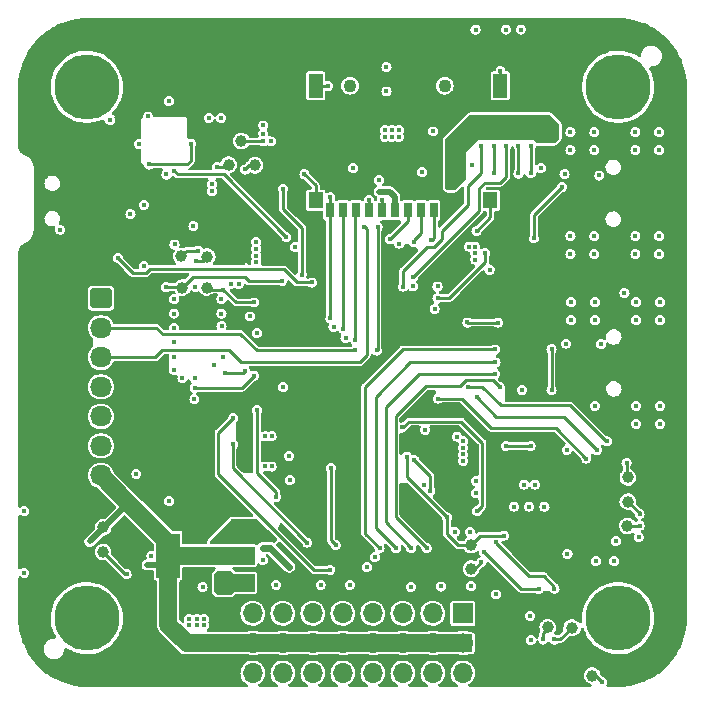
<source format=gbl>
G04 #@! TF.GenerationSoftware,KiCad,Pcbnew,(6.0.1)*
G04 #@! TF.CreationDate,2022-07-12T15:15:51+02:00*
G04 #@! TF.ProjectId,flightController,666c6967-6874-4436-9f6e-74726f6c6c65,1.0*
G04 #@! TF.SameCoordinates,Original*
G04 #@! TF.FileFunction,Copper,L4,Bot*
G04 #@! TF.FilePolarity,Positive*
%FSLAX46Y46*%
G04 Gerber Fmt 4.6, Leading zero omitted, Abs format (unit mm)*
G04 Created by KiCad (PCBNEW (6.0.1)) date 2022-07-12 15:15:51*
%MOMM*%
%LPD*%
G01*
G04 APERTURE LIST*
G04 Aperture macros list*
%AMRoundRect*
0 Rectangle with rounded corners*
0 $1 Rounding radius*
0 $2 $3 $4 $5 $6 $7 $8 $9 X,Y pos of 4 corners*
0 Add a 4 corners polygon primitive as box body*
4,1,4,$2,$3,$4,$5,$6,$7,$8,$9,$2,$3,0*
0 Add four circle primitives for the rounded corners*
1,1,$1+$1,$2,$3*
1,1,$1+$1,$4,$5*
1,1,$1+$1,$6,$7*
1,1,$1+$1,$8,$9*
0 Add four rect primitives between the rounded corners*
20,1,$1+$1,$2,$3,$4,$5,0*
20,1,$1+$1,$4,$5,$6,$7,0*
20,1,$1+$1,$6,$7,$8,$9,0*
20,1,$1+$1,$8,$9,$2,$3,0*%
G04 Aperture macros list end*
G04 #@! TA.AperFunction,ComponentPad*
%ADD10C,5.500000*%
G04 #@! TD*
G04 #@! TA.AperFunction,ComponentPad*
%ADD11RoundRect,0.250000X-0.675000X0.600000X-0.675000X-0.600000X0.675000X-0.600000X0.675000X0.600000X0*%
G04 #@! TD*
G04 #@! TA.AperFunction,ComponentPad*
%ADD12O,1.850000X1.700000*%
G04 #@! TD*
G04 #@! TA.AperFunction,ComponentPad*
%ADD13R,1.700000X1.700000*%
G04 #@! TD*
G04 #@! TA.AperFunction,ComponentPad*
%ADD14O,1.700000X1.700000*%
G04 #@! TD*
G04 #@! TA.AperFunction,ComponentPad*
%ADD15C,1.700000*%
G04 #@! TD*
G04 #@! TA.AperFunction,SMDPad,CuDef*
%ADD16C,1.000000*%
G04 #@! TD*
G04 #@! TA.AperFunction,SMDPad,CuDef*
%ADD17R,0.700000X1.300000*%
G04 #@! TD*
G04 #@! TA.AperFunction,SMDPad,CuDef*
%ADD18R,1.200000X1.400000*%
G04 #@! TD*
G04 #@! TA.AperFunction,SMDPad,CuDef*
%ADD19R,1.200000X2.000000*%
G04 #@! TD*
G04 #@! TA.AperFunction,ComponentPad*
%ADD20C,1.100000*%
G04 #@! TD*
G04 #@! TA.AperFunction,SMDPad,CuDef*
%ADD21R,2.000000X1.500000*%
G04 #@! TD*
G04 #@! TA.AperFunction,SMDPad,CuDef*
%ADD22R,2.000000X3.800000*%
G04 #@! TD*
G04 #@! TA.AperFunction,ViaPad*
%ADD23C,0.450000*%
G04 #@! TD*
G04 #@! TA.AperFunction,Conductor*
%ADD24C,0.250000*%
G04 #@! TD*
G04 #@! TA.AperFunction,Conductor*
%ADD25C,0.600000*%
G04 #@! TD*
G04 #@! TA.AperFunction,Conductor*
%ADD26C,0.500000*%
G04 #@! TD*
G04 #@! TA.AperFunction,Conductor*
%ADD27C,1.500000*%
G04 #@! TD*
G04 APERTURE END LIST*
D10*
X76000000Y-128020000D03*
D11*
X77200000Y-100930000D03*
D12*
X77200000Y-103430000D03*
X77200000Y-105930000D03*
X77200000Y-108430000D03*
X77200000Y-110930000D03*
X77200000Y-113430000D03*
X77200000Y-115930000D03*
D10*
X121000000Y-128020000D03*
D13*
X107835000Y-127600000D03*
D14*
X105295000Y-127600000D03*
X102755000Y-127600000D03*
X100215000Y-127600000D03*
X97675000Y-127600000D03*
X95135000Y-127600000D03*
X92595000Y-127600000D03*
X90055000Y-127600000D03*
D15*
X107845000Y-130110000D03*
D14*
X107845000Y-132650000D03*
X105305000Y-130110000D03*
X105305000Y-132650000D03*
X102765000Y-130110000D03*
X102765000Y-132650000D03*
X100225000Y-130110000D03*
X100225000Y-132650000D03*
X97685000Y-130110000D03*
X97685000Y-132650000D03*
X95145000Y-130110000D03*
X95145000Y-132650000D03*
X92605000Y-130110000D03*
X92605000Y-132650000D03*
X90065000Y-130110000D03*
X90065000Y-132650000D03*
D10*
X76000000Y-83020000D03*
X121000000Y-83020000D03*
D16*
X121802500Y-118150000D03*
X118790000Y-132880000D03*
X84002500Y-97370000D03*
X89100000Y-87600000D03*
X77375000Y-122400000D03*
X88000000Y-89620000D03*
X108530000Y-121820000D03*
X117050000Y-128820000D03*
X121810000Y-116100000D03*
X108530000Y-123830000D03*
X121777500Y-120200000D03*
X86202500Y-97400000D03*
X115027500Y-128795000D03*
D17*
X105390000Y-93480000D03*
X104290000Y-93480000D03*
X103190000Y-93480000D03*
X102090000Y-93480000D03*
X100990000Y-93480000D03*
X99890000Y-93480000D03*
X98790000Y-93480000D03*
X97690000Y-93480000D03*
X96590000Y-93480000D03*
D18*
X95390000Y-92630000D03*
D19*
X95390000Y-82930000D03*
X111010000Y-82930000D03*
D18*
X110170000Y-92630000D03*
D20*
X98300000Y-82930000D03*
X106300000Y-82930000D03*
D16*
X86150000Y-100020000D03*
X90250000Y-89670000D03*
X84100000Y-100020000D03*
D21*
X89200000Y-120420000D03*
X89200000Y-122720000D03*
D22*
X82900000Y-122720000D03*
D21*
X89200000Y-125020000D03*
D16*
X77425000Y-118225000D03*
X77400000Y-120320000D03*
D23*
X96890000Y-103340000D03*
X97910000Y-104270000D03*
X94432991Y-90419120D03*
X96650000Y-115320000D03*
X111360000Y-120130000D03*
X113570000Y-91870000D03*
X109745000Y-97095000D03*
X91340000Y-124560000D03*
X106960000Y-125320000D03*
X96680000Y-125370000D03*
X96410000Y-128550000D03*
X101470000Y-128550000D03*
X94665000Y-121615000D03*
X108540000Y-125290000D03*
X106000000Y-125330000D03*
X103430000Y-125360000D03*
X98270000Y-125200000D03*
X95800000Y-125200000D03*
X96610000Y-123920000D03*
X99700000Y-123700000D03*
X92050000Y-117732359D03*
X112900000Y-129950000D03*
X110650000Y-126000000D03*
X92050000Y-125200000D03*
X93150000Y-123650000D03*
X90900000Y-122050000D03*
X104776622Y-122073378D03*
X103475000Y-122075000D03*
X102175000Y-122075000D03*
X100787500Y-122062500D03*
X110420000Y-95110000D03*
X109000000Y-95250000D03*
X113600000Y-90354500D03*
X112550000Y-90364500D03*
X110450000Y-90364500D03*
X109400000Y-88000000D03*
X110450000Y-88000000D03*
X111500000Y-88000000D03*
X112550000Y-88000000D03*
X113600000Y-88000000D03*
X108650000Y-89650000D03*
X114450000Y-89900000D03*
X121700000Y-114850000D03*
X116650000Y-113750000D03*
X115350000Y-105250000D03*
X115350000Y-108700000D03*
X113850000Y-95850000D03*
X116250000Y-91500000D03*
X107400000Y-98900000D03*
X105700000Y-98900000D03*
X119650000Y-133400000D03*
X105170000Y-96000500D03*
X103699500Y-96170000D03*
X101660434Y-95924953D03*
X100750000Y-91895000D03*
X101000000Y-92595000D03*
X98700000Y-104450000D03*
X97685000Y-103510000D03*
X96610000Y-92380000D03*
X96635000Y-102635000D03*
X103100500Y-114330000D03*
X106505000Y-119485480D03*
X111350000Y-121020000D03*
X109400000Y-123300000D03*
X103733605Y-114598562D03*
X105095500Y-117275000D03*
X92775000Y-107100000D03*
X108930000Y-115480000D03*
X111240000Y-116100000D03*
X75802500Y-77500000D03*
X70802500Y-130000000D03*
X103200000Y-90540000D03*
X82377500Y-100750000D03*
X122552500Y-124250000D03*
X82952500Y-107800000D03*
X93077500Y-91100000D03*
X77302500Y-133500000D03*
X108652500Y-113800000D03*
X85750000Y-83415000D03*
X103165000Y-85325000D03*
X70552500Y-82750000D03*
X115400000Y-113400000D03*
X110600000Y-104230000D03*
X98800000Y-119900000D03*
X96000000Y-90900000D03*
X87125000Y-89025000D03*
X103200000Y-91150000D03*
X89750000Y-83415000D03*
X106350000Y-128550000D03*
X121552500Y-77500000D03*
X79802500Y-77500000D03*
X92570000Y-112800000D03*
X70750000Y-106850000D03*
X102590000Y-90540000D03*
X94650000Y-100200000D03*
X76350000Y-123125000D03*
X87600000Y-86450000D03*
X112600000Y-127650000D03*
X91625000Y-128575000D03*
X116667500Y-77485000D03*
X101450000Y-100900000D03*
X120800000Y-122170000D03*
X70552500Y-125250000D03*
X83750000Y-83415000D03*
X89250000Y-115175000D03*
X90200000Y-88200000D03*
X84150000Y-109300000D03*
X70750000Y-100025000D03*
X89277500Y-96700000D03*
X125052500Y-79250000D03*
X106180000Y-118260000D03*
X92880000Y-96550000D03*
X89252500Y-113600000D03*
X96052500Y-77500000D03*
X73552500Y-133000000D03*
X92780000Y-111320000D03*
X97125000Y-104125000D03*
X101671634Y-94879780D03*
X92700000Y-102100000D03*
X86452500Y-93800000D03*
X87875000Y-83420000D03*
X96250000Y-122150000D03*
X119975000Y-118400000D03*
X93050000Y-120800000D03*
X106250000Y-94100000D03*
X108015000Y-77485000D03*
X72052500Y-79250000D03*
X93615000Y-133515000D03*
X102725000Y-111125000D03*
X119750000Y-114250000D03*
X90000000Y-103220000D03*
X110252500Y-125125000D03*
X112002500Y-108500000D03*
X81602500Y-133350000D03*
X99300000Y-89250000D03*
X98715000Y-133515000D03*
X70552500Y-86250000D03*
X102000000Y-91150000D03*
X102375000Y-81365000D03*
X96000000Y-91490000D03*
X104500000Y-120660000D03*
X97515000Y-85400000D03*
X105650000Y-113850000D03*
X99010000Y-111675000D03*
X116500000Y-127700000D03*
X82375000Y-92350000D03*
X70725000Y-112600000D03*
X122775480Y-122170000D03*
X102590000Y-91150000D03*
X126550000Y-85650000D03*
X70775000Y-118100000D03*
X109005000Y-119635480D03*
X126552500Y-82750000D03*
X87430000Y-91240000D03*
X88340000Y-133540000D03*
X95625000Y-87050000D03*
X105125000Y-109175000D03*
X110950000Y-98800000D03*
X103865000Y-133515000D03*
X113985000Y-78175000D03*
X102375000Y-83415000D03*
X102000000Y-90540000D03*
X109055500Y-118935480D03*
X102706691Y-111868704D03*
X122800000Y-120170000D03*
X99470360Y-94912043D03*
X100550000Y-105350000D03*
X98750000Y-105350000D03*
X100617247Y-94881240D03*
X122800000Y-119170000D03*
X87675000Y-124970000D03*
X87675000Y-125545000D03*
X87075000Y-124970000D03*
X79375000Y-124275000D03*
X87075000Y-125550000D03*
X87675000Y-124395000D03*
X87075000Y-124395000D03*
X85210239Y-97774511D03*
X81100000Y-123500000D03*
X76250000Y-121520000D03*
X87025000Y-89825000D03*
X89375000Y-90025000D03*
X115600000Y-129820000D03*
X90185333Y-101282450D03*
X87550000Y-100195000D03*
X92525000Y-99450000D03*
X82702500Y-100000000D03*
X114650000Y-129820000D03*
X108302742Y-108406849D03*
X120050000Y-113050000D03*
X110814045Y-102987412D03*
X108230000Y-102980000D03*
X89400000Y-107060000D03*
X87702504Y-107258108D03*
X95075000Y-99595000D03*
X78650000Y-97520000D03*
X94200000Y-98920000D03*
X92605000Y-91655000D03*
X109660000Y-122430000D03*
X114266440Y-125519808D03*
X115600000Y-125510000D03*
X110675000Y-121570000D03*
X103625000Y-99145000D03*
X105700000Y-100920000D03*
X88402500Y-113310000D03*
X88410000Y-111064020D03*
X110580000Y-105260000D03*
X110600000Y-106360000D03*
X110580000Y-107320000D03*
X110950000Y-108445000D03*
X119200000Y-113750000D03*
X109000000Y-109300000D03*
X105750000Y-109425000D03*
X118300000Y-114500000D03*
X85130000Y-108510000D03*
X102800000Y-99945000D03*
X90175000Y-107475000D03*
X90400000Y-110380500D03*
X106800000Y-91325000D03*
X115200000Y-86400000D03*
X106800000Y-88150000D03*
X114600000Y-87575000D03*
X114600000Y-86400000D03*
X106800000Y-90675000D03*
X114600000Y-87000000D03*
X115800000Y-86400000D03*
X106800000Y-89400000D03*
X106800000Y-90025000D03*
X106800000Y-88775000D03*
X113575000Y-113420000D03*
X111475000Y-113420000D03*
X92900000Y-95750000D03*
X83406250Y-90153750D03*
X81252500Y-89600000D03*
X84799020Y-87830000D03*
X90910000Y-123090000D03*
X104546000Y-116749369D03*
X86800000Y-121450000D03*
X124475000Y-97190000D03*
X93197500Y-116330000D03*
X111025000Y-81700000D03*
X113550000Y-127820000D03*
X82950000Y-84225000D03*
X107860000Y-114140000D03*
X124475000Y-88390000D03*
X87400000Y-101020000D03*
X108930000Y-117435480D03*
X91100000Y-115170000D03*
X105330000Y-86800000D03*
X70700000Y-118970000D03*
X101240000Y-86690000D03*
X85950000Y-128625000D03*
X83400000Y-107020000D03*
X101830000Y-86690000D03*
X84650000Y-128070000D03*
X88190000Y-99700000D03*
X119005000Y-110045000D03*
X80827500Y-93025000D03*
X82749122Y-90445878D03*
X112735000Y-78175000D03*
X108915000Y-78175000D03*
X80200000Y-115800000D03*
X118975000Y-97200000D03*
X119035000Y-101245000D03*
X85950000Y-128070000D03*
X83400000Y-102220000D03*
X90350000Y-97315000D03*
X105450000Y-101825000D03*
X98550000Y-89900000D03*
X73750000Y-95120000D03*
X100725000Y-90945000D03*
X108900000Y-97100000D03*
X124535000Y-102770000D03*
X122510000Y-101245000D03*
X118975000Y-95675000D03*
X87410000Y-103280000D03*
X90950000Y-86300000D03*
X80827500Y-98225000D03*
X113600000Y-129870000D03*
X86602500Y-91250000D03*
X81470000Y-122750000D03*
X116950000Y-86865000D03*
X122510000Y-102770000D03*
X119550000Y-104820000D03*
X90350000Y-97865000D03*
X84650000Y-128620000D03*
X124535000Y-101245000D03*
X84100000Y-107680000D03*
X116550000Y-104770000D03*
X87350000Y-120900000D03*
X101375000Y-83415000D03*
X111485000Y-78175000D03*
X93125011Y-114270000D03*
X113950000Y-116700000D03*
X108900000Y-96550000D03*
X124535000Y-111560000D03*
X116950000Y-97200000D03*
X89846276Y-102467604D03*
X104400530Y-90240529D03*
X90390000Y-103880500D03*
X83427500Y-96375000D03*
X113450000Y-118570000D03*
X122725000Y-121170000D03*
X87350000Y-121450000D03*
X110110000Y-98510000D03*
X108350000Y-96550000D03*
X124535000Y-110035000D03*
X88860000Y-99710000D03*
X104650000Y-112070000D03*
X107360000Y-112640000D03*
X122450000Y-97190000D03*
X91100000Y-112620000D03*
X81192500Y-85540000D03*
X118975000Y-86865000D03*
X86325000Y-85650000D03*
X96425000Y-82950000D03*
X102420000Y-87250000D03*
X107860000Y-113040000D03*
X85150000Y-107700000D03*
X87900000Y-120350000D03*
X107860000Y-114690000D03*
X103650000Y-99925000D03*
X85200000Y-99950000D03*
X87900000Y-121450000D03*
X122510000Y-110035000D03*
X85800000Y-125400000D03*
X70700000Y-124170000D03*
X83400000Y-101020000D03*
X114750000Y-118570000D03*
X86730000Y-106580000D03*
X86602500Y-91850000D03*
X118975000Y-88390000D03*
X116450000Y-90420000D03*
X120650000Y-123170000D03*
X102450000Y-96295000D03*
X87375000Y-85650000D03*
X107860000Y-113590000D03*
X116950000Y-88390000D03*
X83400000Y-104630000D03*
X116950000Y-95675000D03*
X85300000Y-128070000D03*
X102420000Y-86690000D03*
X119400000Y-90530489D03*
X112150000Y-118570000D03*
X122450000Y-86865000D03*
X122450000Y-88390000D03*
X99900000Y-92620000D03*
X120795520Y-121475520D03*
X87510000Y-105880000D03*
X101240000Y-87250000D03*
X117010000Y-102770000D03*
X107155000Y-120710480D03*
X117010000Y-101245000D03*
X91650000Y-112620000D03*
X101830000Y-87250000D03*
X119100000Y-123170000D03*
X116700000Y-122570000D03*
X80405091Y-87844520D03*
X85029864Y-94825309D03*
X91600000Y-87650000D03*
X90350000Y-96740000D03*
X121525000Y-100470000D03*
X91650000Y-115170000D03*
X85432449Y-96888409D03*
X77975000Y-85850000D03*
X105700000Y-99930000D03*
X87900000Y-120900000D03*
X83400000Y-105880000D03*
X90950000Y-87650000D03*
X85110000Y-109470000D03*
X122510000Y-111560000D03*
X113000000Y-116700000D03*
X124475000Y-86865000D03*
X119035000Y-102770000D03*
X92625000Y-108445000D03*
X79700000Y-93800000D03*
X85300000Y-128620000D03*
X83400000Y-103420000D03*
X93650500Y-96605170D03*
X108430000Y-120710480D03*
X124475000Y-95665000D03*
X87400000Y-102220000D03*
X100387713Y-122842712D03*
X82975000Y-118095000D03*
X108900000Y-97650000D03*
X101375000Y-81365000D03*
X90350000Y-96190000D03*
X122450000Y-95665000D03*
X108930000Y-116385480D03*
X90950000Y-87000000D03*
X112850000Y-108670000D03*
X97070000Y-121825000D03*
D24*
X116880000Y-110000000D02*
X119930000Y-113050000D01*
X111096575Y-110000000D02*
X116880000Y-110000000D01*
X119930000Y-113050000D02*
X120050000Y-113050000D01*
X109503424Y-108406849D02*
X111096575Y-110000000D01*
X108302742Y-108406849D02*
X109503424Y-108406849D01*
X110650000Y-110950000D02*
X109000000Y-109300000D01*
X116400000Y-110950000D02*
X110650000Y-110950000D01*
X119200000Y-113750000D02*
X116400000Y-110950000D01*
X110225000Y-111900000D02*
X115700000Y-111900000D01*
X115700000Y-111900000D02*
X118300000Y-114500000D01*
X107750000Y-109425000D02*
X110225000Y-111900000D01*
X105750000Y-109425000D02*
X107750000Y-109425000D01*
X81795000Y-105930000D02*
X77200000Y-105930000D01*
X88020000Y-105320000D02*
X82405000Y-105320000D01*
X90390244Y-105350000D02*
X98750000Y-105350000D01*
X89009755Y-103969511D02*
X90390244Y-105350000D01*
X82424511Y-103969511D02*
X89009755Y-103969511D01*
X81885000Y-103430000D02*
X82424511Y-103969511D01*
X77200000Y-103430000D02*
X81885000Y-103430000D01*
X82405000Y-105320000D02*
X81795000Y-105930000D01*
X89025000Y-106325000D02*
X88020000Y-105320000D01*
X99700000Y-105737500D02*
X99112500Y-106325000D01*
X99700000Y-95045000D02*
X99700000Y-105737500D01*
X99567043Y-94912043D02*
X99700000Y-95045000D01*
X99470360Y-94912043D02*
X99567043Y-94912043D01*
X99112500Y-106325000D02*
X89025000Y-106325000D01*
X95390000Y-91376129D02*
X94432991Y-90419120D01*
X95390000Y-92630000D02*
X95390000Y-91376129D01*
X96650000Y-121405000D02*
X97070000Y-121825000D01*
X96650000Y-115320000D02*
X96650000Y-121405000D01*
X109740000Y-97100000D02*
X109745000Y-97095000D01*
X109740000Y-97880000D02*
X109740000Y-97100000D01*
X95220000Y-123920000D02*
X87150000Y-115850000D01*
X96610000Y-123920000D02*
X95220000Y-123920000D01*
X92018548Y-117700907D02*
X92050000Y-117732359D01*
X92018548Y-117326792D02*
X92018548Y-117700907D01*
X88350000Y-115300000D02*
X94665000Y-121615000D01*
D25*
X91550000Y-122050000D02*
X93150000Y-123650000D01*
X90900000Y-122050000D02*
X91550000Y-122050000D01*
D24*
X88388480Y-111064020D02*
X87150000Y-112302500D01*
X87150000Y-112302500D02*
X87150000Y-115850000D01*
X88410000Y-111064020D02*
X88388480Y-111064020D01*
X104776622Y-122073378D02*
X102150489Y-119447245D01*
X103475000Y-122075000D02*
X101300000Y-119900000D01*
X102175000Y-122075000D02*
X100450000Y-120350000D01*
X100787500Y-122062500D02*
X99574511Y-120849511D01*
X113850000Y-93900000D02*
X116250000Y-91500000D01*
X113850000Y-95850000D02*
X113850000Y-93900000D01*
X110170000Y-94080000D02*
X109000000Y-95250000D01*
X110170000Y-92630000D02*
X110170000Y-94080000D01*
X109400000Y-90300000D02*
X109400000Y-88000000D01*
X108250000Y-91450000D02*
X109400000Y-90300000D01*
X106100000Y-95872127D02*
X106100000Y-95200000D01*
X104800000Y-96600000D02*
X105372127Y-96600000D01*
X106100000Y-95200000D02*
X108250000Y-93050000D01*
X108250000Y-93050000D02*
X108250000Y-91450000D01*
X102800000Y-98600000D02*
X104800000Y-96600000D01*
X105372127Y-96600000D02*
X106100000Y-95872127D01*
X102800000Y-99945000D02*
X102800000Y-98600000D01*
X111000000Y-91150000D02*
X111500000Y-90650000D01*
X109700978Y-91150000D02*
X111000000Y-91150000D01*
X109245489Y-91605489D02*
X109700978Y-91150000D01*
X109245489Y-93524511D02*
X109245489Y-91605489D01*
X103625000Y-99145000D02*
X109245489Y-93524511D01*
X111500000Y-88000000D02*
X111500000Y-90650000D01*
X113600000Y-88000000D02*
X113600000Y-90354500D01*
X112550000Y-88000000D02*
X112550000Y-90364500D01*
X110450000Y-88000000D02*
X110450000Y-90364500D01*
X121700000Y-114850000D02*
X121700000Y-115990000D01*
X115350000Y-105250000D02*
X115350000Y-108700000D01*
X106700000Y-100920000D02*
X109740000Y-97880000D01*
X105700000Y-100920000D02*
X106700000Y-100920000D01*
X119130000Y-132880000D02*
X119650000Y-133400000D01*
X105390000Y-95805000D02*
X105390000Y-93480000D01*
X105170000Y-96000500D02*
X105194500Y-96000500D01*
X105194500Y-96000500D02*
X105390000Y-95805000D01*
X103699500Y-95980500D02*
X104290000Y-95390000D01*
X104290000Y-95390000D02*
X104290000Y-93480000D01*
X103699500Y-96170000D02*
X103699500Y-95980500D01*
X101660434Y-95909566D02*
X101660434Y-95924953D01*
X103190000Y-94380000D02*
X101660434Y-95909566D01*
X103190000Y-94380000D02*
X103190000Y-93480000D01*
D26*
X102090000Y-92330000D02*
X102090000Y-93480000D01*
X101655000Y-91895000D02*
X100750000Y-91895000D01*
X101655000Y-91895000D02*
X102090000Y-92330000D01*
D24*
X101000000Y-92595000D02*
X101000000Y-93470000D01*
X98700000Y-104412500D02*
X98700000Y-93487500D01*
X97690000Y-93480000D02*
X97690000Y-103505000D01*
X96635000Y-102635000D02*
X96590000Y-102590000D01*
X96610000Y-92380000D02*
X96610000Y-93460000D01*
X96590000Y-102590000D02*
X96590000Y-93480000D01*
X106505000Y-120885000D02*
X107440000Y-121820000D01*
X103100500Y-116080980D02*
X106505000Y-119485480D01*
X103100500Y-114330000D02*
X103100500Y-116080980D01*
X107440000Y-121820000D02*
X108530000Y-121820000D01*
X106505000Y-119485480D02*
X106505000Y-120885000D01*
X109330000Y-121020000D02*
X108530000Y-121820000D01*
X111350000Y-121020000D02*
X109330000Y-121020000D01*
X108870000Y-123830000D02*
X109400000Y-123300000D01*
X105095500Y-117275000D02*
X105095500Y-115960457D01*
X105095500Y-115960457D02*
X103733605Y-114598562D01*
X103275000Y-111370000D02*
X107725000Y-111370000D01*
X102776296Y-111868704D02*
X103275000Y-111370000D01*
X109504511Y-118486469D02*
X109055500Y-118935480D01*
X109504511Y-113149511D02*
X109504511Y-118486469D01*
X107725000Y-111370000D02*
X109504511Y-113149511D01*
X102706691Y-111868704D02*
X102776296Y-111868704D01*
X122800000Y-120170000D02*
X121807500Y-120170000D01*
X100617247Y-105282753D02*
X100550000Y-105350000D01*
X100617247Y-94881240D02*
X100617247Y-105282753D01*
X122800000Y-119170000D02*
X122800000Y-119147500D01*
X122800000Y-119147500D02*
X121802500Y-118150000D01*
X77375000Y-122400000D02*
X79250000Y-124275000D01*
X79250000Y-124275000D02*
X79375000Y-124275000D01*
X86202500Y-97400000D02*
X85827989Y-97774511D01*
X85827989Y-97774511D02*
X85210239Y-97774511D01*
D26*
X79407500Y-118362500D02*
X79407500Y-118137500D01*
X76250000Y-121520000D02*
X79407500Y-118362500D01*
X81100000Y-123500000D02*
X82120000Y-123500000D01*
D27*
X82900000Y-121630000D02*
X79407500Y-118137500D01*
D26*
X82120000Y-123500000D02*
X82900000Y-122720000D01*
D27*
X82900000Y-128570000D02*
X82900000Y-122720000D01*
X79407500Y-118137500D02*
X77200000Y-115930000D01*
X89200000Y-122720000D02*
X82900000Y-122720000D01*
X84450000Y-130120000D02*
X82900000Y-128570000D01*
D24*
X87025000Y-89825000D02*
X87795000Y-89825000D01*
X89730000Y-89670000D02*
X89375000Y-90025000D01*
X90250000Y-89670000D02*
X89730000Y-89670000D01*
X115600000Y-129820000D02*
X116050000Y-129820000D01*
X116050000Y-129820000D02*
X117050000Y-128820000D01*
X90185333Y-101282450D02*
X88637450Y-101282450D01*
X88637450Y-101282450D02*
X87550000Y-100195000D01*
X87550000Y-100195000D02*
X86325000Y-100195000D01*
X89375489Y-99150489D02*
X89725000Y-99500000D01*
X82702500Y-100000000D02*
X84080000Y-100000000D01*
X89725000Y-99500000D02*
X92475000Y-99500000D01*
X84100000Y-100020000D02*
X84969511Y-99150489D01*
X92475000Y-99500000D02*
X92525000Y-99450000D01*
X84969511Y-99150489D02*
X89375489Y-99150489D01*
X114650000Y-129295000D02*
X115150000Y-128795000D01*
X114650000Y-129820000D02*
X114650000Y-129295000D01*
X110814045Y-102987412D02*
X108237412Y-102987412D01*
X108237412Y-102987412D02*
X108230000Y-102980000D01*
X89201892Y-107258108D02*
X89400000Y-107060000D01*
X87702504Y-107258108D02*
X89201892Y-107258108D01*
X90069511Y-98494511D02*
X92691283Y-98494511D01*
X81029627Y-98800000D02*
X79930000Y-98800000D01*
X93791772Y-99595000D02*
X95075000Y-99595000D01*
X92691283Y-98494511D02*
X93791772Y-99595000D01*
X90069511Y-98494511D02*
X90025000Y-98450000D01*
X90025000Y-98450000D02*
X81379627Y-98450000D01*
X81379627Y-98450000D02*
X81029627Y-98800000D01*
X79930000Y-98800000D02*
X78650000Y-97520000D01*
X92605000Y-93355000D02*
X94250000Y-95000000D01*
X92605000Y-91655000D02*
X92605000Y-93355000D01*
X94250000Y-98870000D02*
X94200000Y-98920000D01*
X94250000Y-95000000D02*
X94250000Y-98870000D01*
X114266440Y-125519808D02*
X112749808Y-125519808D01*
X112749808Y-125519808D02*
X109660000Y-122430000D01*
X110675000Y-121675000D02*
X110675000Y-121570000D01*
X114700000Y-124450000D02*
X113450000Y-124450000D01*
X113450000Y-124450000D02*
X110675000Y-121675000D01*
X115600000Y-125510000D02*
X115600000Y-125350000D01*
X115600000Y-125350000D02*
X114700000Y-124450000D01*
X88350000Y-113362500D02*
X88350000Y-115300000D01*
X88402500Y-113310000D02*
X88350000Y-113362500D01*
X99574511Y-120849511D02*
X99574511Y-108425488D01*
X99574511Y-108425488D02*
X102739999Y-105260000D01*
X110580000Y-105260000D02*
X102739999Y-105260000D01*
X110590000Y-106350000D02*
X110600000Y-106360000D01*
X100450000Y-109250000D02*
X103350000Y-106350000D01*
X103350000Y-106350000D02*
X110590000Y-106350000D01*
X100450000Y-120350000D02*
X100450000Y-109250000D01*
X104100000Y-107300000D02*
X110560000Y-107300000D01*
X101300000Y-119900000D02*
X101300000Y-110100000D01*
X110560000Y-107300000D02*
X110580000Y-107320000D01*
X101300000Y-110100000D02*
X104100000Y-107300000D01*
X107589323Y-108343141D02*
X108075126Y-107857338D01*
X108075126Y-107857338D02*
X110362338Y-107857338D01*
X110362338Y-107857338D02*
X110950000Y-108445000D01*
X104729732Y-108343141D02*
X102150489Y-110922384D01*
X102150489Y-110922384D02*
X102150489Y-119447245D01*
X107589323Y-108343141D02*
X104729732Y-108343141D01*
X89140000Y-108510000D02*
X90175000Y-107475000D01*
X85130000Y-108510000D02*
X89140000Y-108510000D01*
X90400000Y-110380500D02*
X90400000Y-115708244D01*
X90400000Y-115708244D02*
X92018548Y-117326792D01*
X111475000Y-113420000D02*
X113575000Y-113420000D01*
X87586614Y-90436614D02*
X83689114Y-90436614D01*
X83689114Y-90436614D02*
X83406250Y-90153750D01*
X92900000Y-95750000D02*
X87586614Y-90436614D01*
X84490000Y-89600000D02*
X84799020Y-89290980D01*
X84799020Y-89290980D02*
X84799020Y-87830000D01*
X81252500Y-89600000D02*
X84490000Y-89600000D01*
X96425000Y-82950000D02*
X95510000Y-82950000D01*
X99890000Y-92630000D02*
X99900000Y-92620000D01*
X90950000Y-87650000D02*
X89150000Y-87650000D01*
X99890000Y-93480000D02*
X99890000Y-92630000D01*
X111010000Y-82930000D02*
X111010000Y-81715000D01*
X84484091Y-96888409D02*
X84002500Y-97370000D01*
X111010000Y-81715000D02*
X111025000Y-81700000D01*
X85432449Y-96888409D02*
X84484091Y-96888409D01*
G04 #@! TA.AperFunction,Conductor*
G36*
X79200000Y-131560000D02*
G01*
X72600000Y-131560000D01*
X72300000Y-131260000D01*
X72300000Y-130620000D01*
X72343175Y-130620000D01*
X72362423Y-130803134D01*
X72419326Y-130978264D01*
X72422629Y-130983985D01*
X72422630Y-130983987D01*
X72468166Y-131062856D01*
X72511398Y-131137736D01*
X72634613Y-131274581D01*
X72783587Y-131382817D01*
X72789616Y-131385501D01*
X72789619Y-131385503D01*
X72945774Y-131455027D01*
X72945777Y-131455028D01*
X72951810Y-131457714D01*
X73027025Y-131473702D01*
X73125472Y-131494628D01*
X73125477Y-131494628D01*
X73131929Y-131496000D01*
X73316071Y-131496000D01*
X73322523Y-131494628D01*
X73322528Y-131494628D01*
X73420975Y-131473702D01*
X73496190Y-131457714D01*
X73502223Y-131455028D01*
X73502226Y-131455027D01*
X73658381Y-131385503D01*
X73658384Y-131385501D01*
X73664413Y-131382817D01*
X73813387Y-131274581D01*
X73936602Y-131137736D01*
X73979835Y-131062856D01*
X74025370Y-130983987D01*
X74025371Y-130983985D01*
X74028674Y-130978264D01*
X74085577Y-130803134D01*
X74102044Y-130646459D01*
X74129057Y-130580803D01*
X74187279Y-130540173D01*
X74258224Y-130537470D01*
X74302126Y-130558214D01*
X74324201Y-130574490D01*
X74324210Y-130574496D01*
X74327026Y-130576572D01*
X74330063Y-130578326D01*
X74330067Y-130578328D01*
X74444483Y-130644386D01*
X74622431Y-130747124D01*
X74625652Y-130748531D01*
X74931783Y-130882277D01*
X74931793Y-130882281D01*
X74935005Y-130883684D01*
X74938362Y-130884723D01*
X74938367Y-130884725D01*
X75220240Y-130971979D01*
X75260854Y-130984551D01*
X75264310Y-130985210D01*
X75264309Y-130985210D01*
X75592465Y-131047810D01*
X75592471Y-131047811D01*
X75595916Y-131048468D01*
X75774627Y-131062219D01*
X75932517Y-131074368D01*
X75932518Y-131074368D01*
X75936014Y-131074637D01*
X76148773Y-131067207D01*
X76273395Y-131062856D01*
X76273400Y-131062856D01*
X76276910Y-131062733D01*
X76445633Y-131037818D01*
X76610876Y-131013417D01*
X76610881Y-131013416D01*
X76614355Y-131012903D01*
X76617747Y-131012007D01*
X76617751Y-131012006D01*
X76940751Y-130926666D01*
X76940752Y-130926666D01*
X76944142Y-130925770D01*
X77262161Y-130802418D01*
X77564448Y-130644386D01*
X77847236Y-130453643D01*
X77859238Y-130443429D01*
X78104326Y-130234842D01*
X78104327Y-130234841D01*
X78106999Y-130232567D01*
X78233971Y-130097356D01*
X78338090Y-129986481D01*
X78338094Y-129986476D01*
X78340501Y-129983913D01*
X78342606Y-129981099D01*
X78342612Y-129981092D01*
X78542721Y-129713600D01*
X78544830Y-129710781D01*
X78717440Y-129416574D01*
X78746796Y-129350639D01*
X78854747Y-129108178D01*
X78854749Y-129108173D01*
X78856179Y-129104961D01*
X78959319Y-128779824D01*
X79025573Y-128445217D01*
X79054116Y-128105309D01*
X79055008Y-128041464D01*
X79055277Y-128022178D01*
X79055277Y-128022166D01*
X79055307Y-128020000D01*
X79053120Y-127980868D01*
X79036462Y-127682937D01*
X79036266Y-127679428D01*
X78979381Y-127343101D01*
X78885360Y-127015211D01*
X78839972Y-126905092D01*
X78756713Y-126703090D01*
X78756709Y-126703083D01*
X78755375Y-126699845D01*
X78591047Y-126400934D01*
X78394424Y-126122203D01*
X78320756Y-126039228D01*
X78170289Y-125869753D01*
X78170283Y-125869747D01*
X78167956Y-125867126D01*
X77914467Y-125638883D01*
X77821404Y-125572257D01*
X77639982Y-125442371D01*
X77639975Y-125442367D01*
X77637115Y-125440319D01*
X77339358Y-125273908D01*
X77024908Y-125141725D01*
X77021545Y-125140735D01*
X77021536Y-125140732D01*
X76820346Y-125081520D01*
X76697682Y-125045418D01*
X76427684Y-124997810D01*
X76365220Y-124986796D01*
X76365218Y-124986796D01*
X76361760Y-124986186D01*
X76358249Y-124985965D01*
X76358248Y-124985965D01*
X76024848Y-124964988D01*
X76024842Y-124964988D01*
X76021330Y-124964767D01*
X75924946Y-124969481D01*
X75684140Y-124981258D01*
X75684132Y-124981259D01*
X75680633Y-124981430D01*
X75677165Y-124981992D01*
X75677162Y-124981992D01*
X75347393Y-125035403D01*
X75347390Y-125035404D01*
X75343918Y-125035966D01*
X75340531Y-125036912D01*
X75340525Y-125036913D01*
X75018774Y-125126748D01*
X75015379Y-125127696D01*
X75012116Y-125129014D01*
X75012114Y-125129015D01*
X74702371Y-125254160D01*
X74699114Y-125255476D01*
X74399062Y-125417713D01*
X74118965Y-125612385D01*
X74116323Y-125614698D01*
X74116319Y-125614701D01*
X74086002Y-125641242D01*
X73862314Y-125837067D01*
X73632307Y-126088956D01*
X73431811Y-126364915D01*
X73263326Y-126661503D01*
X73128951Y-126975023D01*
X73030361Y-127301569D01*
X72968785Y-127637068D01*
X72968539Y-127640584D01*
X72968539Y-127640585D01*
X72962986Y-127720000D01*
X72944991Y-127977341D01*
X72959275Y-128318146D01*
X73011459Y-128655234D01*
X73100892Y-128984405D01*
X73226461Y-129301555D01*
X73228113Y-129304662D01*
X73363265Y-129558847D01*
X73377585Y-129628384D01*
X73352037Y-129694625D01*
X73294733Y-129736537D01*
X73252014Y-129744000D01*
X73131929Y-129744000D01*
X73125477Y-129745372D01*
X73125472Y-129745372D01*
X73041870Y-129763143D01*
X72951810Y-129782286D01*
X72945780Y-129784971D01*
X72945779Y-129784971D01*
X72789618Y-129854498D01*
X72789616Y-129854499D01*
X72783588Y-129857183D01*
X72778247Y-129861063D01*
X72778246Y-129861064D01*
X72639957Y-129961536D01*
X72639955Y-129961538D01*
X72634613Y-129965419D01*
X72511398Y-130102264D01*
X72419326Y-130261736D01*
X72362423Y-130436866D01*
X72361733Y-130443427D01*
X72361733Y-130443429D01*
X72360453Y-130455610D01*
X72343175Y-130620000D01*
X72300000Y-130620000D01*
X72300000Y-124860000D01*
X79200000Y-124860000D01*
X79200000Y-131560000D01*
G37*
G04 #@! TD.AperFunction*
G04 #@! TA.AperFunction,Conductor*
G36*
X124700000Y-79800000D02*
G01*
X124700000Y-86200000D01*
X117800000Y-86200000D01*
X117800000Y-82977341D01*
X117944991Y-82977341D01*
X117959275Y-83318146D01*
X118011459Y-83655234D01*
X118100892Y-83984405D01*
X118226461Y-84301555D01*
X118386600Y-84602732D01*
X118388585Y-84605631D01*
X118577321Y-84881274D01*
X118577326Y-84881280D01*
X118579312Y-84884181D01*
X118802196Y-85142395D01*
X119052474Y-85374155D01*
X119327026Y-85576572D01*
X119330063Y-85578326D01*
X119330067Y-85578328D01*
X119444483Y-85644386D01*
X119622431Y-85747124D01*
X119625652Y-85748531D01*
X119931783Y-85882277D01*
X119931793Y-85882281D01*
X119935005Y-85883684D01*
X119938362Y-85884723D01*
X119938367Y-85884725D01*
X120257494Y-85983511D01*
X120260854Y-85984551D01*
X120264310Y-85985210D01*
X120264309Y-85985210D01*
X120592465Y-86047810D01*
X120592471Y-86047811D01*
X120595916Y-86048468D01*
X120774627Y-86062219D01*
X120932517Y-86074368D01*
X120932518Y-86074368D01*
X120936014Y-86074637D01*
X121148773Y-86067207D01*
X121273395Y-86062856D01*
X121273400Y-86062856D01*
X121276910Y-86062733D01*
X121445632Y-86037818D01*
X121610876Y-86013417D01*
X121610881Y-86013416D01*
X121614355Y-86012903D01*
X121617747Y-86012007D01*
X121617751Y-86012006D01*
X121940751Y-85926666D01*
X121940752Y-85926666D01*
X121944142Y-85925770D01*
X122262161Y-85802418D01*
X122564448Y-85644386D01*
X122847236Y-85453643D01*
X122938187Y-85376238D01*
X123104326Y-85234842D01*
X123104327Y-85234841D01*
X123106999Y-85232567D01*
X123194174Y-85139735D01*
X123338090Y-84986481D01*
X123338094Y-84986476D01*
X123340501Y-84983913D01*
X123342606Y-84981099D01*
X123342612Y-84981092D01*
X123542721Y-84713600D01*
X123544830Y-84710781D01*
X123717440Y-84416574D01*
X123856179Y-84104961D01*
X123959319Y-83779824D01*
X124025573Y-83445217D01*
X124054116Y-83105309D01*
X124055307Y-83020000D01*
X124053120Y-82980868D01*
X124036462Y-82682937D01*
X124036266Y-82679428D01*
X124028515Y-82633602D01*
X123979968Y-82346570D01*
X123979967Y-82346565D01*
X123979381Y-82343101D01*
X123885360Y-82015211D01*
X123839972Y-81905092D01*
X123756713Y-81703090D01*
X123756709Y-81703083D01*
X123755375Y-81699845D01*
X123638198Y-81486701D01*
X123622909Y-81417370D01*
X123647530Y-81350779D01*
X123704243Y-81308071D01*
X123748613Y-81300000D01*
X123892071Y-81300000D01*
X123898523Y-81298628D01*
X123898528Y-81298628D01*
X123996975Y-81277702D01*
X124072190Y-81261714D01*
X124078223Y-81259028D01*
X124078226Y-81259027D01*
X124234381Y-81189503D01*
X124234384Y-81189501D01*
X124240413Y-81186817D01*
X124245755Y-81182936D01*
X124384043Y-81082464D01*
X124384045Y-81082462D01*
X124389387Y-81078581D01*
X124512602Y-80941736D01*
X124571532Y-80839668D01*
X124601370Y-80787987D01*
X124601371Y-80787985D01*
X124604674Y-80782264D01*
X124661577Y-80607134D01*
X124680825Y-80424000D01*
X124666176Y-80284619D01*
X124662267Y-80247429D01*
X124662267Y-80247427D01*
X124661577Y-80240866D01*
X124604674Y-80065736D01*
X124601370Y-80060013D01*
X124515906Y-79911986D01*
X124515904Y-79911984D01*
X124512602Y-79906264D01*
X124389387Y-79769419D01*
X124240413Y-79661183D01*
X124234384Y-79658499D01*
X124234381Y-79658497D01*
X124078226Y-79588973D01*
X124078223Y-79588972D01*
X124072190Y-79586286D01*
X123996975Y-79570298D01*
X123898528Y-79549372D01*
X123898523Y-79549372D01*
X123892071Y-79548000D01*
X123707929Y-79548000D01*
X123701477Y-79549372D01*
X123701472Y-79549372D01*
X123617869Y-79567143D01*
X123527810Y-79586286D01*
X123521780Y-79588971D01*
X123521779Y-79588971D01*
X123365618Y-79658498D01*
X123365616Y-79658499D01*
X123359588Y-79661183D01*
X123354247Y-79665063D01*
X123354246Y-79665064D01*
X123215957Y-79765536D01*
X123215955Y-79765538D01*
X123210613Y-79769419D01*
X123087398Y-79906264D01*
X123084096Y-79911984D01*
X123084094Y-79911986D01*
X122998630Y-80060013D01*
X122995326Y-80065736D01*
X122938423Y-80240866D01*
X122937734Y-80247425D01*
X122937733Y-80247428D01*
X122920470Y-80411677D01*
X122893457Y-80477333D01*
X122835235Y-80517963D01*
X122764290Y-80520666D01*
X122721816Y-80500959D01*
X122637115Y-80440319D01*
X122339358Y-80273908D01*
X122024908Y-80141725D01*
X122021545Y-80140735D01*
X122021536Y-80140732D01*
X121766717Y-80065736D01*
X121697682Y-80045418D01*
X121427684Y-79997810D01*
X121365220Y-79986796D01*
X121365218Y-79986796D01*
X121361760Y-79986186D01*
X121358249Y-79985965D01*
X121358248Y-79985965D01*
X121024848Y-79964988D01*
X121024842Y-79964988D01*
X121021330Y-79964767D01*
X120924946Y-79969481D01*
X120684140Y-79981258D01*
X120684132Y-79981259D01*
X120680633Y-79981430D01*
X120677165Y-79981992D01*
X120677162Y-79981992D01*
X120347393Y-80035403D01*
X120347390Y-80035404D01*
X120343918Y-80035966D01*
X120340531Y-80036912D01*
X120340525Y-80036913D01*
X120018774Y-80126748D01*
X120015379Y-80127696D01*
X120012116Y-80129014D01*
X120012114Y-80129015D01*
X119750813Y-80234588D01*
X119699114Y-80255476D01*
X119399062Y-80417713D01*
X119118965Y-80612385D01*
X119116323Y-80614698D01*
X119116319Y-80614701D01*
X118932094Y-80775979D01*
X118862314Y-80837067D01*
X118632307Y-81088956D01*
X118431811Y-81364915D01*
X118263326Y-81661503D01*
X118128951Y-81975023D01*
X118030361Y-82301569D01*
X118029727Y-82305024D01*
X117980584Y-82572783D01*
X117968785Y-82637068D01*
X117968539Y-82640584D01*
X117968539Y-82640585D01*
X117945237Y-82973823D01*
X117944991Y-82977341D01*
X117800000Y-82977341D01*
X117800000Y-79500000D01*
X124400000Y-79500000D01*
X124700000Y-79800000D01*
G37*
G04 #@! TD.AperFunction*
G04 #@! TA.AperFunction,Conductor*
G36*
X124300000Y-126950000D02*
G01*
X124300000Y-129950000D01*
X122230000Y-131650000D01*
X119400000Y-131650000D01*
X117600000Y-129950000D01*
X117608302Y-129393799D01*
X117653624Y-129350639D01*
X117667099Y-129337807D01*
X117684570Y-129311512D01*
X117762582Y-129194093D01*
X117766483Y-129188222D01*
X117799387Y-129101603D01*
X117827757Y-129026919D01*
X117827758Y-129026914D01*
X117830257Y-129020336D01*
X117840423Y-128947998D01*
X117869711Y-128883325D01*
X117929315Y-128844751D01*
X118000311Y-128844526D01*
X118060159Y-128882719D01*
X118086789Y-128932498D01*
X118100892Y-128984405D01*
X118102182Y-128987664D01*
X118102184Y-128987669D01*
X118147294Y-129101603D01*
X118226461Y-129301555D01*
X118228107Y-129304651D01*
X118228109Y-129304655D01*
X118248320Y-129342666D01*
X118386600Y-129602732D01*
X118388585Y-129605631D01*
X118577321Y-129881274D01*
X118577326Y-129881280D01*
X118579312Y-129884181D01*
X118802196Y-130142395D01*
X119052474Y-130374155D01*
X119327026Y-130576572D01*
X119330063Y-130578326D01*
X119330067Y-130578328D01*
X119444483Y-130644386D01*
X119622431Y-130747124D01*
X119625652Y-130748531D01*
X119931783Y-130882277D01*
X119931793Y-130882281D01*
X119935005Y-130883684D01*
X119938362Y-130884723D01*
X119938367Y-130884725D01*
X120257494Y-130983511D01*
X120260854Y-130984551D01*
X120264310Y-130985210D01*
X120264309Y-130985210D01*
X120592465Y-131047810D01*
X120592471Y-131047811D01*
X120595916Y-131048468D01*
X120774627Y-131062219D01*
X120932517Y-131074368D01*
X120932518Y-131074368D01*
X120936014Y-131074637D01*
X121148773Y-131067207D01*
X121273395Y-131062856D01*
X121273400Y-131062856D01*
X121276910Y-131062733D01*
X121445633Y-131037818D01*
X121610876Y-131013417D01*
X121610881Y-131013416D01*
X121614355Y-131012903D01*
X121617747Y-131012007D01*
X121617751Y-131012006D01*
X121940751Y-130926666D01*
X121940752Y-130926666D01*
X121944142Y-130925770D01*
X122262161Y-130802418D01*
X122564448Y-130644386D01*
X122847236Y-130453643D01*
X122938187Y-130376238D01*
X123104326Y-130234842D01*
X123104327Y-130234841D01*
X123106999Y-130232567D01*
X123194174Y-130139735D01*
X123338090Y-129986481D01*
X123338094Y-129986476D01*
X123340501Y-129983913D01*
X123342606Y-129981099D01*
X123342612Y-129981092D01*
X123542721Y-129713600D01*
X123544830Y-129710781D01*
X123717440Y-129416574D01*
X123856179Y-129104961D01*
X123959319Y-128779824D01*
X124025573Y-128445217D01*
X124054116Y-128105309D01*
X124054247Y-128095963D01*
X124055277Y-128022178D01*
X124055277Y-128022166D01*
X124055307Y-128020000D01*
X124053120Y-127980868D01*
X124036462Y-127682937D01*
X124036266Y-127679428D01*
X123979381Y-127343101D01*
X123885360Y-127015211D01*
X123839972Y-126905092D01*
X123756713Y-126703090D01*
X123756709Y-126703083D01*
X123755375Y-126699845D01*
X123591047Y-126400934D01*
X123394424Y-126122203D01*
X123320756Y-126039228D01*
X123170289Y-125869753D01*
X123170283Y-125869747D01*
X123167956Y-125867126D01*
X122914467Y-125638883D01*
X122821404Y-125572257D01*
X122639982Y-125442371D01*
X122639975Y-125442367D01*
X122637115Y-125440319D01*
X122339358Y-125273908D01*
X122024908Y-125141725D01*
X122021545Y-125140735D01*
X122021536Y-125140732D01*
X121820346Y-125081520D01*
X121697682Y-125045418D01*
X121427684Y-124997810D01*
X121365220Y-124986796D01*
X121365218Y-124986796D01*
X121361760Y-124986186D01*
X121358249Y-124985965D01*
X121358248Y-124985965D01*
X121024848Y-124964988D01*
X121024842Y-124964988D01*
X121021330Y-124964767D01*
X120924946Y-124969481D01*
X120684140Y-124981258D01*
X120684132Y-124981259D01*
X120680633Y-124981430D01*
X120677165Y-124981992D01*
X120677162Y-124981992D01*
X120347393Y-125035403D01*
X120347390Y-125035404D01*
X120343918Y-125035966D01*
X120340531Y-125036912D01*
X120340525Y-125036913D01*
X120018774Y-125126748D01*
X120015379Y-125127696D01*
X120012116Y-125129014D01*
X120012114Y-125129015D01*
X119702371Y-125254160D01*
X119699114Y-125255476D01*
X119399062Y-125417713D01*
X119118965Y-125612385D01*
X119116323Y-125614698D01*
X119116319Y-125614701D01*
X119086002Y-125641242D01*
X118862314Y-125837067D01*
X118632307Y-126088956D01*
X118431811Y-126364915D01*
X118263326Y-126661503D01*
X118128951Y-126975023D01*
X118030361Y-127301569D01*
X117968785Y-127637068D01*
X117968539Y-127640584D01*
X117968539Y-127640585D01*
X117962986Y-127720000D01*
X117944991Y-127977341D01*
X117950446Y-128107493D01*
X117959275Y-128318146D01*
X117958061Y-128318197D01*
X117945719Y-128383030D01*
X117896843Y-128434524D01*
X117827886Y-128451420D01*
X117760741Y-128428352D01*
X117726740Y-128392319D01*
X117685049Y-128325599D01*
X117681316Y-128319625D01*
X117625178Y-128263094D01*
X117650000Y-126600000D01*
X119550000Y-124750000D01*
X122050000Y-124750000D01*
X124300000Y-126950000D01*
G37*
G04 #@! TD.AperFunction*
G04 #@! TA.AperFunction,Conductor*
G36*
X79270000Y-85200000D02*
G01*
X78421644Y-85568850D01*
X78389027Y-85526342D01*
X78354820Y-85481762D01*
X78354817Y-85481759D01*
X78349791Y-85475209D01*
X78240018Y-85390976D01*
X78205583Y-85376713D01*
X78150302Y-85332166D01*
X78127880Y-85264803D01*
X78145437Y-85196011D01*
X78161950Y-85174051D01*
X78338090Y-84986481D01*
X78338094Y-84986476D01*
X78340501Y-84983913D01*
X78342606Y-84981099D01*
X78342612Y-84981092D01*
X78542721Y-84713600D01*
X78544830Y-84710781D01*
X78717440Y-84416574D01*
X78856179Y-84104961D01*
X78959319Y-83779824D01*
X79025573Y-83445217D01*
X79054116Y-83105309D01*
X79055307Y-83020000D01*
X79053120Y-82980868D01*
X79036462Y-82682937D01*
X79036266Y-82679428D01*
X79028515Y-82633602D01*
X78979968Y-82346570D01*
X78979967Y-82346565D01*
X78979381Y-82343101D01*
X78885360Y-82015211D01*
X78839972Y-81905092D01*
X78756713Y-81703090D01*
X78756709Y-81703083D01*
X78755375Y-81699845D01*
X78591047Y-81400934D01*
X78394424Y-81122203D01*
X78320756Y-81039228D01*
X78170289Y-80869753D01*
X78170283Y-80869747D01*
X78167956Y-80867126D01*
X77914467Y-80638883D01*
X77821404Y-80572257D01*
X77639982Y-80442371D01*
X77639975Y-80442367D01*
X77637115Y-80440319D01*
X77339358Y-80273908D01*
X77024908Y-80141725D01*
X77021545Y-80140735D01*
X77021536Y-80140732D01*
X76820346Y-80081520D01*
X76697682Y-80045418D01*
X76427684Y-79997810D01*
X76365220Y-79986796D01*
X76365218Y-79986796D01*
X76361760Y-79986186D01*
X76358249Y-79985965D01*
X76358248Y-79985965D01*
X76024848Y-79964988D01*
X76024842Y-79964988D01*
X76021330Y-79964767D01*
X75924946Y-79969481D01*
X75684140Y-79981258D01*
X75684132Y-79981259D01*
X75680633Y-79981430D01*
X75677165Y-79981992D01*
X75677162Y-79981992D01*
X75347393Y-80035403D01*
X75347390Y-80035404D01*
X75343918Y-80035966D01*
X75340531Y-80036912D01*
X75340525Y-80036913D01*
X75018774Y-80126748D01*
X75015379Y-80127696D01*
X75012116Y-80129014D01*
X75012114Y-80129015D01*
X74702371Y-80254160D01*
X74699114Y-80255476D01*
X74399062Y-80417713D01*
X74118965Y-80612385D01*
X74116323Y-80614698D01*
X74116319Y-80614701D01*
X73884728Y-80817445D01*
X73862314Y-80837067D01*
X73632307Y-81088956D01*
X73431811Y-81364915D01*
X73263326Y-81661503D01*
X73128951Y-81975023D01*
X73030361Y-82301569D01*
X73029727Y-82305024D01*
X72980584Y-82572783D01*
X72968785Y-82637068D01*
X72968539Y-82640584D01*
X72968539Y-82640585D01*
X72945237Y-82973823D01*
X72944991Y-82977341D01*
X72959275Y-83318146D01*
X73011459Y-83655234D01*
X73100892Y-83984405D01*
X73226461Y-84301555D01*
X73386600Y-84602732D01*
X73388585Y-84605631D01*
X73577321Y-84881274D01*
X73577326Y-84881280D01*
X73579312Y-84884181D01*
X73802196Y-85142395D01*
X74052474Y-85374155D01*
X74055296Y-85376236D01*
X74055299Y-85376238D01*
X74147658Y-85444331D01*
X74327026Y-85576572D01*
X74622431Y-85747124D01*
X74625652Y-85748531D01*
X74931783Y-85882277D01*
X74931793Y-85882281D01*
X74935005Y-85883684D01*
X74938362Y-85884723D01*
X74938367Y-85884725D01*
X75242902Y-85978994D01*
X75260854Y-85984551D01*
X75331279Y-85997985D01*
X75592465Y-86047810D01*
X75592471Y-86047811D01*
X75595916Y-86048468D01*
X75774627Y-86062219D01*
X75932517Y-86074368D01*
X75932518Y-86074368D01*
X75936014Y-86074637D01*
X76148773Y-86067207D01*
X76273395Y-86062856D01*
X76273400Y-86062856D01*
X76276910Y-86062733D01*
X76445632Y-86037818D01*
X76610876Y-86013417D01*
X76610881Y-86013416D01*
X76614355Y-86012903D01*
X76617747Y-86012007D01*
X76617751Y-86012006D01*
X76940751Y-85926666D01*
X76940752Y-85926666D01*
X76944142Y-85925770D01*
X77262161Y-85802418D01*
X77265278Y-85800788D01*
X77265290Y-85800783D01*
X77267570Y-85799591D01*
X77268188Y-85799468D01*
X77268484Y-85799334D01*
X77268515Y-85799403D01*
X77337206Y-85785758D01*
X77403266Y-85811770D01*
X77444776Y-85869367D01*
X77450864Y-85894807D01*
X77462834Y-85985724D01*
X77200000Y-86100000D01*
X72560000Y-86100000D01*
X72560000Y-79500000D01*
X72860000Y-79200000D01*
X79260000Y-79200000D01*
X79270000Y-85200000D01*
G37*
G04 #@! TD.AperFunction*
G04 #@! TA.AperFunction,Conductor*
G36*
X90502379Y-119666830D02*
G01*
X90523501Y-119683827D01*
X91384056Y-120544382D01*
X92079873Y-121240200D01*
X92113899Y-121302512D01*
X92108834Y-121373328D01*
X92083035Y-121415112D01*
X91933040Y-121576357D01*
X91872000Y-121612609D01*
X91801048Y-121610105D01*
X91792977Y-121606589D01*
X91792824Y-121606474D01*
X91749261Y-121590143D01*
X91739947Y-121586217D01*
X91705966Y-121570263D01*
X91705963Y-121570262D01*
X91697837Y-121566447D01*
X91688963Y-121565065D01*
X91685350Y-121563961D01*
X91670693Y-121560115D01*
X91666990Y-121559301D01*
X91658580Y-121556148D01*
X91612157Y-121552698D01*
X91602144Y-121551548D01*
X91588991Y-121549500D01*
X91573796Y-121549500D01*
X91564459Y-121549154D01*
X91549036Y-121548008D01*
X91515608Y-121545524D01*
X91506832Y-121547397D01*
X91497875Y-121548008D01*
X91497875Y-121548002D01*
X91483682Y-121549500D01*
X90864060Y-121549500D01*
X90822661Y-121555429D01*
X90766968Y-121563404D01*
X90766965Y-121563405D01*
X90758082Y-121564677D01*
X90627572Y-121624016D01*
X90620768Y-121629878D01*
X90620769Y-121629878D01*
X90525763Y-121711740D01*
X90525760Y-121711743D01*
X90518963Y-121717600D01*
X90502801Y-121742534D01*
X90448968Y-121788816D01*
X90397071Y-121800000D01*
X90342517Y-121800000D01*
X90294300Y-121790409D01*
X90288547Y-121788026D01*
X90278231Y-121781133D01*
X90266062Y-121778712D01*
X90266061Y-121778712D01*
X90225816Y-121770707D01*
X90219748Y-121769500D01*
X86571690Y-121769500D01*
X86503569Y-121749498D01*
X86482595Y-121732595D01*
X86436905Y-121686905D01*
X86402879Y-121624593D01*
X86400000Y-121597810D01*
X86400000Y-121552190D01*
X86420002Y-121484069D01*
X86436905Y-121463095D01*
X88213168Y-119686832D01*
X88275480Y-119652806D01*
X88302086Y-119649927D01*
X90434231Y-119646924D01*
X90502379Y-119666830D01*
G37*
G04 #@! TD.AperFunction*
G04 #@! TA.AperFunction,Conductor*
G36*
X115224352Y-85414352D02*
G01*
X115985648Y-86175648D01*
X116000000Y-86210296D01*
X116000000Y-87379704D01*
X115985648Y-87414352D01*
X115614352Y-87785648D01*
X115579704Y-87800000D01*
X114100296Y-87800000D01*
X114065648Y-87785648D01*
X113830000Y-87550000D01*
X109090000Y-87550000D01*
X108100000Y-88550000D01*
X108100000Y-90829704D01*
X108085648Y-90864352D01*
X107174352Y-91775648D01*
X107139704Y-91790000D01*
X106560296Y-91790000D01*
X106525648Y-91775648D01*
X106364352Y-91614352D01*
X106350000Y-91579704D01*
X106350000Y-87470296D01*
X106364352Y-87435648D01*
X108385648Y-85414352D01*
X108420296Y-85400000D01*
X115189704Y-85400000D01*
X115224352Y-85414352D01*
G37*
G04 #@! TD.AperFunction*
G04 #@! TA.AperFunction,Conductor*
G36*
X108592121Y-129395002D02*
G01*
X108638614Y-129448658D01*
X108650000Y-129501000D01*
X108650000Y-130749000D01*
X108629998Y-130817121D01*
X108576342Y-130863614D01*
X108524000Y-130875000D01*
X84621310Y-130875000D01*
X84553189Y-130854998D01*
X84506696Y-130801342D01*
X84496704Y-130730309D01*
X84683904Y-129482309D01*
X84713790Y-129417909D01*
X84773749Y-129379890D01*
X84808510Y-129375000D01*
X108524000Y-129375000D01*
X108592121Y-129395002D01*
G37*
G04 #@! TD.AperFunction*
G04 #@! TA.AperFunction,Conductor*
G36*
X120980182Y-77221953D02*
G01*
X120985813Y-77221963D01*
X120999642Y-77225143D01*
X121013483Y-77222011D01*
X121027669Y-77222036D01*
X121027669Y-77222132D01*
X121035634Y-77221400D01*
X121145390Y-77225712D01*
X121450113Y-77237685D01*
X121459976Y-77238461D01*
X121902409Y-77290826D01*
X121912180Y-77292374D01*
X122349130Y-77379289D01*
X122358750Y-77381599D01*
X122787532Y-77502528D01*
X122796942Y-77505585D01*
X123214921Y-77659785D01*
X123224058Y-77663570D01*
X123567658Y-77821972D01*
X123628655Y-77850092D01*
X123637470Y-77854584D01*
X124026167Y-78072265D01*
X124034603Y-78077434D01*
X124405045Y-78324955D01*
X124413033Y-78330758D01*
X124525459Y-78419388D01*
X124762909Y-78606579D01*
X124770432Y-78613004D01*
X124917975Y-78749390D01*
X125097596Y-78915430D01*
X125104570Y-78922404D01*
X125270610Y-79102025D01*
X125406996Y-79249568D01*
X125413421Y-79257091D01*
X125570405Y-79456224D01*
X125624602Y-79524971D01*
X125689236Y-79606959D01*
X125695045Y-79614955D01*
X125769172Y-79725894D01*
X125942566Y-79985397D01*
X125947735Y-79993833D01*
X126165416Y-80382530D01*
X126169907Y-80391343D01*
X126176712Y-80406103D01*
X126356429Y-80795939D01*
X126360215Y-80805079D01*
X126514415Y-81223058D01*
X126517472Y-81232468D01*
X126638401Y-81661250D01*
X126640711Y-81670870D01*
X126727626Y-82107820D01*
X126729174Y-82117591D01*
X126779020Y-82538730D01*
X126781540Y-82560024D01*
X126782315Y-82569876D01*
X126789761Y-82759400D01*
X126798577Y-82983796D01*
X126797844Y-82991627D01*
X126798061Y-82991627D01*
X126798036Y-83005814D01*
X126794857Y-83019642D01*
X126797988Y-83033481D01*
X126797980Y-83038370D01*
X126800000Y-83056448D01*
X126800000Y-127982976D01*
X126798047Y-128000182D01*
X126798037Y-128005813D01*
X126794857Y-128019642D01*
X126797989Y-128033483D01*
X126797964Y-128047669D01*
X126797868Y-128047669D01*
X126798600Y-128055634D01*
X126795910Y-128124100D01*
X126782315Y-128470113D01*
X126781539Y-128479976D01*
X126729174Y-128922409D01*
X126727626Y-128932180D01*
X126640711Y-129369130D01*
X126638401Y-129378750D01*
X126517472Y-129807532D01*
X126514415Y-129816942D01*
X126477464Y-129917103D01*
X126364603Y-130223028D01*
X126360215Y-130234921D01*
X126356430Y-130244058D01*
X126184934Y-130616062D01*
X126169908Y-130648655D01*
X126165417Y-130657468D01*
X126091119Y-130790137D01*
X125947735Y-131046167D01*
X125942566Y-131054603D01*
X125914593Y-131096468D01*
X125711713Y-131400101D01*
X125695051Y-131425037D01*
X125689242Y-131433033D01*
X125570405Y-131583776D01*
X125413421Y-131782909D01*
X125406996Y-131790432D01*
X125309582Y-131895815D01*
X125104570Y-132117596D01*
X125097596Y-132124570D01*
X124957959Y-132253649D01*
X124770432Y-132426996D01*
X124762909Y-132433421D01*
X124740480Y-132451103D01*
X124413033Y-132709242D01*
X124405045Y-132715045D01*
X124319381Y-132772284D01*
X124034603Y-132962566D01*
X124026167Y-132967735D01*
X123718979Y-133139769D01*
X123637470Y-133185416D01*
X123628657Y-133189907D01*
X123289648Y-133346193D01*
X123224061Y-133376429D01*
X123214923Y-133380214D01*
X123073705Y-133432312D01*
X122796942Y-133534415D01*
X122787532Y-133537472D01*
X122358750Y-133658401D01*
X122349130Y-133660711D01*
X121912180Y-133747626D01*
X121902409Y-133749174D01*
X121751585Y-133767025D01*
X121459964Y-133801541D01*
X121450124Y-133802315D01*
X121130893Y-133814857D01*
X121036204Y-133818577D01*
X121028373Y-133817844D01*
X121028373Y-133818061D01*
X121014186Y-133818036D01*
X121000358Y-133814857D01*
X120986519Y-133817988D01*
X120981630Y-133817980D01*
X120963552Y-133820000D01*
X120119163Y-133820000D01*
X120051042Y-133799998D01*
X120004549Y-133746342D01*
X119994445Y-133676068D01*
X120006896Y-133636797D01*
X120016832Y-133617297D01*
X120059719Y-133533126D01*
X120078520Y-133414424D01*
X120079253Y-133409793D01*
X120080804Y-133400000D01*
X120059719Y-133266874D01*
X119998528Y-133146780D01*
X119903220Y-133051472D01*
X119783126Y-132990281D01*
X119773335Y-132988730D01*
X119773334Y-132988730D01*
X119725512Y-132981156D01*
X119661359Y-132950744D01*
X119656128Y-132945802D01*
X119513375Y-132803049D01*
X119479349Y-132740737D01*
X119477383Y-132729092D01*
X119476188Y-132719219D01*
X119475276Y-132711680D01*
X119415345Y-132553077D01*
X119341045Y-132444970D01*
X119323614Y-132419608D01*
X119323613Y-132419607D01*
X119319312Y-132413349D01*
X119307514Y-132402837D01*
X119198392Y-132305612D01*
X119198388Y-132305610D01*
X119192721Y-132300560D01*
X119042881Y-132221224D01*
X118878441Y-132179919D01*
X118870843Y-132179879D01*
X118870841Y-132179879D01*
X118793668Y-132179475D01*
X118708895Y-132179031D01*
X118701508Y-132180805D01*
X118701504Y-132180805D01*
X118558162Y-132215220D01*
X118544032Y-132218612D01*
X118537288Y-132222093D01*
X118537285Y-132222094D01*
X118487580Y-132247749D01*
X118393369Y-132296375D01*
X118265604Y-132407831D01*
X118168113Y-132546547D01*
X118106524Y-132704513D01*
X118105532Y-132712046D01*
X118105532Y-132712047D01*
X118093552Y-132803049D01*
X118084394Y-132872611D01*
X118102999Y-133041135D01*
X118105609Y-133048266D01*
X118157443Y-133189908D01*
X118161266Y-133200356D01*
X118255830Y-133341083D01*
X118261442Y-133346190D01*
X118261445Y-133346193D01*
X118375612Y-133450077D01*
X118375616Y-133450080D01*
X118381233Y-133455191D01*
X118387906Y-133458814D01*
X118387910Y-133458817D01*
X118523558Y-133532467D01*
X118523560Y-133532468D01*
X118530235Y-133536092D01*
X118537584Y-133538020D01*
X118667581Y-133572124D01*
X118728397Y-133608758D01*
X118759752Y-133672455D01*
X118751693Y-133742993D01*
X118706777Y-133797976D01*
X118635608Y-133820000D01*
X108387688Y-133820000D01*
X108319567Y-133799998D01*
X108273074Y-133746342D01*
X108262970Y-133676068D01*
X108292464Y-133611488D01*
X108330877Y-133581534D01*
X108335664Y-133579116D01*
X108410610Y-133541258D01*
X108572951Y-133414424D01*
X108585402Y-133400000D01*
X108703540Y-133263134D01*
X108703540Y-133263133D01*
X108707564Y-133258472D01*
X108728387Y-133221818D01*
X108806276Y-133084707D01*
X108809323Y-133079344D01*
X108874351Y-132883863D01*
X108900171Y-132679474D01*
X108900583Y-132650000D01*
X108880480Y-132444970D01*
X108820935Y-132247749D01*
X108724218Y-132065849D01*
X108650859Y-131975902D01*
X108597906Y-131910975D01*
X108597903Y-131910972D01*
X108594011Y-131906200D01*
X108576786Y-131891950D01*
X108440025Y-131778811D01*
X108440021Y-131778809D01*
X108435275Y-131774882D01*
X108254055Y-131676897D01*
X108057254Y-131615977D01*
X108051129Y-131615333D01*
X108051128Y-131615333D01*
X107858498Y-131595087D01*
X107858496Y-131595087D01*
X107852369Y-131594443D01*
X107765529Y-131602346D01*
X107653342Y-131612555D01*
X107653339Y-131612556D01*
X107647203Y-131613114D01*
X107449572Y-131671280D01*
X107267002Y-131766726D01*
X107262201Y-131770586D01*
X107262198Y-131770588D01*
X107111254Y-131891950D01*
X107106447Y-131895815D01*
X106974024Y-132053630D01*
X106971056Y-132059028D01*
X106971053Y-132059033D01*
X106884299Y-132216839D01*
X106874776Y-132234162D01*
X106812484Y-132430532D01*
X106811798Y-132436649D01*
X106811797Y-132436653D01*
X106800168Y-132540330D01*
X106789520Y-132635262D01*
X106790036Y-132641406D01*
X106803610Y-132803049D01*
X106806759Y-132840553D01*
X106808458Y-132846478D01*
X106841746Y-132962566D01*
X106863544Y-133038586D01*
X106866359Y-133044063D01*
X106866360Y-133044066D01*
X106946682Y-133200356D01*
X106957712Y-133221818D01*
X107085677Y-133383270D01*
X107090370Y-133387264D01*
X107090371Y-133387265D01*
X107174445Y-133458817D01*
X107242564Y-133516791D01*
X107247942Y-133519797D01*
X107247944Y-133519798D01*
X107270613Y-133532467D01*
X107354082Y-133579116D01*
X107362842Y-133584012D01*
X107412548Y-133634705D01*
X107426956Y-133704225D01*
X107401493Y-133770498D01*
X107344241Y-133812483D01*
X107301372Y-133820000D01*
X105847688Y-133820000D01*
X105779567Y-133799998D01*
X105733074Y-133746342D01*
X105722970Y-133676068D01*
X105752464Y-133611488D01*
X105790877Y-133581534D01*
X105795664Y-133579116D01*
X105870610Y-133541258D01*
X106032951Y-133414424D01*
X106045402Y-133400000D01*
X106163540Y-133263134D01*
X106163540Y-133263133D01*
X106167564Y-133258472D01*
X106188387Y-133221818D01*
X106266276Y-133084707D01*
X106269323Y-133079344D01*
X106334351Y-132883863D01*
X106360171Y-132679474D01*
X106360583Y-132650000D01*
X106340480Y-132444970D01*
X106280935Y-132247749D01*
X106184218Y-132065849D01*
X106110859Y-131975902D01*
X106057906Y-131910975D01*
X106057903Y-131910972D01*
X106054011Y-131906200D01*
X106036786Y-131891950D01*
X105900025Y-131778811D01*
X105900021Y-131778809D01*
X105895275Y-131774882D01*
X105714055Y-131676897D01*
X105517254Y-131615977D01*
X105511129Y-131615333D01*
X105511128Y-131615333D01*
X105318498Y-131595087D01*
X105318496Y-131595087D01*
X105312369Y-131594443D01*
X105225529Y-131602346D01*
X105113342Y-131612555D01*
X105113339Y-131612556D01*
X105107203Y-131613114D01*
X104909572Y-131671280D01*
X104727002Y-131766726D01*
X104722201Y-131770586D01*
X104722198Y-131770588D01*
X104571254Y-131891950D01*
X104566447Y-131895815D01*
X104434024Y-132053630D01*
X104431056Y-132059028D01*
X104431053Y-132059033D01*
X104344299Y-132216839D01*
X104334776Y-132234162D01*
X104272484Y-132430532D01*
X104271798Y-132436649D01*
X104271797Y-132436653D01*
X104260168Y-132540330D01*
X104249520Y-132635262D01*
X104250036Y-132641406D01*
X104263610Y-132803049D01*
X104266759Y-132840553D01*
X104268458Y-132846478D01*
X104301746Y-132962566D01*
X104323544Y-133038586D01*
X104326359Y-133044063D01*
X104326360Y-133044066D01*
X104406682Y-133200356D01*
X104417712Y-133221818D01*
X104545677Y-133383270D01*
X104550370Y-133387264D01*
X104550371Y-133387265D01*
X104634445Y-133458817D01*
X104702564Y-133516791D01*
X104707942Y-133519797D01*
X104707944Y-133519798D01*
X104730613Y-133532467D01*
X104814082Y-133579116D01*
X104822842Y-133584012D01*
X104872548Y-133634705D01*
X104886956Y-133704225D01*
X104861493Y-133770498D01*
X104804241Y-133812483D01*
X104761372Y-133820000D01*
X103307688Y-133820000D01*
X103239567Y-133799998D01*
X103193074Y-133746342D01*
X103182970Y-133676068D01*
X103212464Y-133611488D01*
X103250877Y-133581534D01*
X103255664Y-133579116D01*
X103330610Y-133541258D01*
X103492951Y-133414424D01*
X103505402Y-133400000D01*
X103623540Y-133263134D01*
X103623540Y-133263133D01*
X103627564Y-133258472D01*
X103648387Y-133221818D01*
X103726276Y-133084707D01*
X103729323Y-133079344D01*
X103794351Y-132883863D01*
X103820171Y-132679474D01*
X103820583Y-132650000D01*
X103800480Y-132444970D01*
X103740935Y-132247749D01*
X103644218Y-132065849D01*
X103570859Y-131975902D01*
X103517906Y-131910975D01*
X103517903Y-131910972D01*
X103514011Y-131906200D01*
X103496786Y-131891950D01*
X103360025Y-131778811D01*
X103360021Y-131778809D01*
X103355275Y-131774882D01*
X103174055Y-131676897D01*
X102977254Y-131615977D01*
X102971129Y-131615333D01*
X102971128Y-131615333D01*
X102778498Y-131595087D01*
X102778496Y-131595087D01*
X102772369Y-131594443D01*
X102685529Y-131602346D01*
X102573342Y-131612555D01*
X102573339Y-131612556D01*
X102567203Y-131613114D01*
X102369572Y-131671280D01*
X102187002Y-131766726D01*
X102182201Y-131770586D01*
X102182198Y-131770588D01*
X102031254Y-131891950D01*
X102026447Y-131895815D01*
X101894024Y-132053630D01*
X101891056Y-132059028D01*
X101891053Y-132059033D01*
X101804299Y-132216839D01*
X101794776Y-132234162D01*
X101732484Y-132430532D01*
X101731798Y-132436649D01*
X101731797Y-132436653D01*
X101720168Y-132540330D01*
X101709520Y-132635262D01*
X101710036Y-132641406D01*
X101723610Y-132803049D01*
X101726759Y-132840553D01*
X101728458Y-132846478D01*
X101761746Y-132962566D01*
X101783544Y-133038586D01*
X101786359Y-133044063D01*
X101786360Y-133044066D01*
X101866682Y-133200356D01*
X101877712Y-133221818D01*
X102005677Y-133383270D01*
X102010370Y-133387264D01*
X102010371Y-133387265D01*
X102094445Y-133458817D01*
X102162564Y-133516791D01*
X102167942Y-133519797D01*
X102167944Y-133519798D01*
X102190613Y-133532467D01*
X102274082Y-133579116D01*
X102282842Y-133584012D01*
X102332548Y-133634705D01*
X102346956Y-133704225D01*
X102321493Y-133770498D01*
X102264241Y-133812483D01*
X102221372Y-133820000D01*
X100767688Y-133820000D01*
X100699567Y-133799998D01*
X100653074Y-133746342D01*
X100642970Y-133676068D01*
X100672464Y-133611488D01*
X100710877Y-133581534D01*
X100715664Y-133579116D01*
X100790610Y-133541258D01*
X100952951Y-133414424D01*
X100965402Y-133400000D01*
X101083540Y-133263134D01*
X101083540Y-133263133D01*
X101087564Y-133258472D01*
X101108387Y-133221818D01*
X101186276Y-133084707D01*
X101189323Y-133079344D01*
X101254351Y-132883863D01*
X101280171Y-132679474D01*
X101280583Y-132650000D01*
X101260480Y-132444970D01*
X101200935Y-132247749D01*
X101104218Y-132065849D01*
X101030859Y-131975902D01*
X100977906Y-131910975D01*
X100977903Y-131910972D01*
X100974011Y-131906200D01*
X100956786Y-131891950D01*
X100820025Y-131778811D01*
X100820021Y-131778809D01*
X100815275Y-131774882D01*
X100634055Y-131676897D01*
X100437254Y-131615977D01*
X100431129Y-131615333D01*
X100431128Y-131615333D01*
X100238498Y-131595087D01*
X100238496Y-131595087D01*
X100232369Y-131594443D01*
X100145529Y-131602346D01*
X100033342Y-131612555D01*
X100033339Y-131612556D01*
X100027203Y-131613114D01*
X99829572Y-131671280D01*
X99647002Y-131766726D01*
X99642201Y-131770586D01*
X99642198Y-131770588D01*
X99491254Y-131891950D01*
X99486447Y-131895815D01*
X99354024Y-132053630D01*
X99351056Y-132059028D01*
X99351053Y-132059033D01*
X99264299Y-132216839D01*
X99254776Y-132234162D01*
X99192484Y-132430532D01*
X99191798Y-132436649D01*
X99191797Y-132436653D01*
X99180168Y-132540330D01*
X99169520Y-132635262D01*
X99170036Y-132641406D01*
X99183610Y-132803049D01*
X99186759Y-132840553D01*
X99188458Y-132846478D01*
X99221746Y-132962566D01*
X99243544Y-133038586D01*
X99246359Y-133044063D01*
X99246360Y-133044066D01*
X99326682Y-133200356D01*
X99337712Y-133221818D01*
X99465677Y-133383270D01*
X99470370Y-133387264D01*
X99470371Y-133387265D01*
X99554445Y-133458817D01*
X99622564Y-133516791D01*
X99627942Y-133519797D01*
X99627944Y-133519798D01*
X99650613Y-133532467D01*
X99734082Y-133579116D01*
X99742842Y-133584012D01*
X99792548Y-133634705D01*
X99806956Y-133704225D01*
X99781493Y-133770498D01*
X99724241Y-133812483D01*
X99681372Y-133820000D01*
X98227688Y-133820000D01*
X98159567Y-133799998D01*
X98113074Y-133746342D01*
X98102970Y-133676068D01*
X98132464Y-133611488D01*
X98170877Y-133581534D01*
X98175664Y-133579116D01*
X98250610Y-133541258D01*
X98412951Y-133414424D01*
X98425402Y-133400000D01*
X98543540Y-133263134D01*
X98543540Y-133263133D01*
X98547564Y-133258472D01*
X98568387Y-133221818D01*
X98646276Y-133084707D01*
X98649323Y-133079344D01*
X98714351Y-132883863D01*
X98740171Y-132679474D01*
X98740583Y-132650000D01*
X98720480Y-132444970D01*
X98660935Y-132247749D01*
X98564218Y-132065849D01*
X98490859Y-131975902D01*
X98437906Y-131910975D01*
X98437903Y-131910972D01*
X98434011Y-131906200D01*
X98416786Y-131891950D01*
X98280025Y-131778811D01*
X98280021Y-131778809D01*
X98275275Y-131774882D01*
X98094055Y-131676897D01*
X97897254Y-131615977D01*
X97891129Y-131615333D01*
X97891128Y-131615333D01*
X97698498Y-131595087D01*
X97698496Y-131595087D01*
X97692369Y-131594443D01*
X97605529Y-131602346D01*
X97493342Y-131612555D01*
X97493339Y-131612556D01*
X97487203Y-131613114D01*
X97289572Y-131671280D01*
X97107002Y-131766726D01*
X97102201Y-131770586D01*
X97102198Y-131770588D01*
X96951254Y-131891950D01*
X96946447Y-131895815D01*
X96814024Y-132053630D01*
X96811056Y-132059028D01*
X96811053Y-132059033D01*
X96724299Y-132216839D01*
X96714776Y-132234162D01*
X96652484Y-132430532D01*
X96651798Y-132436649D01*
X96651797Y-132436653D01*
X96640168Y-132540330D01*
X96629520Y-132635262D01*
X96630036Y-132641406D01*
X96643610Y-132803049D01*
X96646759Y-132840553D01*
X96648458Y-132846478D01*
X96681746Y-132962566D01*
X96703544Y-133038586D01*
X96706359Y-133044063D01*
X96706360Y-133044066D01*
X96786682Y-133200356D01*
X96797712Y-133221818D01*
X96925677Y-133383270D01*
X96930370Y-133387264D01*
X96930371Y-133387265D01*
X97014445Y-133458817D01*
X97082564Y-133516791D01*
X97087942Y-133519797D01*
X97087944Y-133519798D01*
X97110613Y-133532467D01*
X97194082Y-133579116D01*
X97202842Y-133584012D01*
X97252548Y-133634705D01*
X97266956Y-133704225D01*
X97241493Y-133770498D01*
X97184241Y-133812483D01*
X97141372Y-133820000D01*
X95687688Y-133820000D01*
X95619567Y-133799998D01*
X95573074Y-133746342D01*
X95562970Y-133676068D01*
X95592464Y-133611488D01*
X95630877Y-133581534D01*
X95635664Y-133579116D01*
X95710610Y-133541258D01*
X95872951Y-133414424D01*
X95885402Y-133400000D01*
X96003540Y-133263134D01*
X96003540Y-133263133D01*
X96007564Y-133258472D01*
X96028387Y-133221818D01*
X96106276Y-133084707D01*
X96109323Y-133079344D01*
X96174351Y-132883863D01*
X96200171Y-132679474D01*
X96200583Y-132650000D01*
X96180480Y-132444970D01*
X96120935Y-132247749D01*
X96024218Y-132065849D01*
X95950859Y-131975902D01*
X95897906Y-131910975D01*
X95897903Y-131910972D01*
X95894011Y-131906200D01*
X95876786Y-131891950D01*
X95740025Y-131778811D01*
X95740021Y-131778809D01*
X95735275Y-131774882D01*
X95554055Y-131676897D01*
X95357254Y-131615977D01*
X95351129Y-131615333D01*
X95351128Y-131615333D01*
X95158498Y-131595087D01*
X95158496Y-131595087D01*
X95152369Y-131594443D01*
X95065529Y-131602346D01*
X94953342Y-131612555D01*
X94953339Y-131612556D01*
X94947203Y-131613114D01*
X94749572Y-131671280D01*
X94567002Y-131766726D01*
X94562201Y-131770586D01*
X94562198Y-131770588D01*
X94411254Y-131891950D01*
X94406447Y-131895815D01*
X94274024Y-132053630D01*
X94271056Y-132059028D01*
X94271053Y-132059033D01*
X94184299Y-132216839D01*
X94174776Y-132234162D01*
X94112484Y-132430532D01*
X94111798Y-132436649D01*
X94111797Y-132436653D01*
X94100168Y-132540330D01*
X94089520Y-132635262D01*
X94090036Y-132641406D01*
X94103610Y-132803049D01*
X94106759Y-132840553D01*
X94108458Y-132846478D01*
X94141746Y-132962566D01*
X94163544Y-133038586D01*
X94166359Y-133044063D01*
X94166360Y-133044066D01*
X94246682Y-133200356D01*
X94257712Y-133221818D01*
X94385677Y-133383270D01*
X94390370Y-133387264D01*
X94390371Y-133387265D01*
X94474445Y-133458817D01*
X94542564Y-133516791D01*
X94547942Y-133519797D01*
X94547944Y-133519798D01*
X94570613Y-133532467D01*
X94654082Y-133579116D01*
X94662842Y-133584012D01*
X94712548Y-133634705D01*
X94726956Y-133704225D01*
X94701493Y-133770498D01*
X94644241Y-133812483D01*
X94601372Y-133820000D01*
X93147688Y-133820000D01*
X93079567Y-133799998D01*
X93033074Y-133746342D01*
X93022970Y-133676068D01*
X93052464Y-133611488D01*
X93090877Y-133581534D01*
X93095664Y-133579116D01*
X93170610Y-133541258D01*
X93332951Y-133414424D01*
X93345402Y-133400000D01*
X93463540Y-133263134D01*
X93463540Y-133263133D01*
X93467564Y-133258472D01*
X93488387Y-133221818D01*
X93566276Y-133084707D01*
X93569323Y-133079344D01*
X93634351Y-132883863D01*
X93660171Y-132679474D01*
X93660583Y-132650000D01*
X93640480Y-132444970D01*
X93580935Y-132247749D01*
X93484218Y-132065849D01*
X93410859Y-131975902D01*
X93357906Y-131910975D01*
X93357903Y-131910972D01*
X93354011Y-131906200D01*
X93336786Y-131891950D01*
X93200025Y-131778811D01*
X93200021Y-131778809D01*
X93195275Y-131774882D01*
X93014055Y-131676897D01*
X92817254Y-131615977D01*
X92811129Y-131615333D01*
X92811128Y-131615333D01*
X92618498Y-131595087D01*
X92618496Y-131595087D01*
X92612369Y-131594443D01*
X92525529Y-131602346D01*
X92413342Y-131612555D01*
X92413339Y-131612556D01*
X92407203Y-131613114D01*
X92209572Y-131671280D01*
X92027002Y-131766726D01*
X92022201Y-131770586D01*
X92022198Y-131770588D01*
X91871254Y-131891950D01*
X91866447Y-131895815D01*
X91734024Y-132053630D01*
X91731056Y-132059028D01*
X91731053Y-132059033D01*
X91644299Y-132216839D01*
X91634776Y-132234162D01*
X91572484Y-132430532D01*
X91571798Y-132436649D01*
X91571797Y-132436653D01*
X91560168Y-132540330D01*
X91549520Y-132635262D01*
X91550036Y-132641406D01*
X91563610Y-132803049D01*
X91566759Y-132840553D01*
X91568458Y-132846478D01*
X91601746Y-132962566D01*
X91623544Y-133038586D01*
X91626359Y-133044063D01*
X91626360Y-133044066D01*
X91706682Y-133200356D01*
X91717712Y-133221818D01*
X91845677Y-133383270D01*
X91850370Y-133387264D01*
X91850371Y-133387265D01*
X91934445Y-133458817D01*
X92002564Y-133516791D01*
X92007942Y-133519797D01*
X92007944Y-133519798D01*
X92030613Y-133532467D01*
X92114082Y-133579116D01*
X92122842Y-133584012D01*
X92172548Y-133634705D01*
X92186956Y-133704225D01*
X92161493Y-133770498D01*
X92104241Y-133812483D01*
X92061372Y-133820000D01*
X90607688Y-133820000D01*
X90539567Y-133799998D01*
X90493074Y-133746342D01*
X90482970Y-133676068D01*
X90512464Y-133611488D01*
X90550877Y-133581534D01*
X90555664Y-133579116D01*
X90630610Y-133541258D01*
X90792951Y-133414424D01*
X90805402Y-133400000D01*
X90923540Y-133263134D01*
X90923540Y-133263133D01*
X90927564Y-133258472D01*
X90948387Y-133221818D01*
X91026276Y-133084707D01*
X91029323Y-133079344D01*
X91094351Y-132883863D01*
X91120171Y-132679474D01*
X91120583Y-132650000D01*
X91100480Y-132444970D01*
X91040935Y-132247749D01*
X90944218Y-132065849D01*
X90870859Y-131975902D01*
X90817906Y-131910975D01*
X90817903Y-131910972D01*
X90814011Y-131906200D01*
X90796786Y-131891950D01*
X90660025Y-131778811D01*
X90660021Y-131778809D01*
X90655275Y-131774882D01*
X90474055Y-131676897D01*
X90277254Y-131615977D01*
X90271129Y-131615333D01*
X90271128Y-131615333D01*
X90078498Y-131595087D01*
X90078496Y-131595087D01*
X90072369Y-131594443D01*
X89985529Y-131602346D01*
X89873342Y-131612555D01*
X89873339Y-131612556D01*
X89867203Y-131613114D01*
X89669572Y-131671280D01*
X89487002Y-131766726D01*
X89482201Y-131770586D01*
X89482198Y-131770588D01*
X89331254Y-131891950D01*
X89326447Y-131895815D01*
X89194024Y-132053630D01*
X89191056Y-132059028D01*
X89191053Y-132059033D01*
X89104299Y-132216839D01*
X89094776Y-132234162D01*
X89032484Y-132430532D01*
X89031798Y-132436649D01*
X89031797Y-132436653D01*
X89020168Y-132540330D01*
X89009520Y-132635262D01*
X89010036Y-132641406D01*
X89023610Y-132803049D01*
X89026759Y-132840553D01*
X89028458Y-132846478D01*
X89061746Y-132962566D01*
X89083544Y-133038586D01*
X89086359Y-133044063D01*
X89086360Y-133044066D01*
X89166682Y-133200356D01*
X89177712Y-133221818D01*
X89305677Y-133383270D01*
X89310370Y-133387264D01*
X89310371Y-133387265D01*
X89394445Y-133458817D01*
X89462564Y-133516791D01*
X89467942Y-133519797D01*
X89467944Y-133519798D01*
X89490613Y-133532467D01*
X89574082Y-133579116D01*
X89582842Y-133584012D01*
X89632548Y-133634705D01*
X89646956Y-133704225D01*
X89621493Y-133770498D01*
X89564241Y-133812483D01*
X89521372Y-133820000D01*
X76037024Y-133820000D01*
X76019818Y-133818047D01*
X76014187Y-133818037D01*
X76000358Y-133814857D01*
X75986517Y-133817989D01*
X75972331Y-133817964D01*
X75972331Y-133817868D01*
X75964366Y-133818600D01*
X75854610Y-133814288D01*
X75549887Y-133802315D01*
X75540024Y-133801539D01*
X75097591Y-133749174D01*
X75087820Y-133747626D01*
X74650870Y-133660711D01*
X74641250Y-133658401D01*
X74212468Y-133537472D01*
X74203058Y-133534415D01*
X73926295Y-133432312D01*
X73785077Y-133380214D01*
X73775939Y-133376429D01*
X73710353Y-133346193D01*
X73371343Y-133189907D01*
X73362530Y-133185416D01*
X73281022Y-133139769D01*
X72973833Y-132967735D01*
X72965397Y-132962566D01*
X72680619Y-132772284D01*
X72594955Y-132715045D01*
X72586967Y-132709242D01*
X72259520Y-132451103D01*
X72237091Y-132433421D01*
X72229568Y-132426996D01*
X72042041Y-132253649D01*
X71902404Y-132124570D01*
X71895430Y-132117596D01*
X71690418Y-131895815D01*
X71593004Y-131790432D01*
X71586579Y-131782909D01*
X71429595Y-131583776D01*
X71310758Y-131433033D01*
X71304949Y-131425037D01*
X71288288Y-131400101D01*
X71194676Y-131260000D01*
X72300000Y-131260000D01*
X72600000Y-131560000D01*
X79200000Y-131560000D01*
X79200000Y-124860000D01*
X72300000Y-124860000D01*
X72300000Y-131260000D01*
X71194676Y-131260000D01*
X71085407Y-131096468D01*
X71057434Y-131054603D01*
X71052265Y-131046167D01*
X70908881Y-130790137D01*
X70834583Y-130657468D01*
X70830092Y-130648655D01*
X70815066Y-130616062D01*
X70643570Y-130244058D01*
X70639785Y-130234921D01*
X70635398Y-130223028D01*
X70522536Y-129917103D01*
X70485585Y-129816942D01*
X70482528Y-129807532D01*
X70361599Y-129378750D01*
X70359289Y-129369130D01*
X70272374Y-128932180D01*
X70270826Y-128922409D01*
X70239217Y-128655351D01*
X70218459Y-128479964D01*
X70217685Y-128470124D01*
X70201965Y-128070000D01*
X70201423Y-128056204D01*
X70202156Y-128048373D01*
X70201939Y-128048373D01*
X70201964Y-128034186D01*
X70205143Y-128020358D01*
X70202012Y-128006519D01*
X70202020Y-128001630D01*
X70200000Y-127983552D01*
X70200000Y-124575938D01*
X70220002Y-124507817D01*
X70273658Y-124461324D01*
X70343932Y-124451220D01*
X70408512Y-124480714D01*
X70415095Y-124486843D01*
X70446780Y-124518528D01*
X70566874Y-124579719D01*
X70576663Y-124581269D01*
X70576665Y-124581270D01*
X70690207Y-124599253D01*
X70700000Y-124600804D01*
X70709793Y-124599253D01*
X70823335Y-124581270D01*
X70823337Y-124581269D01*
X70833126Y-124579719D01*
X70953220Y-124518528D01*
X71048528Y-124423220D01*
X71109719Y-124303126D01*
X71111627Y-124291083D01*
X71129253Y-124179793D01*
X71130804Y-124170000D01*
X71124596Y-124130804D01*
X71111270Y-124046665D01*
X71111269Y-124046663D01*
X71109719Y-124036874D01*
X71048528Y-123916780D01*
X70953220Y-123821472D01*
X70833126Y-123760281D01*
X70823337Y-123758731D01*
X70823335Y-123758730D01*
X70709793Y-123740747D01*
X70700000Y-123739196D01*
X70690207Y-123740747D01*
X70576665Y-123758730D01*
X70576663Y-123758731D01*
X70566874Y-123760281D01*
X70446780Y-123821472D01*
X70415095Y-123853157D01*
X70352783Y-123887183D01*
X70281968Y-123882118D01*
X70225132Y-123839571D01*
X70200321Y-123773051D01*
X70200000Y-123764062D01*
X70200000Y-122392611D01*
X76669394Y-122392611D01*
X76687999Y-122561135D01*
X76701734Y-122598667D01*
X76742325Y-122709586D01*
X76746266Y-122720356D01*
X76840830Y-122861083D01*
X76846442Y-122866190D01*
X76846445Y-122866193D01*
X76960612Y-122970077D01*
X76960616Y-122970080D01*
X76966233Y-122975191D01*
X76972906Y-122978814D01*
X76972910Y-122978817D01*
X77108558Y-123052467D01*
X77108560Y-123052468D01*
X77115235Y-123056092D01*
X77122584Y-123058020D01*
X77271883Y-123097188D01*
X77271885Y-123097188D01*
X77279233Y-123099116D01*
X77365609Y-123100473D01*
X77441161Y-123101660D01*
X77441164Y-123101660D01*
X77448760Y-123101779D01*
X77456163Y-123100084D01*
X77456168Y-123100083D01*
X77517266Y-123086090D01*
X77588133Y-123090380D01*
X77634489Y-123119815D01*
X78315819Y-123801146D01*
X78995300Y-124480627D01*
X79018472Y-124512520D01*
X79021970Y-124519385D01*
X79026472Y-124528220D01*
X79121780Y-124623528D01*
X79241874Y-124684719D01*
X79251663Y-124686269D01*
X79251665Y-124686270D01*
X79365207Y-124704253D01*
X79375000Y-124705804D01*
X79384793Y-124704253D01*
X79498335Y-124686270D01*
X79498337Y-124686269D01*
X79508126Y-124684719D01*
X79628220Y-124623528D01*
X79723528Y-124528220D01*
X79784719Y-124408126D01*
X79797138Y-124329719D01*
X79804253Y-124284793D01*
X79805804Y-124275000D01*
X79800923Y-124244184D01*
X79786270Y-124151665D01*
X79786269Y-124151663D01*
X79784719Y-124141874D01*
X79723528Y-124021780D01*
X79628220Y-123926472D01*
X79508126Y-123865281D01*
X79498337Y-123863731D01*
X79498335Y-123863730D01*
X79384793Y-123845747D01*
X79375000Y-123844196D01*
X79365207Y-123845747D01*
X79365201Y-123845747D01*
X79355981Y-123847207D01*
X79285571Y-123838106D01*
X79247180Y-123811853D01*
X78672695Y-123237368D01*
X78096305Y-122660979D01*
X78062280Y-122598667D01*
X78060657Y-122554134D01*
X78080490Y-122414778D01*
X78080645Y-122400000D01*
X78080031Y-122394922D01*
X78075137Y-122354488D01*
X78060276Y-122231680D01*
X78000345Y-122073077D01*
X77949568Y-121999196D01*
X77908614Y-121939608D01*
X77908613Y-121939607D01*
X77904312Y-121933349D01*
X77889937Y-121920541D01*
X77783392Y-121825612D01*
X77783388Y-121825610D01*
X77777721Y-121820560D01*
X77766065Y-121814388D01*
X77696897Y-121777766D01*
X77627881Y-121741224D01*
X77463441Y-121699919D01*
X77455843Y-121699879D01*
X77455841Y-121699879D01*
X77378668Y-121699475D01*
X77293895Y-121699031D01*
X77286508Y-121700805D01*
X77286504Y-121700805D01*
X77170151Y-121728740D01*
X77129032Y-121738612D01*
X77122288Y-121742093D01*
X77122285Y-121742094D01*
X76994810Y-121807889D01*
X76978369Y-121816375D01*
X76972647Y-121821367D01*
X76972645Y-121821368D01*
X76901069Y-121883808D01*
X76850604Y-121927831D01*
X76817975Y-121974257D01*
X76774431Y-122036215D01*
X76753113Y-122066547D01*
X76691524Y-122224513D01*
X76690532Y-122232046D01*
X76690532Y-122232047D01*
X76673482Y-122361560D01*
X76669394Y-122392611D01*
X70200000Y-122392611D01*
X70200000Y-121569994D01*
X75797162Y-121569994D01*
X75810205Y-121619186D01*
X75820008Y-121656156D01*
X75831881Y-121700937D01*
X75903567Y-121815882D01*
X76005883Y-121904667D01*
X76014490Y-121908472D01*
X76014493Y-121908474D01*
X76121173Y-121955636D01*
X76121175Y-121955637D01*
X76129783Y-121959442D01*
X76264310Y-121975364D01*
X76273574Y-121973672D01*
X76273575Y-121973672D01*
X76345432Y-121960548D01*
X76397573Y-121951025D01*
X76517788Y-121888579D01*
X76522828Y-121884275D01*
X77348965Y-121058138D01*
X77411277Y-121024112D01*
X77440038Y-121021249D01*
X77448954Y-121021389D01*
X77466162Y-121021660D01*
X77466165Y-121021660D01*
X77473760Y-121021779D01*
X77481165Y-121020083D01*
X77481166Y-121020083D01*
X77541586Y-121006245D01*
X77639029Y-120983928D01*
X77790498Y-120907747D01*
X77883304Y-120828483D01*
X77913651Y-120802564D01*
X77913652Y-120802563D01*
X77919423Y-120797634D01*
X78018361Y-120659947D01*
X78035823Y-120616509D01*
X78078766Y-120509687D01*
X78078767Y-120509685D01*
X78081601Y-120502634D01*
X78105070Y-120337726D01*
X78134470Y-120273104D01*
X78140704Y-120266399D01*
X79077354Y-119329750D01*
X79139664Y-119295726D01*
X79210480Y-119300791D01*
X79255542Y-119329752D01*
X81662595Y-121736805D01*
X81696621Y-121799117D01*
X81699500Y-121825900D01*
X81699500Y-122208018D01*
X81679498Y-122276139D01*
X81625842Y-122322632D01*
X81553790Y-122332467D01*
X81470000Y-122319196D01*
X81460207Y-122320747D01*
X81346665Y-122338730D01*
X81346663Y-122338731D01*
X81336874Y-122340281D01*
X81216780Y-122401472D01*
X81121472Y-122496780D01*
X81060281Y-122616874D01*
X81039196Y-122750000D01*
X81040747Y-122759793D01*
X81043714Y-122778528D01*
X81060281Y-122883126D01*
X81064783Y-122891961D01*
X81067697Y-122900930D01*
X81069725Y-122971898D01*
X81033063Y-123032696D01*
X80983175Y-123056540D01*
X80984356Y-123060380D01*
X80975350Y-123063151D01*
X80966038Y-123064551D01*
X80843921Y-123123191D01*
X80837006Y-123129583D01*
X80751357Y-123208755D01*
X80751355Y-123208758D01*
X80744444Y-123215146D01*
X80676404Y-123332287D01*
X80671641Y-123352837D01*
X80649866Y-123446780D01*
X80645815Y-123464255D01*
X80646480Y-123473650D01*
X80646480Y-123473653D01*
X80650899Y-123536061D01*
X80655383Y-123599384D01*
X80658779Y-123608163D01*
X80658780Y-123608166D01*
X80694308Y-123700000D01*
X80704261Y-123725726D01*
X80788128Y-123832110D01*
X80795875Y-123837465D01*
X80795877Y-123837466D01*
X80891818Y-123903774D01*
X80899569Y-123909131D01*
X80908552Y-123911972D01*
X81011049Y-123944388D01*
X81028730Y-123949980D01*
X81035337Y-123950500D01*
X81573500Y-123950500D01*
X81641621Y-123970502D01*
X81688114Y-124024158D01*
X81699500Y-124076500D01*
X81699500Y-124639748D01*
X81700707Y-124645816D01*
X81706377Y-124674319D01*
X81711133Y-124698231D01*
X81755448Y-124764552D01*
X81821769Y-124808867D01*
X81833938Y-124811288D01*
X81833939Y-124811288D01*
X81848082Y-124814101D01*
X81910992Y-124847009D01*
X81946123Y-124908704D01*
X81949500Y-124937680D01*
X81949500Y-128554568D01*
X81949451Y-128558086D01*
X81947416Y-128630959D01*
X81947164Y-128639972D01*
X81949876Y-128655351D01*
X81957075Y-128696179D01*
X81958343Y-128705322D01*
X81964112Y-128762110D01*
X81970704Y-128783145D01*
X81972166Y-128787811D01*
X81976016Y-128803607D01*
X81979585Y-128823847D01*
X81979587Y-128823856D01*
X81980695Y-128830137D01*
X81983044Y-128836070D01*
X82001706Y-128883206D01*
X82004788Y-128891909D01*
X82021856Y-128946373D01*
X82024950Y-128951956D01*
X82024951Y-128951957D01*
X82034918Y-128969938D01*
X82041862Y-128984629D01*
X82051779Y-129009675D01*
X82071981Y-129040547D01*
X82083028Y-129057428D01*
X82087798Y-129065336D01*
X82097557Y-129082942D01*
X82115472Y-129115261D01*
X82119626Y-129120107D01*
X82119627Y-129120109D01*
X82133001Y-129135712D01*
X82142766Y-129148718D01*
X82157513Y-129171254D01*
X82161758Y-129175968D01*
X82198543Y-129212753D01*
X82205116Y-129219850D01*
X82241136Y-129261875D01*
X82263986Y-129279600D01*
X82275848Y-129290058D01*
X83812019Y-130826229D01*
X83814494Y-130828247D01*
X83814500Y-130828253D01*
X83919122Y-130913580D01*
X83919125Y-130913582D01*
X83924070Y-130917615D01*
X83929723Y-130920570D01*
X83929724Y-130920571D01*
X84000273Y-130957453D01*
X84095194Y-131007077D01*
X84280813Y-131060303D01*
X84287177Y-131060793D01*
X84287179Y-131060793D01*
X84466982Y-131074628D01*
X84466986Y-131074628D01*
X84473342Y-131075117D01*
X84535654Y-131067245D01*
X84569374Y-131067533D01*
X84581956Y-131069342D01*
X84616862Y-131074361D01*
X84616869Y-131074361D01*
X84621310Y-131075000D01*
X89615373Y-131075000D01*
X89654309Y-131081167D01*
X89832471Y-131139056D01*
X89832475Y-131139057D01*
X89838329Y-131140959D01*
X90042894Y-131165351D01*
X90049029Y-131164879D01*
X90049031Y-131164879D01*
X90105039Y-131160569D01*
X90248300Y-131149546D01*
X90254230Y-131147890D01*
X90254232Y-131147890D01*
X90347512Y-131121846D01*
X90446725Y-131094145D01*
X90457833Y-131088534D01*
X90514643Y-131075000D01*
X92155373Y-131075000D01*
X92194309Y-131081167D01*
X92372471Y-131139056D01*
X92372475Y-131139057D01*
X92378329Y-131140959D01*
X92582894Y-131165351D01*
X92589029Y-131164879D01*
X92589031Y-131164879D01*
X92645039Y-131160569D01*
X92788300Y-131149546D01*
X92794230Y-131147890D01*
X92794232Y-131147890D01*
X92887512Y-131121846D01*
X92986725Y-131094145D01*
X92997833Y-131088534D01*
X93054643Y-131075000D01*
X94695373Y-131075000D01*
X94734309Y-131081167D01*
X94912471Y-131139056D01*
X94912475Y-131139057D01*
X94918329Y-131140959D01*
X95122894Y-131165351D01*
X95129029Y-131164879D01*
X95129031Y-131164879D01*
X95185039Y-131160569D01*
X95328300Y-131149546D01*
X95334230Y-131147890D01*
X95334232Y-131147890D01*
X95427512Y-131121846D01*
X95526725Y-131094145D01*
X95537833Y-131088534D01*
X95594643Y-131075000D01*
X97235373Y-131075000D01*
X97274309Y-131081167D01*
X97452471Y-131139056D01*
X97452475Y-131139057D01*
X97458329Y-131140959D01*
X97662894Y-131165351D01*
X97669029Y-131164879D01*
X97669031Y-131164879D01*
X97725039Y-131160569D01*
X97868300Y-131149546D01*
X97874230Y-131147890D01*
X97874232Y-131147890D01*
X97967512Y-131121846D01*
X98066725Y-131094145D01*
X98077833Y-131088534D01*
X98134643Y-131075000D01*
X99775373Y-131075000D01*
X99814309Y-131081167D01*
X99992471Y-131139056D01*
X99992475Y-131139057D01*
X99998329Y-131140959D01*
X100202894Y-131165351D01*
X100209029Y-131164879D01*
X100209031Y-131164879D01*
X100265039Y-131160569D01*
X100408300Y-131149546D01*
X100414230Y-131147890D01*
X100414232Y-131147890D01*
X100507512Y-131121846D01*
X100606725Y-131094145D01*
X100617833Y-131088534D01*
X100674643Y-131075000D01*
X102315373Y-131075000D01*
X102354309Y-131081167D01*
X102532471Y-131139056D01*
X102532475Y-131139057D01*
X102538329Y-131140959D01*
X102742894Y-131165351D01*
X102749029Y-131164879D01*
X102749031Y-131164879D01*
X102805039Y-131160569D01*
X102948300Y-131149546D01*
X102954230Y-131147890D01*
X102954232Y-131147890D01*
X103047512Y-131121846D01*
X103146725Y-131094145D01*
X103157833Y-131088534D01*
X103214643Y-131075000D01*
X104855373Y-131075000D01*
X104894309Y-131081167D01*
X105072471Y-131139056D01*
X105072475Y-131139057D01*
X105078329Y-131140959D01*
X105282894Y-131165351D01*
X105289029Y-131164879D01*
X105289031Y-131164879D01*
X105345039Y-131160569D01*
X105488300Y-131149546D01*
X105494230Y-131147890D01*
X105494232Y-131147890D01*
X105587512Y-131121846D01*
X105686725Y-131094145D01*
X105697833Y-131088534D01*
X105754643Y-131075000D01*
X107395373Y-131075000D01*
X107434309Y-131081167D01*
X107612471Y-131139056D01*
X107612475Y-131139057D01*
X107618329Y-131140959D01*
X107822894Y-131165351D01*
X107829029Y-131164879D01*
X107829031Y-131164879D01*
X107885039Y-131160569D01*
X108028300Y-131149546D01*
X108034230Y-131147890D01*
X108034232Y-131147890D01*
X108127512Y-131121846D01*
X108226725Y-131094145D01*
X108237833Y-131088534D01*
X108294643Y-131075000D01*
X108524000Y-131075000D01*
X108527346Y-131074640D01*
X108527352Y-131074640D01*
X108541436Y-131073126D01*
X108566512Y-131070430D01*
X108618854Y-131059044D01*
X108628762Y-131056622D01*
X108707314Y-131014764D01*
X108760970Y-130968271D01*
X108778445Y-130951149D01*
X108821897Y-130873467D01*
X108839916Y-130812100D01*
X108840630Y-130809669D01*
X108840631Y-130809665D01*
X108841899Y-130805346D01*
X108844243Y-130789043D01*
X108849361Y-130753448D01*
X108849361Y-130753441D01*
X108850000Y-130749000D01*
X108850000Y-130437472D01*
X108856440Y-130397704D01*
X108874351Y-130343863D01*
X108900171Y-130139474D01*
X108900422Y-130121513D01*
X108900534Y-130113522D01*
X108900534Y-130113518D01*
X108900583Y-130110000D01*
X108880480Y-129904970D01*
X108869922Y-129870000D01*
X113169196Y-129870000D01*
X113190281Y-130003126D01*
X113251472Y-130123220D01*
X113346780Y-130218528D01*
X113466874Y-130279719D01*
X113476663Y-130281269D01*
X113476665Y-130281270D01*
X113590207Y-130299253D01*
X113600000Y-130300804D01*
X113609793Y-130299253D01*
X113723335Y-130281270D01*
X113723337Y-130281269D01*
X113733126Y-130279719D01*
X113853220Y-130218528D01*
X113948528Y-130123220D01*
X114009719Y-130003126D01*
X114011270Y-129993334D01*
X114014335Y-129983901D01*
X114018141Y-129985138D01*
X114040196Y-129938631D01*
X114100470Y-129901113D01*
X114171459Y-129902138D01*
X114230625Y-129941379D01*
X114246487Y-129965306D01*
X114301472Y-130073220D01*
X114396780Y-130168528D01*
X114516874Y-130229719D01*
X114526663Y-130231269D01*
X114526665Y-130231270D01*
X114640207Y-130249253D01*
X114650000Y-130250804D01*
X114659793Y-130249253D01*
X114773335Y-130231270D01*
X114773337Y-130231269D01*
X114783126Y-130229719D01*
X114903220Y-130168528D01*
X114998528Y-130073220D01*
X115012733Y-130045341D01*
X115061481Y-129993726D01*
X115130396Y-129976660D01*
X115197598Y-129999561D01*
X115237267Y-130045341D01*
X115251472Y-130073220D01*
X115346780Y-130168528D01*
X115466874Y-130229719D01*
X115476663Y-130231269D01*
X115476665Y-130231270D01*
X115590207Y-130249253D01*
X115600000Y-130250804D01*
X115609793Y-130249253D01*
X115723335Y-130231270D01*
X115723337Y-130231269D01*
X115733126Y-130229719D01*
X115796050Y-130197658D01*
X115844383Y-130173031D01*
X115844384Y-130173030D01*
X115853220Y-130168528D01*
X115853864Y-130167884D01*
X115916021Y-130145706D01*
X115923216Y-130145500D01*
X116030290Y-130145500D01*
X116041272Y-130145980D01*
X116067820Y-130148303D01*
X116067822Y-130148303D01*
X116078807Y-130149264D01*
X116115215Y-130139508D01*
X116125942Y-130137130D01*
X116129301Y-130136538D01*
X116163045Y-130130588D01*
X116172590Y-130125077D01*
X116175866Y-130123885D01*
X116179034Y-130122408D01*
X116189684Y-130119554D01*
X116220544Y-130097945D01*
X116229815Y-130092039D01*
X116252906Y-130078707D01*
X116262455Y-130073194D01*
X116286685Y-130044317D01*
X116294111Y-130036215D01*
X116789804Y-129540522D01*
X116852116Y-129506496D01*
X116910872Y-129507741D01*
X116946881Y-129517188D01*
X116946887Y-129517189D01*
X116954233Y-129519116D01*
X117040609Y-129520473D01*
X117116161Y-129521660D01*
X117116164Y-129521660D01*
X117123760Y-129521779D01*
X117131165Y-129520083D01*
X117131166Y-129520083D01*
X117215465Y-129500776D01*
X117289029Y-129483928D01*
X117440498Y-129407747D01*
X117569423Y-129297634D01*
X117610592Y-129240341D01*
X117600000Y-129950000D01*
X119400000Y-131650000D01*
X122230000Y-131650000D01*
X124300000Y-129950000D01*
X124300000Y-126950000D01*
X122050000Y-124750000D01*
X119550000Y-124750000D01*
X117650000Y-126600000D01*
X117622884Y-128416747D01*
X117583614Y-128359608D01*
X117583613Y-128359607D01*
X117579312Y-128353349D01*
X117573119Y-128347831D01*
X117458392Y-128245612D01*
X117458388Y-128245610D01*
X117452721Y-128240560D01*
X117435176Y-128231270D01*
X117332008Y-128176646D01*
X117302881Y-128161224D01*
X117138441Y-128119919D01*
X117130843Y-128119879D01*
X117130841Y-128119879D01*
X117053668Y-128119475D01*
X116968895Y-128119031D01*
X116961508Y-128120805D01*
X116961504Y-128120805D01*
X116836225Y-128150883D01*
X116804032Y-128158612D01*
X116797288Y-128162093D01*
X116797285Y-128162094D01*
X116698279Y-128213195D01*
X116653369Y-128236375D01*
X116647647Y-128241367D01*
X116647645Y-128241368D01*
X116622063Y-128263685D01*
X116525604Y-128347831D01*
X116502582Y-128380588D01*
X116436102Y-128475180D01*
X116428113Y-128486547D01*
X116366524Y-128644513D01*
X116365532Y-128652046D01*
X116365532Y-128652047D01*
X116347659Y-128787811D01*
X116344394Y-128812611D01*
X116357718Y-128933300D01*
X116362876Y-128980021D01*
X116350470Y-129049925D01*
X116326732Y-129082942D01*
X115974249Y-129435425D01*
X115911937Y-129469451D01*
X115841122Y-129464386D01*
X115827951Y-129458597D01*
X115827737Y-129458488D01*
X115733126Y-129410281D01*
X115723335Y-129408730D01*
X115723334Y-129408730D01*
X115707019Y-129406146D01*
X115679040Y-129401715D01*
X115614888Y-129371303D01*
X115577361Y-129311035D01*
X115578374Y-129240046D01*
X115596429Y-129203740D01*
X115641427Y-129141119D01*
X115641430Y-129141113D01*
X115645861Y-129134947D01*
X115651826Y-129120109D01*
X115706266Y-128984687D01*
X115706267Y-128984685D01*
X115709101Y-128977634D01*
X115722540Y-128883206D01*
X115732409Y-128813862D01*
X115732409Y-128813859D01*
X115732990Y-128809778D01*
X115733145Y-128795000D01*
X115731340Y-128780080D01*
X115721186Y-128696179D01*
X115712776Y-128626680D01*
X115652845Y-128468077D01*
X115615541Y-128413799D01*
X115561114Y-128334608D01*
X115561113Y-128334607D01*
X115556812Y-128328349D01*
X115551141Y-128323296D01*
X115435892Y-128220612D01*
X115435888Y-128220610D01*
X115430221Y-128215560D01*
X115411367Y-128205577D01*
X115349892Y-128173028D01*
X115280381Y-128136224D01*
X115115941Y-128094919D01*
X115108343Y-128094879D01*
X115108341Y-128094879D01*
X115031168Y-128094475D01*
X114946395Y-128094031D01*
X114939008Y-128095805D01*
X114939004Y-128095805D01*
X114830856Y-128121770D01*
X114781532Y-128133612D01*
X114774788Y-128137093D01*
X114774785Y-128137094D01*
X114698155Y-128176646D01*
X114630869Y-128211375D01*
X114625147Y-128216367D01*
X114625145Y-128216368D01*
X114608063Y-128231270D01*
X114503104Y-128322831D01*
X114477257Y-128359608D01*
X114445564Y-128404703D01*
X114405613Y-128461547D01*
X114344024Y-128619513D01*
X114343032Y-128627046D01*
X114343032Y-128627047D01*
X114324613Y-128766959D01*
X114321894Y-128787611D01*
X114340499Y-128956135D01*
X114343107Y-128963261D01*
X114343108Y-128963266D01*
X114369195Y-129034551D01*
X114373821Y-129105396D01*
X114360398Y-129135813D01*
X114361429Y-129136294D01*
X114356770Y-129146284D01*
X114350446Y-129155316D01*
X114347592Y-129165966D01*
X114346115Y-129169134D01*
X114344923Y-129172410D01*
X114339412Y-129181955D01*
X114335571Y-129203740D01*
X114332870Y-129219058D01*
X114330492Y-129229785D01*
X114320736Y-129266193D01*
X114321697Y-129277178D01*
X114321697Y-129277180D01*
X114324020Y-129303728D01*
X114324500Y-129314710D01*
X114324500Y-129496784D01*
X114304976Y-129563276D01*
X114301472Y-129566780D01*
X114240281Y-129686874D01*
X114238730Y-129696666D01*
X114235665Y-129706099D01*
X114231859Y-129704862D01*
X114209804Y-129751369D01*
X114149530Y-129788887D01*
X114078541Y-129787862D01*
X114019375Y-129748621D01*
X114003513Y-129724694D01*
X113953028Y-129625612D01*
X113948528Y-129616780D01*
X113853220Y-129521472D01*
X113733126Y-129460281D01*
X113723337Y-129458731D01*
X113723335Y-129458730D01*
X113609793Y-129440747D01*
X113600000Y-129439196D01*
X113590207Y-129440747D01*
X113476665Y-129458730D01*
X113476663Y-129458731D01*
X113466874Y-129460281D01*
X113346780Y-129521472D01*
X113251472Y-129616780D01*
X113190281Y-129736874D01*
X113188731Y-129746663D01*
X113188730Y-129746665D01*
X113172560Y-129848761D01*
X113169196Y-129870000D01*
X108869922Y-129870000D01*
X108855378Y-129821828D01*
X108850000Y-129785411D01*
X108850000Y-129501000D01*
X108849547Y-129496779D01*
X108847798Y-129480516D01*
X108845430Y-129458488D01*
X108834044Y-129406146D01*
X108831622Y-129396238D01*
X108789764Y-129317686D01*
X108743271Y-129264030D01*
X108726149Y-129246555D01*
X108648467Y-129203103D01*
X108605099Y-129190369D01*
X108584669Y-129184370D01*
X108584665Y-129184369D01*
X108580346Y-129183101D01*
X108575898Y-129182461D01*
X108575891Y-129182460D01*
X108528448Y-129175639D01*
X108528441Y-129175639D01*
X108524000Y-129175000D01*
X108356409Y-129175000D01*
X108296481Y-129159836D01*
X108259478Y-129139829D01*
X108259476Y-129139828D01*
X108254055Y-129136897D01*
X108057254Y-129075977D01*
X108051129Y-129075333D01*
X108051128Y-129075333D01*
X107858498Y-129055087D01*
X107858496Y-129055087D01*
X107852369Y-129054443D01*
X107777065Y-129061296D01*
X107653342Y-129072555D01*
X107653339Y-129072556D01*
X107647203Y-129073114D01*
X107449572Y-129131280D01*
X107416217Y-129148718D01*
X107393372Y-129160661D01*
X107334996Y-129175000D01*
X105816409Y-129175000D01*
X105756481Y-129159836D01*
X105719478Y-129139829D01*
X105719476Y-129139828D01*
X105714055Y-129136897D01*
X105517254Y-129075977D01*
X105511129Y-129075333D01*
X105511128Y-129075333D01*
X105318498Y-129055087D01*
X105318496Y-129055087D01*
X105312369Y-129054443D01*
X105237065Y-129061296D01*
X105113342Y-129072555D01*
X105113339Y-129072556D01*
X105107203Y-129073114D01*
X104909572Y-129131280D01*
X104876217Y-129148718D01*
X104853372Y-129160661D01*
X104794996Y-129175000D01*
X103276409Y-129175000D01*
X103216481Y-129159836D01*
X103179478Y-129139829D01*
X103179476Y-129139828D01*
X103174055Y-129136897D01*
X102977254Y-129075977D01*
X102971129Y-129075333D01*
X102971128Y-129075333D01*
X102778498Y-129055087D01*
X102778496Y-129055087D01*
X102772369Y-129054443D01*
X102697065Y-129061296D01*
X102573342Y-129072555D01*
X102573339Y-129072556D01*
X102567203Y-129073114D01*
X102369572Y-129131280D01*
X102336217Y-129148718D01*
X102313372Y-129160661D01*
X102254996Y-129175000D01*
X100736409Y-129175000D01*
X100676481Y-129159836D01*
X100639478Y-129139829D01*
X100639476Y-129139828D01*
X100634055Y-129136897D01*
X100437254Y-129075977D01*
X100431129Y-129075333D01*
X100431128Y-129075333D01*
X100238498Y-129055087D01*
X100238496Y-129055087D01*
X100232369Y-129054443D01*
X100157065Y-129061296D01*
X100033342Y-129072555D01*
X100033339Y-129072556D01*
X100027203Y-129073114D01*
X99829572Y-129131280D01*
X99796217Y-129148718D01*
X99773372Y-129160661D01*
X99714996Y-129175000D01*
X98196409Y-129175000D01*
X98136481Y-129159836D01*
X98099478Y-129139829D01*
X98099476Y-129139828D01*
X98094055Y-129136897D01*
X97897254Y-129075977D01*
X97891129Y-129075333D01*
X97891128Y-129075333D01*
X97698498Y-129055087D01*
X97698496Y-129055087D01*
X97692369Y-129054443D01*
X97617065Y-129061296D01*
X97493342Y-129072555D01*
X97493339Y-129072556D01*
X97487203Y-129073114D01*
X97289572Y-129131280D01*
X97256217Y-129148718D01*
X97233372Y-129160661D01*
X97174996Y-129175000D01*
X95656409Y-129175000D01*
X95596481Y-129159836D01*
X95559478Y-129139829D01*
X95559476Y-129139828D01*
X95554055Y-129136897D01*
X95357254Y-129075977D01*
X95351129Y-129075333D01*
X95351128Y-129075333D01*
X95158498Y-129055087D01*
X95158496Y-129055087D01*
X95152369Y-129054443D01*
X95077065Y-129061296D01*
X94953342Y-129072555D01*
X94953339Y-129072556D01*
X94947203Y-129073114D01*
X94749572Y-129131280D01*
X94716217Y-129148718D01*
X94693372Y-129160661D01*
X94634996Y-129175000D01*
X93116409Y-129175000D01*
X93056481Y-129159836D01*
X93019478Y-129139829D01*
X93019476Y-129139828D01*
X93014055Y-129136897D01*
X92817254Y-129075977D01*
X92811129Y-129075333D01*
X92811128Y-129075333D01*
X92618498Y-129055087D01*
X92618496Y-129055087D01*
X92612369Y-129054443D01*
X92537065Y-129061296D01*
X92413342Y-129072555D01*
X92413339Y-129072556D01*
X92407203Y-129073114D01*
X92209572Y-129131280D01*
X92176217Y-129148718D01*
X92153372Y-129160661D01*
X92094996Y-129175000D01*
X90576409Y-129175000D01*
X90516481Y-129159836D01*
X90479478Y-129139829D01*
X90479476Y-129139828D01*
X90474055Y-129136897D01*
X90277254Y-129075977D01*
X90271129Y-129075333D01*
X90271128Y-129075333D01*
X90078498Y-129055087D01*
X90078496Y-129055087D01*
X90072369Y-129054443D01*
X89997065Y-129061296D01*
X89873342Y-129072555D01*
X89873339Y-129072556D01*
X89867203Y-129073114D01*
X89669572Y-129131280D01*
X89636217Y-129148718D01*
X89613372Y-129160661D01*
X89554996Y-129175000D01*
X86305938Y-129175000D01*
X86237817Y-129154998D01*
X86191324Y-129101342D01*
X86181220Y-129031068D01*
X86210714Y-128966488D01*
X86216843Y-128959905D01*
X86298528Y-128878220D01*
X86359719Y-128758126D01*
X86369531Y-128696179D01*
X86379253Y-128634793D01*
X86380804Y-128625000D01*
X86367111Y-128538547D01*
X86361270Y-128501665D01*
X86361269Y-128501663D01*
X86359719Y-128491874D01*
X86315303Y-128404703D01*
X86302199Y-128334926D01*
X86315303Y-128290297D01*
X86325186Y-128270901D01*
X86359719Y-128203126D01*
X86363970Y-128176290D01*
X86379253Y-128079793D01*
X86380804Y-128070000D01*
X86372828Y-128019642D01*
X86361270Y-127946665D01*
X86361269Y-127946663D01*
X86359719Y-127936874D01*
X86298528Y-127816780D01*
X86203220Y-127721472D01*
X86083126Y-127660281D01*
X86073337Y-127658731D01*
X86073335Y-127658730D01*
X85959793Y-127640747D01*
X85950000Y-127639196D01*
X85940207Y-127640747D01*
X85826665Y-127658730D01*
X85826663Y-127658731D01*
X85816874Y-127660281D01*
X85696780Y-127721472D01*
X85695110Y-127723142D01*
X85632194Y-127745590D01*
X85563043Y-127729511D01*
X85558051Y-127726303D01*
X85553220Y-127721472D01*
X85433126Y-127660281D01*
X85423337Y-127658731D01*
X85423335Y-127658730D01*
X85309793Y-127640747D01*
X85300000Y-127639196D01*
X85290207Y-127640747D01*
X85176665Y-127658730D01*
X85176663Y-127658731D01*
X85166874Y-127660281D01*
X85046780Y-127721472D01*
X85045110Y-127723142D01*
X84982194Y-127745590D01*
X84913043Y-127729511D01*
X84908051Y-127726303D01*
X84903220Y-127721472D01*
X84783126Y-127660281D01*
X84773337Y-127658731D01*
X84773335Y-127658730D01*
X84659793Y-127640747D01*
X84650000Y-127639196D01*
X84640207Y-127640747D01*
X84526665Y-127658730D01*
X84526663Y-127658731D01*
X84516874Y-127660281D01*
X84396780Y-127721472D01*
X84301472Y-127816780D01*
X84240281Y-127936874D01*
X84238731Y-127946663D01*
X84238730Y-127946665D01*
X84227172Y-128019642D01*
X84219196Y-128070000D01*
X84220747Y-128079793D01*
X84236031Y-128176290D01*
X84240281Y-128203126D01*
X84253831Y-128229719D01*
X84256160Y-128234290D01*
X84269264Y-128304066D01*
X84242564Y-128369851D01*
X84184537Y-128410758D01*
X84113605Y-128413799D01*
X84054798Y-128380588D01*
X83887405Y-128213195D01*
X83853379Y-128150883D01*
X83850500Y-128124100D01*
X83850500Y-127585262D01*
X88999520Y-127585262D01*
X89016759Y-127790553D01*
X89073544Y-127988586D01*
X89076359Y-127994063D01*
X89076360Y-127994066D01*
X89164093Y-128164776D01*
X89167712Y-128171818D01*
X89295677Y-128333270D01*
X89300370Y-128337264D01*
X89300371Y-128337265D01*
X89351276Y-128380588D01*
X89452564Y-128466791D01*
X89457942Y-128469797D01*
X89457944Y-128469798D01*
X89540722Y-128516061D01*
X89632398Y-128567297D01*
X89716280Y-128594552D01*
X89822471Y-128629056D01*
X89822475Y-128629057D01*
X89828329Y-128630959D01*
X90032894Y-128655351D01*
X90039029Y-128654879D01*
X90039031Y-128654879D01*
X90111625Y-128649293D01*
X90238300Y-128639546D01*
X90244230Y-128637890D01*
X90244232Y-128637890D01*
X90430797Y-128585800D01*
X90430796Y-128585800D01*
X90436725Y-128584145D01*
X90442214Y-128581372D01*
X90442220Y-128581370D01*
X90574952Y-128514322D01*
X90620610Y-128491258D01*
X90626222Y-128486874D01*
X90701780Y-128427841D01*
X90782951Y-128364424D01*
X90796873Y-128348296D01*
X90913540Y-128213134D01*
X90913540Y-128213133D01*
X90917564Y-128208472D01*
X90938387Y-128171818D01*
X90968374Y-128119031D01*
X91019323Y-128029344D01*
X91084351Y-127833863D01*
X91110171Y-127629474D01*
X91110583Y-127600000D01*
X91109138Y-127585262D01*
X91539520Y-127585262D01*
X91556759Y-127790553D01*
X91613544Y-127988586D01*
X91616359Y-127994063D01*
X91616360Y-127994066D01*
X91704093Y-128164776D01*
X91707712Y-128171818D01*
X91835677Y-128333270D01*
X91840370Y-128337264D01*
X91840371Y-128337265D01*
X91891276Y-128380588D01*
X91992564Y-128466791D01*
X91997942Y-128469797D01*
X91997944Y-128469798D01*
X92080722Y-128516061D01*
X92172398Y-128567297D01*
X92256280Y-128594552D01*
X92362471Y-128629056D01*
X92362475Y-128629057D01*
X92368329Y-128630959D01*
X92572894Y-128655351D01*
X92579029Y-128654879D01*
X92579031Y-128654879D01*
X92651625Y-128649293D01*
X92778300Y-128639546D01*
X92784230Y-128637890D01*
X92784232Y-128637890D01*
X92970797Y-128585800D01*
X92970796Y-128585800D01*
X92976725Y-128584145D01*
X92982214Y-128581372D01*
X92982220Y-128581370D01*
X93114952Y-128514322D01*
X93160610Y-128491258D01*
X93166222Y-128486874D01*
X93241780Y-128427841D01*
X93322951Y-128364424D01*
X93336873Y-128348296D01*
X93453540Y-128213134D01*
X93453540Y-128213133D01*
X93457564Y-128208472D01*
X93478387Y-128171818D01*
X93508374Y-128119031D01*
X93559323Y-128029344D01*
X93624351Y-127833863D01*
X93650171Y-127629474D01*
X93650583Y-127600000D01*
X93649138Y-127585262D01*
X94079520Y-127585262D01*
X94096759Y-127790553D01*
X94153544Y-127988586D01*
X94156359Y-127994063D01*
X94156360Y-127994066D01*
X94244093Y-128164776D01*
X94247712Y-128171818D01*
X94375677Y-128333270D01*
X94380370Y-128337264D01*
X94380371Y-128337265D01*
X94431276Y-128380588D01*
X94532564Y-128466791D01*
X94537942Y-128469797D01*
X94537944Y-128469798D01*
X94620722Y-128516061D01*
X94712398Y-128567297D01*
X94796280Y-128594552D01*
X94902471Y-128629056D01*
X94902475Y-128629057D01*
X94908329Y-128630959D01*
X95112894Y-128655351D01*
X95119029Y-128654879D01*
X95119031Y-128654879D01*
X95191625Y-128649293D01*
X95318300Y-128639546D01*
X95324230Y-128637890D01*
X95324232Y-128637890D01*
X95510797Y-128585800D01*
X95510796Y-128585800D01*
X95516725Y-128584145D01*
X95522214Y-128581372D01*
X95522220Y-128581370D01*
X95654952Y-128514322D01*
X95700610Y-128491258D01*
X95706222Y-128486874D01*
X95781780Y-128427841D01*
X95862951Y-128364424D01*
X95876873Y-128348296D01*
X95993540Y-128213134D01*
X95993540Y-128213133D01*
X95997564Y-128208472D01*
X96018387Y-128171818D01*
X96048374Y-128119031D01*
X96099323Y-128029344D01*
X96164351Y-127833863D01*
X96190171Y-127629474D01*
X96190583Y-127600000D01*
X96189138Y-127585262D01*
X96619520Y-127585262D01*
X96636759Y-127790553D01*
X96693544Y-127988586D01*
X96696359Y-127994063D01*
X96696360Y-127994066D01*
X96784093Y-128164776D01*
X96787712Y-128171818D01*
X96915677Y-128333270D01*
X96920370Y-128337264D01*
X96920371Y-128337265D01*
X96971276Y-128380588D01*
X97072564Y-128466791D01*
X97077942Y-128469797D01*
X97077944Y-128469798D01*
X97160722Y-128516061D01*
X97252398Y-128567297D01*
X97336280Y-128594552D01*
X97442471Y-128629056D01*
X97442475Y-128629057D01*
X97448329Y-128630959D01*
X97652894Y-128655351D01*
X97659029Y-128654879D01*
X97659031Y-128654879D01*
X97731625Y-128649293D01*
X97858300Y-128639546D01*
X97864230Y-128637890D01*
X97864232Y-128637890D01*
X98050797Y-128585800D01*
X98050796Y-128585800D01*
X98056725Y-128584145D01*
X98062214Y-128581372D01*
X98062220Y-128581370D01*
X98194952Y-128514322D01*
X98240610Y-128491258D01*
X98246222Y-128486874D01*
X98321780Y-128427841D01*
X98402951Y-128364424D01*
X98416873Y-128348296D01*
X98533540Y-128213134D01*
X98533540Y-128213133D01*
X98537564Y-128208472D01*
X98558387Y-128171818D01*
X98588374Y-128119031D01*
X98639323Y-128029344D01*
X98704351Y-127833863D01*
X98730171Y-127629474D01*
X98730583Y-127600000D01*
X98729138Y-127585262D01*
X99159520Y-127585262D01*
X99176759Y-127790553D01*
X99233544Y-127988586D01*
X99236359Y-127994063D01*
X99236360Y-127994066D01*
X99324093Y-128164776D01*
X99327712Y-128171818D01*
X99455677Y-128333270D01*
X99460370Y-128337264D01*
X99460371Y-128337265D01*
X99511276Y-128380588D01*
X99612564Y-128466791D01*
X99617942Y-128469797D01*
X99617944Y-128469798D01*
X99700722Y-128516061D01*
X99792398Y-128567297D01*
X99876280Y-128594552D01*
X99982471Y-128629056D01*
X99982475Y-128629057D01*
X99988329Y-128630959D01*
X100192894Y-128655351D01*
X100199029Y-128654879D01*
X100199031Y-128654879D01*
X100271625Y-128649293D01*
X100398300Y-128639546D01*
X100404230Y-128637890D01*
X100404232Y-128637890D01*
X100590797Y-128585800D01*
X100590796Y-128585800D01*
X100596725Y-128584145D01*
X100602214Y-128581372D01*
X100602220Y-128581370D01*
X100734952Y-128514322D01*
X100780610Y-128491258D01*
X100786222Y-128486874D01*
X100861780Y-128427841D01*
X100942951Y-128364424D01*
X100956873Y-128348296D01*
X101073540Y-128213134D01*
X101073540Y-128213133D01*
X101077564Y-128208472D01*
X101098387Y-128171818D01*
X101128374Y-128119031D01*
X101179323Y-128029344D01*
X101244351Y-127833863D01*
X101270171Y-127629474D01*
X101270583Y-127600000D01*
X101269138Y-127585262D01*
X101699520Y-127585262D01*
X101716759Y-127790553D01*
X101773544Y-127988586D01*
X101776359Y-127994063D01*
X101776360Y-127994066D01*
X101864093Y-128164776D01*
X101867712Y-128171818D01*
X101995677Y-128333270D01*
X102000370Y-128337264D01*
X102000371Y-128337265D01*
X102051276Y-128380588D01*
X102152564Y-128466791D01*
X102157942Y-128469797D01*
X102157944Y-128469798D01*
X102240722Y-128516061D01*
X102332398Y-128567297D01*
X102416280Y-128594552D01*
X102522471Y-128629056D01*
X102522475Y-128629057D01*
X102528329Y-128630959D01*
X102732894Y-128655351D01*
X102739029Y-128654879D01*
X102739031Y-128654879D01*
X102811625Y-128649293D01*
X102938300Y-128639546D01*
X102944230Y-128637890D01*
X102944232Y-128637890D01*
X103130797Y-128585800D01*
X103130796Y-128585800D01*
X103136725Y-128584145D01*
X103142214Y-128581372D01*
X103142220Y-128581370D01*
X103274952Y-128514322D01*
X103320610Y-128491258D01*
X103326222Y-128486874D01*
X103401780Y-128427841D01*
X103482951Y-128364424D01*
X103496873Y-128348296D01*
X103613540Y-128213134D01*
X103613540Y-128213133D01*
X103617564Y-128208472D01*
X103638387Y-128171818D01*
X103668374Y-128119031D01*
X103719323Y-128029344D01*
X103784351Y-127833863D01*
X103810171Y-127629474D01*
X103810583Y-127600000D01*
X103809138Y-127585262D01*
X104239520Y-127585262D01*
X104256759Y-127790553D01*
X104313544Y-127988586D01*
X104316359Y-127994063D01*
X104316360Y-127994066D01*
X104404093Y-128164776D01*
X104407712Y-128171818D01*
X104535677Y-128333270D01*
X104540370Y-128337264D01*
X104540371Y-128337265D01*
X104591276Y-128380588D01*
X104692564Y-128466791D01*
X104697942Y-128469797D01*
X104697944Y-128469798D01*
X104780722Y-128516061D01*
X104872398Y-128567297D01*
X104956280Y-128594552D01*
X105062471Y-128629056D01*
X105062475Y-128629057D01*
X105068329Y-128630959D01*
X105272894Y-128655351D01*
X105279029Y-128654879D01*
X105279031Y-128654879D01*
X105351625Y-128649293D01*
X105478300Y-128639546D01*
X105484230Y-128637890D01*
X105484232Y-128637890D01*
X105670797Y-128585800D01*
X105670796Y-128585800D01*
X105676725Y-128584145D01*
X105682214Y-128581372D01*
X105682220Y-128581370D01*
X105814952Y-128514322D01*
X105860610Y-128491258D01*
X105866222Y-128486874D01*
X105888142Y-128469748D01*
X106784500Y-128469748D01*
X106785707Y-128475816D01*
X106789331Y-128494033D01*
X106796133Y-128528231D01*
X106840448Y-128594552D01*
X106906769Y-128638867D01*
X106918938Y-128641288D01*
X106918939Y-128641288D01*
X106943926Y-128646258D01*
X106965252Y-128650500D01*
X108704748Y-128650500D01*
X108726074Y-128646258D01*
X108751061Y-128641288D01*
X108751062Y-128641288D01*
X108763231Y-128638867D01*
X108829552Y-128594552D01*
X108873867Y-128528231D01*
X108880670Y-128494033D01*
X108884293Y-128475816D01*
X108885500Y-128469748D01*
X108885500Y-127820000D01*
X113119196Y-127820000D01*
X113120747Y-127829793D01*
X113122319Y-127839715D01*
X113140281Y-127953126D01*
X113201472Y-128073220D01*
X113296780Y-128168528D01*
X113416874Y-128229719D01*
X113426663Y-128231269D01*
X113426665Y-128231270D01*
X113540207Y-128249253D01*
X113550000Y-128250804D01*
X113559793Y-128249253D01*
X113673335Y-128231270D01*
X113673337Y-128231269D01*
X113683126Y-128229719D01*
X113803220Y-128168528D01*
X113898528Y-128073220D01*
X113959719Y-127953126D01*
X113977682Y-127839715D01*
X113979253Y-127829793D01*
X113980804Y-127820000D01*
X113979184Y-127809769D01*
X113961270Y-127696665D01*
X113961269Y-127696663D01*
X113959719Y-127686874D01*
X113898528Y-127566780D01*
X113803220Y-127471472D01*
X113683126Y-127410281D01*
X113673337Y-127408731D01*
X113673335Y-127408730D01*
X113559793Y-127390747D01*
X113550000Y-127389196D01*
X113540207Y-127390747D01*
X113426665Y-127408730D01*
X113426663Y-127408731D01*
X113416874Y-127410281D01*
X113296780Y-127471472D01*
X113201472Y-127566780D01*
X113140281Y-127686874D01*
X113138731Y-127696663D01*
X113138730Y-127696665D01*
X113120816Y-127809769D01*
X113119196Y-127820000D01*
X108885500Y-127820000D01*
X108885500Y-126730252D01*
X108873867Y-126671769D01*
X108829552Y-126605448D01*
X108763231Y-126561133D01*
X108751062Y-126558712D01*
X108751061Y-126558712D01*
X108710816Y-126550707D01*
X108704748Y-126549500D01*
X106965252Y-126549500D01*
X106959184Y-126550707D01*
X106918939Y-126558712D01*
X106918938Y-126558712D01*
X106906769Y-126561133D01*
X106840448Y-126605448D01*
X106796133Y-126671769D01*
X106784500Y-126730252D01*
X106784500Y-128469748D01*
X105888142Y-128469748D01*
X105941780Y-128427841D01*
X106022951Y-128364424D01*
X106036873Y-128348296D01*
X106153540Y-128213134D01*
X106153540Y-128213133D01*
X106157564Y-128208472D01*
X106178387Y-128171818D01*
X106208374Y-128119031D01*
X106259323Y-128029344D01*
X106324351Y-127833863D01*
X106350171Y-127629474D01*
X106350583Y-127600000D01*
X106330480Y-127394970D01*
X106270935Y-127197749D01*
X106174218Y-127015849D01*
X106100859Y-126925902D01*
X106047906Y-126860975D01*
X106047903Y-126860972D01*
X106044011Y-126856200D01*
X106026786Y-126841950D01*
X105890025Y-126728811D01*
X105890021Y-126728809D01*
X105885275Y-126724882D01*
X105704055Y-126626897D01*
X105507254Y-126565977D01*
X105501129Y-126565333D01*
X105501128Y-126565333D01*
X105308498Y-126545087D01*
X105308496Y-126545087D01*
X105302369Y-126544443D01*
X105215529Y-126552346D01*
X105103342Y-126562555D01*
X105103339Y-126562556D01*
X105097203Y-126563114D01*
X104899572Y-126621280D01*
X104894107Y-126624137D01*
X104888828Y-126626897D01*
X104717002Y-126716726D01*
X104712201Y-126720586D01*
X104712198Y-126720588D01*
X104561254Y-126841950D01*
X104556447Y-126845815D01*
X104424024Y-127003630D01*
X104421056Y-127009028D01*
X104421053Y-127009033D01*
X104415651Y-127018860D01*
X104324776Y-127184162D01*
X104262484Y-127380532D01*
X104261798Y-127386649D01*
X104261797Y-127386653D01*
X104251497Y-127478483D01*
X104239520Y-127585262D01*
X103809138Y-127585262D01*
X103790480Y-127394970D01*
X103730935Y-127197749D01*
X103634218Y-127015849D01*
X103560859Y-126925902D01*
X103507906Y-126860975D01*
X103507903Y-126860972D01*
X103504011Y-126856200D01*
X103486786Y-126841950D01*
X103350025Y-126728811D01*
X103350021Y-126728809D01*
X103345275Y-126724882D01*
X103164055Y-126626897D01*
X102967254Y-126565977D01*
X102961129Y-126565333D01*
X102961128Y-126565333D01*
X102768498Y-126545087D01*
X102768496Y-126545087D01*
X102762369Y-126544443D01*
X102675529Y-126552346D01*
X102563342Y-126562555D01*
X102563339Y-126562556D01*
X102557203Y-126563114D01*
X102359572Y-126621280D01*
X102354107Y-126624137D01*
X102348828Y-126626897D01*
X102177002Y-126716726D01*
X102172201Y-126720586D01*
X102172198Y-126720588D01*
X102021254Y-126841950D01*
X102016447Y-126845815D01*
X101884024Y-127003630D01*
X101881056Y-127009028D01*
X101881053Y-127009033D01*
X101875651Y-127018860D01*
X101784776Y-127184162D01*
X101722484Y-127380532D01*
X101721798Y-127386649D01*
X101721797Y-127386653D01*
X101711497Y-127478483D01*
X101699520Y-127585262D01*
X101269138Y-127585262D01*
X101250480Y-127394970D01*
X101190935Y-127197749D01*
X101094218Y-127015849D01*
X101020859Y-126925902D01*
X100967906Y-126860975D01*
X100967903Y-126860972D01*
X100964011Y-126856200D01*
X100946786Y-126841950D01*
X100810025Y-126728811D01*
X100810021Y-126728809D01*
X100805275Y-126724882D01*
X100624055Y-126626897D01*
X100427254Y-126565977D01*
X100421129Y-126565333D01*
X100421128Y-126565333D01*
X100228498Y-126545087D01*
X100228496Y-126545087D01*
X100222369Y-126544443D01*
X100135529Y-126552346D01*
X100023342Y-126562555D01*
X100023339Y-126562556D01*
X100017203Y-126563114D01*
X99819572Y-126621280D01*
X99814107Y-126624137D01*
X99808828Y-126626897D01*
X99637002Y-126716726D01*
X99632201Y-126720586D01*
X99632198Y-126720588D01*
X99481254Y-126841950D01*
X99476447Y-126845815D01*
X99344024Y-127003630D01*
X99341056Y-127009028D01*
X99341053Y-127009033D01*
X99335651Y-127018860D01*
X99244776Y-127184162D01*
X99182484Y-127380532D01*
X99181798Y-127386649D01*
X99181797Y-127386653D01*
X99171497Y-127478483D01*
X99159520Y-127585262D01*
X98729138Y-127585262D01*
X98710480Y-127394970D01*
X98650935Y-127197749D01*
X98554218Y-127015849D01*
X98480859Y-126925902D01*
X98427906Y-126860975D01*
X98427903Y-126860972D01*
X98424011Y-126856200D01*
X98406786Y-126841950D01*
X98270025Y-126728811D01*
X98270021Y-126728809D01*
X98265275Y-126724882D01*
X98084055Y-126626897D01*
X97887254Y-126565977D01*
X97881129Y-126565333D01*
X97881128Y-126565333D01*
X97688498Y-126545087D01*
X97688496Y-126545087D01*
X97682369Y-126544443D01*
X97595529Y-126552346D01*
X97483342Y-126562555D01*
X97483339Y-126562556D01*
X97477203Y-126563114D01*
X97279572Y-126621280D01*
X97274107Y-126624137D01*
X97268828Y-126626897D01*
X97097002Y-126716726D01*
X97092201Y-126720586D01*
X97092198Y-126720588D01*
X96941254Y-126841950D01*
X96936447Y-126845815D01*
X96804024Y-127003630D01*
X96801056Y-127009028D01*
X96801053Y-127009033D01*
X96795651Y-127018860D01*
X96704776Y-127184162D01*
X96642484Y-127380532D01*
X96641798Y-127386649D01*
X96641797Y-127386653D01*
X96631497Y-127478483D01*
X96619520Y-127585262D01*
X96189138Y-127585262D01*
X96170480Y-127394970D01*
X96110935Y-127197749D01*
X96014218Y-127015849D01*
X95940859Y-126925902D01*
X95887906Y-126860975D01*
X95887903Y-126860972D01*
X95884011Y-126856200D01*
X95866786Y-126841950D01*
X95730025Y-126728811D01*
X95730021Y-126728809D01*
X95725275Y-126724882D01*
X95544055Y-126626897D01*
X95347254Y-126565977D01*
X95341129Y-126565333D01*
X95341128Y-126565333D01*
X95148498Y-126545087D01*
X95148496Y-126545087D01*
X95142369Y-126544443D01*
X95055529Y-126552346D01*
X94943342Y-126562555D01*
X94943339Y-126562556D01*
X94937203Y-126563114D01*
X94739572Y-126621280D01*
X94734107Y-126624137D01*
X94728828Y-126626897D01*
X94557002Y-126716726D01*
X94552201Y-126720586D01*
X94552198Y-126720588D01*
X94401254Y-126841950D01*
X94396447Y-126845815D01*
X94264024Y-127003630D01*
X94261056Y-127009028D01*
X94261053Y-127009033D01*
X94255651Y-127018860D01*
X94164776Y-127184162D01*
X94102484Y-127380532D01*
X94101798Y-127386649D01*
X94101797Y-127386653D01*
X94091497Y-127478483D01*
X94079520Y-127585262D01*
X93649138Y-127585262D01*
X93630480Y-127394970D01*
X93570935Y-127197749D01*
X93474218Y-127015849D01*
X93400859Y-126925902D01*
X93347906Y-126860975D01*
X93347903Y-126860972D01*
X93344011Y-126856200D01*
X93326786Y-126841950D01*
X93190025Y-126728811D01*
X93190021Y-126728809D01*
X93185275Y-126724882D01*
X93004055Y-126626897D01*
X92807254Y-126565977D01*
X92801129Y-126565333D01*
X92801128Y-126565333D01*
X92608498Y-126545087D01*
X92608496Y-126545087D01*
X92602369Y-126544443D01*
X92515529Y-126552346D01*
X92403342Y-126562555D01*
X92403339Y-126562556D01*
X92397203Y-126563114D01*
X92199572Y-126621280D01*
X92194107Y-126624137D01*
X92188828Y-126626897D01*
X92017002Y-126716726D01*
X92012201Y-126720586D01*
X92012198Y-126720588D01*
X91861254Y-126841950D01*
X91856447Y-126845815D01*
X91724024Y-127003630D01*
X91721056Y-127009028D01*
X91721053Y-127009033D01*
X91715651Y-127018860D01*
X91624776Y-127184162D01*
X91562484Y-127380532D01*
X91561798Y-127386649D01*
X91561797Y-127386653D01*
X91551497Y-127478483D01*
X91539520Y-127585262D01*
X91109138Y-127585262D01*
X91090480Y-127394970D01*
X91030935Y-127197749D01*
X90934218Y-127015849D01*
X90860859Y-126925902D01*
X90807906Y-126860975D01*
X90807903Y-126860972D01*
X90804011Y-126856200D01*
X90786786Y-126841950D01*
X90650025Y-126728811D01*
X90650021Y-126728809D01*
X90645275Y-126724882D01*
X90464055Y-126626897D01*
X90267254Y-126565977D01*
X90261129Y-126565333D01*
X90261128Y-126565333D01*
X90068498Y-126545087D01*
X90068496Y-126545087D01*
X90062369Y-126544443D01*
X89975529Y-126552346D01*
X89863342Y-126562555D01*
X89863339Y-126562556D01*
X89857203Y-126563114D01*
X89659572Y-126621280D01*
X89654107Y-126624137D01*
X89648828Y-126626897D01*
X89477002Y-126716726D01*
X89472201Y-126720586D01*
X89472198Y-126720588D01*
X89321254Y-126841950D01*
X89316447Y-126845815D01*
X89184024Y-127003630D01*
X89181056Y-127009028D01*
X89181053Y-127009033D01*
X89175651Y-127018860D01*
X89084776Y-127184162D01*
X89022484Y-127380532D01*
X89021798Y-127386649D01*
X89021797Y-127386653D01*
X89011497Y-127478483D01*
X88999520Y-127585262D01*
X83850500Y-127585262D01*
X83850500Y-125400000D01*
X85369196Y-125400000D01*
X85370747Y-125409793D01*
X85385345Y-125501959D01*
X85390281Y-125533126D01*
X85451472Y-125653220D01*
X85546780Y-125748528D01*
X85666874Y-125809719D01*
X85676663Y-125811269D01*
X85676665Y-125811270D01*
X85790207Y-125829253D01*
X85800000Y-125830804D01*
X85809793Y-125829253D01*
X85923335Y-125811270D01*
X85923337Y-125811269D01*
X85933126Y-125809719D01*
X86053220Y-125748528D01*
X86148528Y-125653220D01*
X86209719Y-125533126D01*
X86214656Y-125501959D01*
X86229253Y-125409793D01*
X86230804Y-125400000D01*
X86213382Y-125290000D01*
X86211270Y-125276665D01*
X86211269Y-125276663D01*
X86209719Y-125266874D01*
X86148528Y-125146780D01*
X86053220Y-125051472D01*
X85933126Y-124990281D01*
X85923337Y-124988731D01*
X85923335Y-124988730D01*
X85809793Y-124970747D01*
X85800000Y-124969196D01*
X85790207Y-124970747D01*
X85676665Y-124988730D01*
X85676663Y-124988731D01*
X85666874Y-124990281D01*
X85546780Y-125051472D01*
X85451472Y-125146780D01*
X85390281Y-125266874D01*
X85388731Y-125276663D01*
X85388730Y-125276665D01*
X85386618Y-125290000D01*
X85369196Y-125400000D01*
X83850500Y-125400000D01*
X83850500Y-124937680D01*
X83870502Y-124869559D01*
X83924158Y-124823066D01*
X83951918Y-124814101D01*
X83966061Y-124811288D01*
X83966062Y-124811288D01*
X83978231Y-124808867D01*
X84044552Y-124764552D01*
X84088867Y-124698231D01*
X84093624Y-124674319D01*
X84099293Y-124645816D01*
X84100500Y-124639748D01*
X84100500Y-123796500D01*
X84120502Y-123728379D01*
X84174158Y-123681886D01*
X84226500Y-123670500D01*
X86793990Y-123670500D01*
X86862111Y-123690502D01*
X86908604Y-123744158D01*
X86918708Y-123814432D01*
X86889214Y-123879012D01*
X86876509Y-123891719D01*
X86875277Y-123892787D01*
X86871674Y-123895484D01*
X86695484Y-124071674D01*
X86681181Y-124087596D01*
X86664278Y-124108570D01*
X86628103Y-124177723D01*
X86626359Y-124183663D01*
X86610379Y-124238087D01*
X86608101Y-124245844D01*
X86607461Y-124250292D01*
X86607460Y-124250299D01*
X86601597Y-124291083D01*
X86600000Y-124302190D01*
X86600000Y-125747810D01*
X86601146Y-125769186D01*
X86604025Y-125795969D01*
X86627344Y-125870445D01*
X86630309Y-125875875D01*
X86630310Y-125875877D01*
X86659212Y-125928806D01*
X86659215Y-125928811D01*
X86661370Y-125932757D01*
X86664068Y-125936361D01*
X86688722Y-125969293D01*
X86695484Y-125978326D01*
X86871674Y-126154516D01*
X86887596Y-126168819D01*
X86908570Y-126185722D01*
X86977723Y-126221897D01*
X86983664Y-126223641D01*
X86983663Y-126223641D01*
X87041521Y-126240630D01*
X87041525Y-126240631D01*
X87045844Y-126241899D01*
X87050292Y-126242539D01*
X87050299Y-126242540D01*
X87097742Y-126249361D01*
X87097749Y-126249361D01*
X87102190Y-126250000D01*
X88150336Y-126250000D01*
X88168288Y-126249193D01*
X88169680Y-126249068D01*
X88169703Y-126249066D01*
X88182696Y-126247894D01*
X88190813Y-126247163D01*
X88196500Y-126245542D01*
X88196502Y-126245542D01*
X88226709Y-126236934D01*
X88262604Y-126226705D01*
X88267885Y-126224053D01*
X88267891Y-126224051D01*
X88322032Y-126196866D01*
X88326051Y-126194848D01*
X88335040Y-126188591D01*
X88369076Y-126164899D01*
X88369078Y-126164897D01*
X88372762Y-126162333D01*
X88375996Y-126159315D01*
X88376007Y-126159305D01*
X88394592Y-126141959D01*
X88541990Y-126004387D01*
X88550727Y-126000000D01*
X110219196Y-126000000D01*
X110240281Y-126133126D01*
X110301472Y-126253220D01*
X110396780Y-126348528D01*
X110516874Y-126409719D01*
X110526663Y-126411269D01*
X110526665Y-126411270D01*
X110640207Y-126429253D01*
X110650000Y-126430804D01*
X110659793Y-126429253D01*
X110773335Y-126411270D01*
X110773337Y-126411269D01*
X110783126Y-126409719D01*
X110903220Y-126348528D01*
X110998528Y-126253220D01*
X111059719Y-126133126D01*
X111080804Y-126000000D01*
X111074289Y-125958867D01*
X111061270Y-125876665D01*
X111061269Y-125876663D01*
X111059719Y-125866874D01*
X110998528Y-125746780D01*
X110903220Y-125651472D01*
X110783126Y-125590281D01*
X110773337Y-125588731D01*
X110773335Y-125588730D01*
X110659793Y-125570747D01*
X110650000Y-125569196D01*
X110640207Y-125570747D01*
X110526665Y-125588730D01*
X110526663Y-125588731D01*
X110516874Y-125590281D01*
X110396780Y-125651472D01*
X110301472Y-125746780D01*
X110240281Y-125866874D01*
X110238731Y-125876663D01*
X110238730Y-125876665D01*
X110225711Y-125958867D01*
X110219196Y-126000000D01*
X88550727Y-126000000D01*
X88605437Y-125972530D01*
X88627962Y-125970500D01*
X90219748Y-125970500D01*
X90225816Y-125969293D01*
X90266061Y-125961288D01*
X90266062Y-125961288D01*
X90278231Y-125958867D01*
X90292907Y-125949061D01*
X90334239Y-125921443D01*
X90344552Y-125914552D01*
X90388867Y-125848231D01*
X90392334Y-125830804D01*
X90399293Y-125795816D01*
X90400500Y-125789748D01*
X90400500Y-125200000D01*
X91619196Y-125200000D01*
X91620747Y-125209793D01*
X91638205Y-125320016D01*
X91640281Y-125333126D01*
X91701472Y-125453220D01*
X91796780Y-125548528D01*
X91916874Y-125609719D01*
X91926663Y-125611269D01*
X91926665Y-125611270D01*
X92040207Y-125629253D01*
X92050000Y-125630804D01*
X92059793Y-125629253D01*
X92173335Y-125611270D01*
X92173337Y-125611269D01*
X92183126Y-125609719D01*
X92303220Y-125548528D01*
X92398528Y-125453220D01*
X92459719Y-125333126D01*
X92461796Y-125320016D01*
X92479253Y-125209793D01*
X92480804Y-125200000D01*
X95369196Y-125200000D01*
X95370747Y-125209793D01*
X95388205Y-125320016D01*
X95390281Y-125333126D01*
X95451472Y-125453220D01*
X95546780Y-125548528D01*
X95666874Y-125609719D01*
X95676663Y-125611269D01*
X95676665Y-125611270D01*
X95790207Y-125629253D01*
X95800000Y-125630804D01*
X95809793Y-125629253D01*
X95923335Y-125611270D01*
X95923337Y-125611269D01*
X95933126Y-125609719D01*
X96053220Y-125548528D01*
X96148528Y-125453220D01*
X96209719Y-125333126D01*
X96211796Y-125320016D01*
X96229253Y-125209793D01*
X96230804Y-125200000D01*
X97839196Y-125200000D01*
X97840747Y-125209793D01*
X97858205Y-125320016D01*
X97860281Y-125333126D01*
X97921472Y-125453220D01*
X98016780Y-125548528D01*
X98136874Y-125609719D01*
X98146663Y-125611269D01*
X98146665Y-125611270D01*
X98260207Y-125629253D01*
X98270000Y-125630804D01*
X98279793Y-125629253D01*
X98393335Y-125611270D01*
X98393337Y-125611269D01*
X98403126Y-125609719D01*
X98523220Y-125548528D01*
X98618528Y-125453220D01*
X98666026Y-125360000D01*
X102999196Y-125360000D01*
X103000747Y-125369793D01*
X103017581Y-125476077D01*
X103020281Y-125493126D01*
X103081472Y-125613220D01*
X103176780Y-125708528D01*
X103296874Y-125769719D01*
X103306663Y-125771269D01*
X103306665Y-125771270D01*
X103420207Y-125789253D01*
X103430000Y-125790804D01*
X103439793Y-125789253D01*
X103553335Y-125771270D01*
X103553337Y-125771269D01*
X103563126Y-125769719D01*
X103683220Y-125708528D01*
X103778528Y-125613220D01*
X103839719Y-125493126D01*
X103842420Y-125476077D01*
X103859253Y-125369793D01*
X103860804Y-125360000D01*
X103856548Y-125333126D01*
X103856053Y-125330000D01*
X105569196Y-125330000D01*
X105570747Y-125339793D01*
X105585345Y-125431959D01*
X105590281Y-125463126D01*
X105651472Y-125583220D01*
X105746780Y-125678528D01*
X105866874Y-125739719D01*
X105876663Y-125741269D01*
X105876665Y-125741270D01*
X105990207Y-125759253D01*
X106000000Y-125760804D01*
X106009793Y-125759253D01*
X106123335Y-125741270D01*
X106123337Y-125741269D01*
X106133126Y-125739719D01*
X106253220Y-125678528D01*
X106348528Y-125583220D01*
X106409719Y-125463126D01*
X106414656Y-125431959D01*
X106429253Y-125339793D01*
X106430804Y-125330000D01*
X106424468Y-125290000D01*
X108109196Y-125290000D01*
X108130281Y-125423126D01*
X108191472Y-125543220D01*
X108286780Y-125638528D01*
X108406874Y-125699719D01*
X108416663Y-125701269D01*
X108416665Y-125701270D01*
X108530207Y-125719253D01*
X108540000Y-125720804D01*
X108549793Y-125719253D01*
X108663335Y-125701270D01*
X108663337Y-125701269D01*
X108673126Y-125699719D01*
X108793220Y-125638528D01*
X108888528Y-125543220D01*
X108949719Y-125423126D01*
X108970804Y-125290000D01*
X108965742Y-125258041D01*
X108951270Y-125166665D01*
X108951269Y-125166663D01*
X108949719Y-125156874D01*
X108888528Y-125036780D01*
X108793220Y-124941472D01*
X108673126Y-124880281D01*
X108663337Y-124878731D01*
X108663335Y-124878730D01*
X108549793Y-124860747D01*
X108540000Y-124859196D01*
X108530207Y-124860747D01*
X108416665Y-124878730D01*
X108416663Y-124878731D01*
X108406874Y-124880281D01*
X108286780Y-124941472D01*
X108191472Y-125036780D01*
X108130281Y-125156874D01*
X108128731Y-125166663D01*
X108128730Y-125166665D01*
X108114258Y-125258041D01*
X108109196Y-125290000D01*
X106424468Y-125290000D01*
X106423453Y-125283589D01*
X106411270Y-125206665D01*
X106411269Y-125206663D01*
X106409719Y-125196874D01*
X106348528Y-125076780D01*
X106253220Y-124981472D01*
X106133126Y-124920281D01*
X106123337Y-124918731D01*
X106123335Y-124918730D01*
X106009793Y-124900747D01*
X106000000Y-124899196D01*
X105990207Y-124900747D01*
X105876665Y-124918730D01*
X105876663Y-124918731D01*
X105866874Y-124920281D01*
X105746780Y-124981472D01*
X105651472Y-125076780D01*
X105590281Y-125196874D01*
X105588731Y-125206663D01*
X105588730Y-125206665D01*
X105576547Y-125283589D01*
X105569196Y-125330000D01*
X103856053Y-125330000D01*
X103841270Y-125236665D01*
X103841269Y-125236663D01*
X103839719Y-125226874D01*
X103778528Y-125106780D01*
X103683220Y-125011472D01*
X103563126Y-124950281D01*
X103553337Y-124948731D01*
X103553335Y-124948730D01*
X103439793Y-124930747D01*
X103430000Y-124929196D01*
X103420207Y-124930747D01*
X103306665Y-124948730D01*
X103306663Y-124948731D01*
X103296874Y-124950281D01*
X103176780Y-125011472D01*
X103081472Y-125106780D01*
X103020281Y-125226874D01*
X103018731Y-125236663D01*
X103018730Y-125236665D01*
X103003452Y-125333126D01*
X102999196Y-125360000D01*
X98666026Y-125360000D01*
X98679719Y-125333126D01*
X98681796Y-125320016D01*
X98699253Y-125209793D01*
X98700804Y-125200000D01*
X98696773Y-125174548D01*
X98681270Y-125076665D01*
X98681269Y-125076663D01*
X98679719Y-125066874D01*
X98618528Y-124946780D01*
X98523220Y-124851472D01*
X98403126Y-124790281D01*
X98393337Y-124788731D01*
X98393335Y-124788730D01*
X98279793Y-124770747D01*
X98270000Y-124769196D01*
X98260207Y-124770747D01*
X98146665Y-124788730D01*
X98146663Y-124788731D01*
X98136874Y-124790281D01*
X98016780Y-124851472D01*
X97921472Y-124946780D01*
X97860281Y-125066874D01*
X97858731Y-125076663D01*
X97858730Y-125076665D01*
X97843227Y-125174548D01*
X97839196Y-125200000D01*
X96230804Y-125200000D01*
X96226773Y-125174548D01*
X96211270Y-125076665D01*
X96211269Y-125076663D01*
X96209719Y-125066874D01*
X96148528Y-124946780D01*
X96053220Y-124851472D01*
X95933126Y-124790281D01*
X95923337Y-124788731D01*
X95923335Y-124788730D01*
X95809793Y-124770747D01*
X95800000Y-124769196D01*
X95790207Y-124770747D01*
X95676665Y-124788730D01*
X95676663Y-124788731D01*
X95666874Y-124790281D01*
X95546780Y-124851472D01*
X95451472Y-124946780D01*
X95390281Y-125066874D01*
X95388731Y-125076663D01*
X95388730Y-125076665D01*
X95373227Y-125174548D01*
X95369196Y-125200000D01*
X92480804Y-125200000D01*
X92476773Y-125174548D01*
X92461270Y-125076665D01*
X92461269Y-125076663D01*
X92459719Y-125066874D01*
X92398528Y-124946780D01*
X92303220Y-124851472D01*
X92183126Y-124790281D01*
X92173337Y-124788731D01*
X92173335Y-124788730D01*
X92059793Y-124770747D01*
X92050000Y-124769196D01*
X92040207Y-124770747D01*
X91926665Y-124788730D01*
X91926663Y-124788731D01*
X91916874Y-124790281D01*
X91796780Y-124851472D01*
X91701472Y-124946780D01*
X91640281Y-125066874D01*
X91638731Y-125076663D01*
X91638730Y-125076665D01*
X91623227Y-125174548D01*
X91619196Y-125200000D01*
X90400500Y-125200000D01*
X90400500Y-124250252D01*
X90393136Y-124213231D01*
X90391288Y-124203939D01*
X90391288Y-124203938D01*
X90388867Y-124191769D01*
X90344552Y-124125448D01*
X90278231Y-124081133D01*
X90266062Y-124078712D01*
X90266061Y-124078712D01*
X90225816Y-124070707D01*
X90219748Y-124069500D01*
X88604532Y-124069500D01*
X88536411Y-124049498D01*
X88515437Y-124032595D01*
X88378326Y-123895484D01*
X88372478Y-123890230D01*
X88335170Y-123829826D01*
X88336442Y-123758841D01*
X88375890Y-123699812D01*
X88440989Y-123671481D01*
X88456683Y-123670500D01*
X90219748Y-123670500D01*
X90238450Y-123666780D01*
X90266061Y-123661288D01*
X90266062Y-123661288D01*
X90278231Y-123658867D01*
X90344552Y-123614552D01*
X90388867Y-123548231D01*
X90395521Y-123514782D01*
X90399293Y-123495816D01*
X90400500Y-123489748D01*
X90400500Y-123483561D01*
X90401107Y-123477398D01*
X90403097Y-123477594D01*
X90420502Y-123418317D01*
X90474158Y-123371824D01*
X90544432Y-123361720D01*
X90609012Y-123391214D01*
X90615595Y-123397343D01*
X90656780Y-123438528D01*
X90776874Y-123499719D01*
X90786663Y-123501269D01*
X90786665Y-123501270D01*
X90900207Y-123519253D01*
X90910000Y-123520804D01*
X90919793Y-123519253D01*
X91033335Y-123501270D01*
X91033337Y-123501269D01*
X91043126Y-123499719D01*
X91163220Y-123438528D01*
X91258528Y-123343220D01*
X91319719Y-123223126D01*
X91321574Y-123211418D01*
X91339253Y-123099793D01*
X91340804Y-123090000D01*
X91335739Y-123058020D01*
X91321270Y-122966665D01*
X91321269Y-122966663D01*
X91319719Y-122956874D01*
X91258528Y-122836780D01*
X91187343Y-122765595D01*
X91153317Y-122703283D01*
X91158382Y-122632468D01*
X91200929Y-122575632D01*
X91267449Y-122550821D01*
X91276438Y-122550500D01*
X91290496Y-122550500D01*
X91358617Y-122570502D01*
X91379591Y-122587405D01*
X92821507Y-124029321D01*
X92831585Y-124036874D01*
X92899994Y-124088145D01*
X92899997Y-124088147D01*
X92907176Y-124093527D01*
X92915580Y-124096677D01*
X92915581Y-124096678D01*
X93024473Y-124137499D01*
X93041420Y-124143852D01*
X93050366Y-124144517D01*
X93050367Y-124144517D01*
X93128947Y-124150356D01*
X93184392Y-124154476D01*
X93193166Y-124152603D01*
X93193168Y-124152603D01*
X93315821Y-124126421D01*
X93315822Y-124126420D01*
X93324599Y-124124547D01*
X93332495Y-124120286D01*
X93332499Y-124120285D01*
X93442874Y-124060729D01*
X93450771Y-124056468D01*
X93528444Y-123979738D01*
X93546379Y-123962021D01*
X93546380Y-123962019D01*
X93552763Y-123955714D01*
X93602994Y-123865281D01*
X93618020Y-123838230D01*
X93618020Y-123838229D01*
X93622378Y-123830384D01*
X93654019Y-123690553D01*
X93648451Y-123600804D01*
X93645697Y-123556419D01*
X93645697Y-123556417D01*
X93645141Y-123547462D01*
X93596460Y-123412613D01*
X93531478Y-123323664D01*
X92088744Y-121880930D01*
X92054718Y-121818618D01*
X92059783Y-121747803D01*
X92085583Y-121706017D01*
X92218343Y-121563298D01*
X92279385Y-121527043D01*
X92350338Y-121529547D01*
X92399694Y-121560021D01*
X94975895Y-124136222D01*
X94983322Y-124144326D01*
X95007545Y-124173194D01*
X95038897Y-124191295D01*
X95040184Y-124192038D01*
X95049452Y-124197942D01*
X95080316Y-124219553D01*
X95090962Y-124222406D01*
X95094130Y-124223883D01*
X95097407Y-124225076D01*
X95106955Y-124230588D01*
X95136508Y-124235799D01*
X95144069Y-124237132D01*
X95154803Y-124239512D01*
X95191193Y-124249263D01*
X95202169Y-124248303D01*
X95202172Y-124248303D01*
X95228731Y-124245979D01*
X95239712Y-124245500D01*
X96286784Y-124245500D01*
X96353276Y-124265024D01*
X96356780Y-124268528D01*
X96365616Y-124273030D01*
X96365617Y-124273031D01*
X96405466Y-124293335D01*
X96476874Y-124329719D01*
X96486663Y-124331269D01*
X96486665Y-124331270D01*
X96600207Y-124349253D01*
X96610000Y-124350804D01*
X96619793Y-124349253D01*
X96733335Y-124331270D01*
X96733337Y-124331269D01*
X96743126Y-124329719D01*
X96863220Y-124268528D01*
X96958528Y-124173220D01*
X97019719Y-124053126D01*
X97023490Y-124029321D01*
X97039253Y-123929793D01*
X97040804Y-123920000D01*
X97032850Y-123869782D01*
X97021270Y-123796665D01*
X97021269Y-123796663D01*
X97019719Y-123786874D01*
X96975454Y-123700000D01*
X99269196Y-123700000D01*
X99270747Y-123709793D01*
X99288616Y-123822611D01*
X99290281Y-123833126D01*
X99351472Y-123953220D01*
X99446780Y-124048528D01*
X99566874Y-124109719D01*
X99576663Y-124111269D01*
X99576665Y-124111270D01*
X99690207Y-124129253D01*
X99700000Y-124130804D01*
X99709793Y-124129253D01*
X99823335Y-124111270D01*
X99823337Y-124111269D01*
X99833126Y-124109719D01*
X99953220Y-124048528D01*
X100048528Y-123953220D01*
X100109719Y-123833126D01*
X100111385Y-123822611D01*
X100129253Y-123709793D01*
X100130804Y-123700000D01*
X100125941Y-123669293D01*
X100111270Y-123576665D01*
X100111269Y-123576663D01*
X100109719Y-123566874D01*
X100048528Y-123446780D01*
X100000744Y-123398996D01*
X99975112Y-123352057D01*
X99940671Y-123345078D01*
X99833126Y-123290281D01*
X99823337Y-123288731D01*
X99823335Y-123288730D01*
X99709793Y-123270747D01*
X99700000Y-123269196D01*
X99690207Y-123270747D01*
X99576665Y-123288730D01*
X99576663Y-123288731D01*
X99566874Y-123290281D01*
X99446780Y-123351472D01*
X99351472Y-123446780D01*
X99290281Y-123566874D01*
X99288731Y-123576663D01*
X99288730Y-123576665D01*
X99274059Y-123669293D01*
X99269196Y-123700000D01*
X96975454Y-123700000D01*
X96958528Y-123666780D01*
X96863220Y-123571472D01*
X96743126Y-123510281D01*
X96733337Y-123508731D01*
X96733335Y-123508730D01*
X96619793Y-123490747D01*
X96610000Y-123489196D01*
X96600207Y-123490747D01*
X96486665Y-123508730D01*
X96486663Y-123508731D01*
X96476874Y-123510281D01*
X96451857Y-123523028D01*
X96365617Y-123566969D01*
X96365616Y-123566970D01*
X96356780Y-123571472D01*
X96356136Y-123572116D01*
X96293979Y-123594294D01*
X96286784Y-123594500D01*
X95407017Y-123594500D01*
X95338896Y-123574498D01*
X95317922Y-123557595D01*
X92226716Y-120466389D01*
X92192690Y-120404077D01*
X92197755Y-120333262D01*
X92233110Y-120282336D01*
X92233097Y-120282322D01*
X92233158Y-120282266D01*
X92233287Y-120282080D01*
X92234508Y-120281022D01*
X92234529Y-120281002D01*
X92235970Y-120279754D01*
X92253445Y-120262632D01*
X92296897Y-120184950D01*
X92316899Y-120116829D01*
X92322221Y-120079815D01*
X92324361Y-120064931D01*
X92324361Y-120064924D01*
X92325000Y-120060483D01*
X92325000Y-120039516D01*
X92345002Y-119971395D01*
X92398658Y-119924902D01*
X92468932Y-119914798D01*
X92533512Y-119944292D01*
X92540095Y-119950421D01*
X94210802Y-121621128D01*
X94244828Y-121683440D01*
X94246156Y-121690512D01*
X94251595Y-121724850D01*
X94255281Y-121748126D01*
X94259782Y-121756959D01*
X94259782Y-121756960D01*
X94268317Y-121773710D01*
X94316472Y-121868220D01*
X94411780Y-121963528D01*
X94531874Y-122024719D01*
X94541663Y-122026269D01*
X94541665Y-122026270D01*
X94655207Y-122044253D01*
X94665000Y-122045804D01*
X94674793Y-122044253D01*
X94788335Y-122026270D01*
X94788337Y-122026269D01*
X94798126Y-122024719D01*
X94918220Y-121963528D01*
X95013528Y-121868220D01*
X95074719Y-121748126D01*
X95077790Y-121728740D01*
X95094253Y-121624793D01*
X95095804Y-121615000D01*
X95090367Y-121580672D01*
X95076270Y-121491665D01*
X95076269Y-121491663D01*
X95074719Y-121481874D01*
X95013528Y-121361780D01*
X94918220Y-121266472D01*
X94817768Y-121215289D01*
X94806960Y-121209782D01*
X94806959Y-121209782D01*
X94798126Y-121205281D01*
X94788335Y-121203730D01*
X94788334Y-121203730D01*
X94740512Y-121196156D01*
X94676359Y-121165744D01*
X94671128Y-121160802D01*
X91876840Y-118366514D01*
X91842814Y-118304202D01*
X91847879Y-118233387D01*
X91890426Y-118176551D01*
X91956946Y-118151740D01*
X91985643Y-118152970D01*
X92050000Y-118163163D01*
X92059793Y-118161612D01*
X92173335Y-118143629D01*
X92173337Y-118143628D01*
X92183126Y-118142078D01*
X92303220Y-118080887D01*
X92398528Y-117985579D01*
X92459719Y-117865485D01*
X92462687Y-117846750D01*
X92479253Y-117742152D01*
X92479253Y-117742151D01*
X92480804Y-117732359D01*
X92474646Y-117693478D01*
X92461270Y-117609024D01*
X92461269Y-117609022D01*
X92459719Y-117599233D01*
X92398528Y-117479139D01*
X92380953Y-117461564D01*
X92346927Y-117399252D01*
X92344048Y-117372469D01*
X92344048Y-117346503D01*
X92344528Y-117335521D01*
X92346851Y-117308968D01*
X92347812Y-117297986D01*
X92341653Y-117275000D01*
X92338059Y-117261584D01*
X92335681Y-117250857D01*
X92331052Y-117224607D01*
X92331050Y-117224602D01*
X92329136Y-117213747D01*
X92323623Y-117204199D01*
X92322431Y-117200923D01*
X92320957Y-117197761D01*
X92318102Y-117187108D01*
X92296493Y-117156248D01*
X92290587Y-117146977D01*
X92277255Y-117123886D01*
X92271742Y-117114337D01*
X92242865Y-117090107D01*
X92234763Y-117082681D01*
X91482082Y-116330000D01*
X92766696Y-116330000D01*
X92768247Y-116339793D01*
X92784082Y-116439769D01*
X92787781Y-116463126D01*
X92848972Y-116583220D01*
X92944280Y-116678528D01*
X93064374Y-116739719D01*
X93074163Y-116741269D01*
X93074165Y-116741270D01*
X93187707Y-116759253D01*
X93197500Y-116760804D01*
X93207293Y-116759253D01*
X93320835Y-116741270D01*
X93320837Y-116741269D01*
X93330626Y-116739719D01*
X93450720Y-116678528D01*
X93546028Y-116583220D01*
X93607219Y-116463126D01*
X93610919Y-116439769D01*
X93626753Y-116339793D01*
X93628304Y-116330000D01*
X93619591Y-116274989D01*
X93608770Y-116206665D01*
X93608769Y-116206663D01*
X93607219Y-116196874D01*
X93546028Y-116076780D01*
X93450720Y-115981472D01*
X93330626Y-115920281D01*
X93320837Y-115918731D01*
X93320835Y-115918730D01*
X93207293Y-115900747D01*
X93197500Y-115899196D01*
X93187707Y-115900747D01*
X93074165Y-115918730D01*
X93074163Y-115918731D01*
X93064374Y-115920281D01*
X92944280Y-115981472D01*
X92848972Y-116076780D01*
X92787781Y-116196874D01*
X92786231Y-116206663D01*
X92786230Y-116206665D01*
X92775409Y-116274989D01*
X92766696Y-116330000D01*
X91482082Y-116330000D01*
X90961770Y-115809688D01*
X90927744Y-115747376D01*
X90932809Y-115676561D01*
X90975356Y-115619725D01*
X91041876Y-115594914D01*
X91070574Y-115596144D01*
X91090205Y-115599253D01*
X91090207Y-115599253D01*
X91100000Y-115600804D01*
X91109793Y-115599253D01*
X91223335Y-115581270D01*
X91223337Y-115581269D01*
X91233126Y-115579719D01*
X91317797Y-115536577D01*
X91387574Y-115523473D01*
X91432203Y-115536577D01*
X91516874Y-115579719D01*
X91526663Y-115581269D01*
X91526665Y-115581270D01*
X91640207Y-115599253D01*
X91650000Y-115600804D01*
X91659793Y-115599253D01*
X91773335Y-115581270D01*
X91773337Y-115581269D01*
X91783126Y-115579719D01*
X91903220Y-115518528D01*
X91998528Y-115423220D01*
X92051121Y-115320000D01*
X96219196Y-115320000D01*
X96220747Y-115329793D01*
X96236909Y-115431834D01*
X96240281Y-115453126D01*
X96270033Y-115511517D01*
X96284656Y-115540216D01*
X96301472Y-115573220D01*
X96302116Y-115573864D01*
X96324294Y-115636021D01*
X96324500Y-115643216D01*
X96324500Y-121385290D01*
X96324020Y-121396272D01*
X96322018Y-121419158D01*
X96320736Y-121433807D01*
X96330491Y-121470210D01*
X96332870Y-121480942D01*
X96339412Y-121518045D01*
X96344923Y-121527590D01*
X96346115Y-121530866D01*
X96347592Y-121534034D01*
X96350446Y-121544684D01*
X96361316Y-121560207D01*
X96372055Y-121575544D01*
X96377961Y-121584815D01*
X96387193Y-121600804D01*
X96396806Y-121617455D01*
X96419976Y-121636897D01*
X96425682Y-121641685D01*
X96433785Y-121649111D01*
X96615802Y-121831128D01*
X96649828Y-121893440D01*
X96651156Y-121900512D01*
X96652077Y-121906324D01*
X96660281Y-121958126D01*
X96664782Y-121966959D01*
X96664782Y-121966960D01*
X96682959Y-122002634D01*
X96721472Y-122078220D01*
X96816780Y-122173528D01*
X96936874Y-122234719D01*
X96946663Y-122236269D01*
X96946665Y-122236270D01*
X97060207Y-122254253D01*
X97070000Y-122255804D01*
X97079793Y-122254253D01*
X97193335Y-122236270D01*
X97193337Y-122236269D01*
X97203126Y-122234719D01*
X97323220Y-122173528D01*
X97418528Y-122078220D01*
X97479719Y-121958126D01*
X97483644Y-121933349D01*
X97499253Y-121834793D01*
X97500804Y-121825000D01*
X97493323Y-121777766D01*
X97481270Y-121701665D01*
X97481269Y-121701663D01*
X97479719Y-121691874D01*
X97418528Y-121571780D01*
X97323220Y-121476472D01*
X97241748Y-121434960D01*
X97211960Y-121419782D01*
X97211959Y-121419782D01*
X97203126Y-121415281D01*
X97193335Y-121413730D01*
X97193334Y-121413730D01*
X97145512Y-121406156D01*
X97081359Y-121375744D01*
X97076128Y-121370802D01*
X97012405Y-121307079D01*
X96978379Y-121244767D01*
X96975500Y-121217984D01*
X96975500Y-120878318D01*
X99245247Y-120878318D01*
X99254757Y-120913807D01*
X99255002Y-120914721D01*
X99257381Y-120925453D01*
X99263923Y-120962556D01*
X99269434Y-120972101D01*
X99270626Y-120975377D01*
X99272103Y-120978545D01*
X99274957Y-120989195D01*
X99281281Y-120998226D01*
X99296566Y-121020055D01*
X99302472Y-121029326D01*
X99315806Y-121052421D01*
X99321317Y-121061966D01*
X99329759Y-121069050D01*
X99350192Y-121086196D01*
X99358294Y-121093621D01*
X100333302Y-122068629D01*
X100367328Y-122130941D01*
X100368656Y-122138013D01*
X100373686Y-122169769D01*
X100377781Y-122195626D01*
X100382282Y-122204459D01*
X100382283Y-122204462D01*
X100401761Y-122242691D01*
X100414865Y-122312468D01*
X100388164Y-122378252D01*
X100330137Y-122419158D01*
X100309206Y-122424342D01*
X100264378Y-122431442D01*
X100264376Y-122431443D01*
X100254587Y-122432993D01*
X100134493Y-122494184D01*
X100039185Y-122589492D01*
X99977994Y-122709586D01*
X99976444Y-122719375D01*
X99976443Y-122719377D01*
X99960986Y-122816972D01*
X99956909Y-122842712D01*
X99958460Y-122852505D01*
X99967807Y-122911517D01*
X99977994Y-122975838D01*
X100039185Y-123095932D01*
X100086969Y-123143716D01*
X100112601Y-123190655D01*
X100147042Y-123197634D01*
X100254587Y-123252431D01*
X100264376Y-123253981D01*
X100264378Y-123253982D01*
X100377920Y-123271965D01*
X100387713Y-123273516D01*
X100397506Y-123271965D01*
X100511048Y-123253982D01*
X100511050Y-123253981D01*
X100520839Y-123252431D01*
X100640933Y-123191240D01*
X100736241Y-123095932D01*
X100797432Y-122975838D01*
X100807620Y-122911517D01*
X100816966Y-122852505D01*
X100818517Y-122842712D01*
X100814440Y-122816972D01*
X100798983Y-122719377D01*
X100798982Y-122719375D01*
X100797432Y-122709586D01*
X100791657Y-122698252D01*
X100773452Y-122662521D01*
X100760348Y-122592744D01*
X100787049Y-122526960D01*
X100845076Y-122486054D01*
X100866007Y-122480870D01*
X100910835Y-122473770D01*
X100910837Y-122473769D01*
X100920626Y-122472219D01*
X101040720Y-122411028D01*
X101136028Y-122315720D01*
X101197219Y-122195626D01*
X101201315Y-122169769D01*
X101216753Y-122072293D01*
X101218304Y-122062500D01*
X101203172Y-121966959D01*
X101198770Y-121939165D01*
X101198769Y-121939163D01*
X101197219Y-121929374D01*
X101172112Y-121880099D01*
X101159008Y-121810322D01*
X101185708Y-121744538D01*
X101243735Y-121703631D01*
X101314667Y-121700590D01*
X101373474Y-121733801D01*
X101720802Y-122081129D01*
X101754828Y-122143441D01*
X101756156Y-122150513D01*
X101757458Y-122158730D01*
X101765281Y-122208126D01*
X101826472Y-122328220D01*
X101921780Y-122423528D01*
X102041874Y-122484719D01*
X102051663Y-122486269D01*
X102051665Y-122486270D01*
X102165207Y-122504253D01*
X102175000Y-122505804D01*
X102184793Y-122504253D01*
X102298335Y-122486270D01*
X102298337Y-122486269D01*
X102308126Y-122484719D01*
X102428220Y-122423528D01*
X102523528Y-122328220D01*
X102584719Y-122208126D01*
X102595637Y-122139196D01*
X102604253Y-122084793D01*
X102605804Y-122075000D01*
X102589522Y-121972199D01*
X102598622Y-121901788D01*
X102644344Y-121847474D01*
X102712172Y-121826501D01*
X102780571Y-121845528D01*
X102803066Y-121863393D01*
X103020802Y-122081129D01*
X103054828Y-122143441D01*
X103056156Y-122150513D01*
X103057458Y-122158730D01*
X103065281Y-122208126D01*
X103126472Y-122328220D01*
X103221780Y-122423528D01*
X103341874Y-122484719D01*
X103351663Y-122486269D01*
X103351665Y-122486270D01*
X103465207Y-122504253D01*
X103475000Y-122505804D01*
X103484793Y-122504253D01*
X103598335Y-122486270D01*
X103598337Y-122486269D01*
X103608126Y-122484719D01*
X103728220Y-122423528D01*
X103823528Y-122328220D01*
X103884719Y-122208126D01*
X103895637Y-122139196D01*
X103904253Y-122084793D01*
X103905804Y-122075000D01*
X103888911Y-121968342D01*
X103898011Y-121897932D01*
X103943732Y-121843618D01*
X104011561Y-121822645D01*
X104079960Y-121841672D01*
X104102455Y-121859537D01*
X104322424Y-122079506D01*
X104356450Y-122141818D01*
X104357778Y-122148890D01*
X104366903Y-122206504D01*
X104428094Y-122326598D01*
X104523402Y-122421906D01*
X104643496Y-122483097D01*
X104653285Y-122484647D01*
X104653287Y-122484648D01*
X104766829Y-122502631D01*
X104776622Y-122504182D01*
X104786415Y-122502631D01*
X104899957Y-122484648D01*
X104899959Y-122484647D01*
X104909748Y-122483097D01*
X105029842Y-122421906D01*
X105125150Y-122326598D01*
X105186341Y-122206504D01*
X105192675Y-122166517D01*
X105205875Y-122083171D01*
X105207426Y-122073378D01*
X105196221Y-122002634D01*
X105187892Y-121950043D01*
X105187891Y-121950041D01*
X105186341Y-121940252D01*
X105125150Y-121820158D01*
X105029842Y-121724850D01*
X104965043Y-121691833D01*
X104918582Y-121668160D01*
X104918581Y-121668160D01*
X104909748Y-121663659D01*
X104899957Y-121662108D01*
X104899956Y-121662108D01*
X104852134Y-121654534D01*
X104787981Y-121624122D01*
X104782750Y-121619180D01*
X102512894Y-119349324D01*
X102478868Y-119287012D01*
X102475989Y-119260229D01*
X102475989Y-116676000D01*
X102495991Y-116607879D01*
X102549647Y-116561386D01*
X102601989Y-116550000D01*
X103057004Y-116550000D01*
X103125125Y-116570002D01*
X103146099Y-116586905D01*
X106050802Y-119491608D01*
X106084828Y-119553920D01*
X106086156Y-119560992D01*
X106091031Y-119591769D01*
X106095281Y-119618606D01*
X106099782Y-119627439D01*
X106099782Y-119627440D01*
X106118714Y-119664595D01*
X106156472Y-119738700D01*
X106157116Y-119739344D01*
X106179294Y-119801501D01*
X106179500Y-119808696D01*
X106179500Y-120865290D01*
X106179020Y-120876272D01*
X106176698Y-120902816D01*
X106175736Y-120913807D01*
X106182085Y-120937499D01*
X106185491Y-120950210D01*
X106187870Y-120960942D01*
X106194412Y-120998045D01*
X106199923Y-121007590D01*
X106201115Y-121010866D01*
X106202592Y-121014034D01*
X106205446Y-121024684D01*
X106211770Y-121033715D01*
X106227055Y-121055544D01*
X106232961Y-121064815D01*
X106243134Y-121082434D01*
X106251806Y-121097455D01*
X106260251Y-121104541D01*
X106280682Y-121121685D01*
X106288785Y-121129111D01*
X107195889Y-122036215D01*
X107203316Y-122044319D01*
X107227545Y-122073194D01*
X107237094Y-122078707D01*
X107260185Y-122092039D01*
X107269456Y-122097945D01*
X107300316Y-122119554D01*
X107310966Y-122122408D01*
X107314134Y-122123885D01*
X107317410Y-122125077D01*
X107326955Y-122130588D01*
X107360699Y-122136538D01*
X107364058Y-122137130D01*
X107374785Y-122139508D01*
X107411193Y-122149264D01*
X107422169Y-122148304D01*
X107422172Y-122148304D01*
X107448743Y-122145979D01*
X107459724Y-122145500D01*
X107837586Y-122145500D01*
X107905707Y-122165502D01*
X107942167Y-122201223D01*
X107995830Y-122281083D01*
X108001448Y-122286195D01*
X108115612Y-122390077D01*
X108115616Y-122390080D01*
X108121233Y-122395191D01*
X108127906Y-122398814D01*
X108127910Y-122398817D01*
X108263558Y-122472467D01*
X108263560Y-122472468D01*
X108270235Y-122476092D01*
X108277584Y-122478020D01*
X108426883Y-122517188D01*
X108426885Y-122517188D01*
X108434233Y-122519116D01*
X108520609Y-122520473D01*
X108596161Y-122521660D01*
X108596164Y-122521660D01*
X108603760Y-122521779D01*
X108611165Y-122520083D01*
X108611166Y-122520083D01*
X108724248Y-122494184D01*
X108769029Y-122483928D01*
X108920498Y-122407747D01*
X109022917Y-122320273D01*
X109087706Y-122291242D01*
X109157906Y-122301847D01*
X109211228Y-122348721D01*
X109230747Y-122416084D01*
X109230747Y-122420207D01*
X109229196Y-122430000D01*
X109230747Y-122439793D01*
X109247820Y-122547585D01*
X109250281Y-122563126D01*
X109311472Y-122683220D01*
X109318484Y-122690232D01*
X109324311Y-122698252D01*
X109321381Y-122700381D01*
X109346683Y-122746717D01*
X109341618Y-122817532D01*
X109299071Y-122874368D01*
X109269050Y-122889936D01*
X109266874Y-122890281D01*
X109146780Y-122951472D01*
X109051472Y-123046780D01*
X109046971Y-123055613D01*
X109046970Y-123055615D01*
X109002580Y-123142736D01*
X108953832Y-123194352D01*
X108884917Y-123211418D01*
X108831354Y-123196889D01*
X108799065Y-123179793D01*
X108782881Y-123171224D01*
X108618441Y-123129919D01*
X108610843Y-123129879D01*
X108610841Y-123129879D01*
X108533668Y-123129475D01*
X108448895Y-123129031D01*
X108441508Y-123130805D01*
X108441504Y-123130805D01*
X108298162Y-123165220D01*
X108284032Y-123168612D01*
X108277288Y-123172093D01*
X108277285Y-123172094D01*
X108193874Y-123215146D01*
X108133369Y-123246375D01*
X108127647Y-123251367D01*
X108127645Y-123251368D01*
X108084816Y-123288730D01*
X108005604Y-123357831D01*
X107908113Y-123496547D01*
X107846524Y-123654513D01*
X107845532Y-123662046D01*
X107845532Y-123662047D01*
X107825471Y-123814432D01*
X107824394Y-123822611D01*
X107842999Y-123991135D01*
X107862102Y-124043335D01*
X107897520Y-124140119D01*
X107901266Y-124150356D01*
X107905502Y-124156659D01*
X107905502Y-124156660D01*
X107914466Y-124170000D01*
X107995830Y-124291083D01*
X108001442Y-124296190D01*
X108001445Y-124296193D01*
X108115612Y-124400077D01*
X108115616Y-124400080D01*
X108121233Y-124405191D01*
X108127906Y-124408814D01*
X108127910Y-124408817D01*
X108263558Y-124482467D01*
X108263560Y-124482468D01*
X108270235Y-124486092D01*
X108277584Y-124488020D01*
X108426883Y-124527188D01*
X108426885Y-124527188D01*
X108434233Y-124529116D01*
X108520609Y-124530473D01*
X108596161Y-124531660D01*
X108596164Y-124531660D01*
X108603760Y-124531779D01*
X108611165Y-124530083D01*
X108611166Y-124530083D01*
X108671586Y-124516245D01*
X108769029Y-124493928D01*
X108920498Y-124417747D01*
X109049423Y-124307634D01*
X109148361Y-124169947D01*
X109152277Y-124160207D01*
X109185927Y-124076500D01*
X109211601Y-124012634D01*
X109216283Y-123979738D01*
X109245684Y-123915115D01*
X109251931Y-123908397D01*
X109406130Y-123754198D01*
X109475514Y-123718844D01*
X109523334Y-123711270D01*
X109523335Y-123711270D01*
X109533126Y-123709719D01*
X109570742Y-123690553D01*
X109608172Y-123671481D01*
X109653220Y-123648528D01*
X109748528Y-123553220D01*
X109809719Y-123433126D01*
X109815387Y-123397343D01*
X109824780Y-123338034D01*
X109855192Y-123273881D01*
X109915461Y-123236354D01*
X109986450Y-123237368D01*
X110038324Y-123268650D01*
X111277490Y-124507817D01*
X112505703Y-125736030D01*
X112513129Y-125744133D01*
X112537353Y-125773002D01*
X112555642Y-125783561D01*
X112569992Y-125791846D01*
X112579260Y-125797750D01*
X112610124Y-125819361D01*
X112620770Y-125822214D01*
X112623938Y-125823691D01*
X112627215Y-125824884D01*
X112636763Y-125830396D01*
X112666316Y-125835607D01*
X112673877Y-125836940D01*
X112684611Y-125839320D01*
X112721001Y-125849071D01*
X112731977Y-125848111D01*
X112731980Y-125848111D01*
X112758539Y-125845787D01*
X112769520Y-125845308D01*
X113943224Y-125845308D01*
X114009716Y-125864832D01*
X114013220Y-125868336D01*
X114022056Y-125872838D01*
X114022057Y-125872839D01*
X114044908Y-125884482D01*
X114133314Y-125929527D01*
X114143103Y-125931077D01*
X114143105Y-125931078D01*
X114256647Y-125949061D01*
X114266440Y-125950612D01*
X114276233Y-125949061D01*
X114389775Y-125931078D01*
X114389777Y-125931077D01*
X114399566Y-125929527D01*
X114519660Y-125868336D01*
X114601091Y-125786905D01*
X114663403Y-125752879D01*
X114690186Y-125750000D01*
X115186062Y-125750000D01*
X115254183Y-125770002D01*
X115275157Y-125786905D01*
X115346780Y-125858528D01*
X115466874Y-125919719D01*
X115476663Y-125921269D01*
X115476665Y-125921270D01*
X115590207Y-125939253D01*
X115600000Y-125940804D01*
X115609793Y-125939253D01*
X115723335Y-125921270D01*
X115723337Y-125921269D01*
X115733126Y-125919719D01*
X115853220Y-125858528D01*
X115948528Y-125763220D01*
X116009719Y-125643126D01*
X116011917Y-125629253D01*
X116029253Y-125519793D01*
X116030804Y-125510000D01*
X116023380Y-125463126D01*
X116011270Y-125386665D01*
X116011269Y-125386663D01*
X116009719Y-125376874D01*
X115948528Y-125256780D01*
X115901491Y-125209743D01*
X115887372Y-125192918D01*
X115877941Y-125179449D01*
X115872036Y-125170179D01*
X115858707Y-125147092D01*
X115858704Y-125147088D01*
X115853194Y-125137545D01*
X115824324Y-125113320D01*
X115816221Y-125105894D01*
X114944114Y-124233787D01*
X114936688Y-124225684D01*
X114919540Y-124205249D01*
X114919539Y-124205248D01*
X114912455Y-124196806D01*
X114902911Y-124191296D01*
X114902910Y-124191295D01*
X114879815Y-124177961D01*
X114870544Y-124172055D01*
X114867609Y-124170000D01*
X114839684Y-124150446D01*
X114829034Y-124147592D01*
X114825866Y-124146115D01*
X114822590Y-124144923D01*
X114813045Y-124139412D01*
X114779301Y-124133462D01*
X114775942Y-124132870D01*
X114765215Y-124130492D01*
X114728807Y-124120736D01*
X114717822Y-124121697D01*
X114717820Y-124121697D01*
X114691272Y-124124020D01*
X114680290Y-124124500D01*
X113637016Y-124124500D01*
X113568895Y-124104498D01*
X113547921Y-124087595D01*
X112630326Y-123170000D01*
X118669196Y-123170000D01*
X118670747Y-123179793D01*
X118688247Y-123290281D01*
X118690281Y-123303126D01*
X118751472Y-123423220D01*
X118846780Y-123518528D01*
X118966874Y-123579719D01*
X118976663Y-123581269D01*
X118976665Y-123581270D01*
X119090207Y-123599253D01*
X119100000Y-123600804D01*
X119109793Y-123599253D01*
X119223335Y-123581270D01*
X119223337Y-123581269D01*
X119233126Y-123579719D01*
X119353220Y-123518528D01*
X119448528Y-123423220D01*
X119509719Y-123303126D01*
X119511754Y-123290281D01*
X119529253Y-123179793D01*
X119530804Y-123170000D01*
X120219196Y-123170000D01*
X120220747Y-123179793D01*
X120238247Y-123290281D01*
X120240281Y-123303126D01*
X120301472Y-123423220D01*
X120396780Y-123518528D01*
X120516874Y-123579719D01*
X120526663Y-123581269D01*
X120526665Y-123581270D01*
X120640207Y-123599253D01*
X120650000Y-123600804D01*
X120659793Y-123599253D01*
X120773335Y-123581270D01*
X120773337Y-123581269D01*
X120783126Y-123579719D01*
X120903220Y-123518528D01*
X120998528Y-123423220D01*
X121059719Y-123303126D01*
X121061754Y-123290281D01*
X121079253Y-123179793D01*
X121080804Y-123170000D01*
X121074456Y-123129919D01*
X121061270Y-123046665D01*
X121061269Y-123046663D01*
X121059719Y-123036874D01*
X120998528Y-122916780D01*
X120903220Y-122821472D01*
X120783126Y-122760281D01*
X120773337Y-122758731D01*
X120773335Y-122758730D01*
X120659793Y-122740747D01*
X120650000Y-122739196D01*
X120640207Y-122740747D01*
X120526665Y-122758730D01*
X120526663Y-122758731D01*
X120516874Y-122760281D01*
X120396780Y-122821472D01*
X120301472Y-122916780D01*
X120240281Y-123036874D01*
X120238731Y-123046663D01*
X120238730Y-123046665D01*
X120225544Y-123129919D01*
X120219196Y-123170000D01*
X119530804Y-123170000D01*
X119524456Y-123129919D01*
X119511270Y-123046665D01*
X119511269Y-123046663D01*
X119509719Y-123036874D01*
X119448528Y-122916780D01*
X119353220Y-122821472D01*
X119233126Y-122760281D01*
X119223337Y-122758731D01*
X119223335Y-122758730D01*
X119109793Y-122740747D01*
X119100000Y-122739196D01*
X119090207Y-122740747D01*
X118976665Y-122758730D01*
X118976663Y-122758731D01*
X118966874Y-122760281D01*
X118846780Y-122821472D01*
X118751472Y-122916780D01*
X118690281Y-123036874D01*
X118688731Y-123046663D01*
X118688730Y-123046665D01*
X118675544Y-123129919D01*
X118669196Y-123170000D01*
X112630326Y-123170000D01*
X112030326Y-122570000D01*
X116269196Y-122570000D01*
X116270747Y-122579793D01*
X116286663Y-122680281D01*
X116290281Y-122703126D01*
X116351472Y-122823220D01*
X116446780Y-122918528D01*
X116566874Y-122979719D01*
X116576663Y-122981269D01*
X116576665Y-122981270D01*
X116690207Y-122999253D01*
X116700000Y-123000804D01*
X116709793Y-122999253D01*
X116823335Y-122981270D01*
X116823337Y-122981269D01*
X116833126Y-122979719D01*
X116953220Y-122918528D01*
X117048528Y-122823220D01*
X117109719Y-122703126D01*
X117113338Y-122680281D01*
X117129253Y-122579793D01*
X117130804Y-122570000D01*
X117128593Y-122556042D01*
X117111270Y-122446665D01*
X117111269Y-122446663D01*
X117109719Y-122436874D01*
X117048528Y-122316780D01*
X116953220Y-122221472D01*
X116833126Y-122160281D01*
X116823337Y-122158731D01*
X116823335Y-122158730D01*
X116709793Y-122140747D01*
X116700000Y-122139196D01*
X116690207Y-122140747D01*
X116576665Y-122158730D01*
X116576663Y-122158731D01*
X116566874Y-122160281D01*
X116446780Y-122221472D01*
X116351472Y-122316780D01*
X116290281Y-122436874D01*
X116288731Y-122446663D01*
X116288730Y-122446665D01*
X116271407Y-122556042D01*
X116269196Y-122570000D01*
X112030326Y-122570000D01*
X111140881Y-121680555D01*
X111106855Y-121618243D01*
X111106040Y-121589711D01*
X111104253Y-121589711D01*
X111104253Y-121579793D01*
X111105804Y-121570000D01*
X111104253Y-121560207D01*
X111104253Y-121559409D01*
X111124255Y-121491288D01*
X111142452Y-121475520D01*
X120364716Y-121475520D01*
X120366267Y-121485313D01*
X120384085Y-121597810D01*
X120385801Y-121608646D01*
X120446992Y-121728740D01*
X120542300Y-121824048D01*
X120662394Y-121885239D01*
X120672183Y-121886789D01*
X120672185Y-121886790D01*
X120785727Y-121904773D01*
X120795520Y-121906324D01*
X120805313Y-121904773D01*
X120918855Y-121886790D01*
X120918857Y-121886789D01*
X120928646Y-121885239D01*
X121048740Y-121824048D01*
X121144048Y-121728740D01*
X121205239Y-121608646D01*
X121206956Y-121597810D01*
X121224773Y-121485313D01*
X121226324Y-121475520D01*
X121221893Y-121447545D01*
X121206790Y-121352185D01*
X121206789Y-121352183D01*
X121205239Y-121342394D01*
X121144048Y-121222300D01*
X121048740Y-121126992D01*
X120928646Y-121065801D01*
X120918857Y-121064251D01*
X120918855Y-121064250D01*
X120805313Y-121046267D01*
X120795520Y-121044716D01*
X120785727Y-121046267D01*
X120672185Y-121064250D01*
X120672183Y-121064251D01*
X120662394Y-121065801D01*
X120542300Y-121126992D01*
X120446992Y-121222300D01*
X120385801Y-121342394D01*
X120384251Y-121352183D01*
X120384250Y-121352185D01*
X120369147Y-121447545D01*
X120364716Y-121475520D01*
X111142452Y-121475520D01*
X111177911Y-121444795D01*
X111249964Y-121434960D01*
X111340207Y-121449253D01*
X111350000Y-121450804D01*
X111359793Y-121449253D01*
X111473335Y-121431270D01*
X111473337Y-121431269D01*
X111483126Y-121429719D01*
X111603220Y-121368528D01*
X111698528Y-121273220D01*
X111759719Y-121153126D01*
X111764140Y-121125216D01*
X111779253Y-121029793D01*
X111780804Y-121020000D01*
X111774550Y-120980516D01*
X111761270Y-120896665D01*
X111761269Y-120896663D01*
X111759719Y-120886874D01*
X111698528Y-120766780D01*
X111603220Y-120671472D01*
X111483126Y-120610281D01*
X111473337Y-120608731D01*
X111473335Y-120608730D01*
X111359793Y-120590747D01*
X111350000Y-120589196D01*
X111340207Y-120590747D01*
X111226665Y-120608730D01*
X111226663Y-120608731D01*
X111216874Y-120610281D01*
X111153950Y-120642342D01*
X111105617Y-120666969D01*
X111105616Y-120666970D01*
X111096780Y-120671472D01*
X111096136Y-120672116D01*
X111033979Y-120694294D01*
X111026784Y-120694500D01*
X109349710Y-120694500D01*
X109338728Y-120694020D01*
X109312180Y-120691697D01*
X109312178Y-120691697D01*
X109301193Y-120690736D01*
X109264785Y-120700492D01*
X109254058Y-120702870D01*
X109250699Y-120703462D01*
X109216955Y-120709412D01*
X109207410Y-120714923D01*
X109204134Y-120716115D01*
X109200966Y-120717592D01*
X109190316Y-120720446D01*
X109181285Y-120726770D01*
X109159456Y-120742055D01*
X109150185Y-120747961D01*
X109129734Y-120759769D01*
X109117545Y-120766806D01*
X109099973Y-120787747D01*
X109093315Y-120795682D01*
X109085889Y-120803785D01*
X109074348Y-120815326D01*
X109012036Y-120849352D01*
X108941221Y-120844287D01*
X108884385Y-120801740D01*
X108859574Y-120735220D01*
X108859253Y-120726231D01*
X108859253Y-120720273D01*
X108860804Y-120710480D01*
X108855602Y-120677634D01*
X108841270Y-120587145D01*
X108841269Y-120587143D01*
X108839719Y-120577354D01*
X108778528Y-120457260D01*
X108683220Y-120361952D01*
X108563126Y-120300761D01*
X108553337Y-120299211D01*
X108553335Y-120299210D01*
X108439793Y-120281227D01*
X108430000Y-120279676D01*
X108420207Y-120281227D01*
X108306665Y-120299210D01*
X108306663Y-120299211D01*
X108296874Y-120300761D01*
X108176780Y-120361952D01*
X108081472Y-120457260D01*
X108020281Y-120577354D01*
X108018731Y-120587143D01*
X108018730Y-120587145D01*
X108004398Y-120677634D01*
X107999196Y-120710480D01*
X108000747Y-120720273D01*
X108018095Y-120829801D01*
X108020281Y-120843606D01*
X108081472Y-120963700D01*
X108157775Y-121040003D01*
X108191801Y-121102315D01*
X108186736Y-121173130D01*
X108139636Y-121233140D01*
X108133369Y-121236375D01*
X108005604Y-121347831D01*
X107981305Y-121382405D01*
X107940158Y-121440951D01*
X107884623Y-121485182D01*
X107837071Y-121494500D01*
X107627016Y-121494500D01*
X107558895Y-121474498D01*
X107537921Y-121457595D01*
X107352723Y-121272397D01*
X107318697Y-121210085D01*
X107323762Y-121139270D01*
X107366309Y-121082434D01*
X107384617Y-121071035D01*
X107399383Y-121063511D01*
X107399384Y-121063510D01*
X107408220Y-121059008D01*
X107503528Y-120963700D01*
X107564719Y-120843606D01*
X107566906Y-120829801D01*
X107584253Y-120720273D01*
X107585804Y-120710480D01*
X107580602Y-120677634D01*
X107566270Y-120587145D01*
X107566269Y-120587143D01*
X107564719Y-120577354D01*
X107503528Y-120457260D01*
X107408220Y-120361952D01*
X107288126Y-120300761D01*
X107278337Y-120299211D01*
X107278335Y-120299210D01*
X107164793Y-120281227D01*
X107155000Y-120279676D01*
X107145207Y-120281227D01*
X107031665Y-120299210D01*
X107031663Y-120299211D01*
X107021874Y-120300761D01*
X107013041Y-120305261D01*
X107003607Y-120308327D01*
X107003146Y-120306908D01*
X106943922Y-120318028D01*
X106878138Y-120291325D01*
X106837234Y-120233296D01*
X106830500Y-120192657D01*
X106830500Y-120192611D01*
X121071894Y-120192611D01*
X121090499Y-120361135D01*
X121106214Y-120404077D01*
X121145631Y-120511788D01*
X121148766Y-120520356D01*
X121153002Y-120526659D01*
X121153002Y-120526660D01*
X121168117Y-120549153D01*
X121243330Y-120661083D01*
X121248942Y-120666190D01*
X121248945Y-120666193D01*
X121363112Y-120770077D01*
X121363116Y-120770080D01*
X121368733Y-120775191D01*
X121375406Y-120778814D01*
X121375410Y-120778817D01*
X121511058Y-120852467D01*
X121511060Y-120852468D01*
X121517735Y-120856092D01*
X121525084Y-120858020D01*
X121674383Y-120897188D01*
X121674385Y-120897188D01*
X121681733Y-120899116D01*
X121768109Y-120900473D01*
X121843661Y-120901660D01*
X121843664Y-120901660D01*
X121851260Y-120901779D01*
X121858665Y-120900083D01*
X121858666Y-120900083D01*
X121941153Y-120881191D01*
X122016529Y-120863928D01*
X122167998Y-120787747D01*
X122173772Y-120782816D01*
X122180102Y-120778610D01*
X122181210Y-120780277D01*
X122236602Y-120755454D01*
X122306803Y-120766057D01*
X122360127Y-120812930D01*
X122379645Y-120881191D01*
X122365915Y-120937499D01*
X122358678Y-120951702D01*
X122315281Y-121036874D01*
X122313731Y-121046663D01*
X122313730Y-121046665D01*
X122299897Y-121134003D01*
X122294196Y-121170000D01*
X122295747Y-121179793D01*
X122309476Y-121266472D01*
X122315281Y-121303126D01*
X122376472Y-121423220D01*
X122471780Y-121518528D01*
X122591874Y-121579719D01*
X122601663Y-121581269D01*
X122601665Y-121581270D01*
X122715207Y-121599253D01*
X122725000Y-121600804D01*
X122734793Y-121599253D01*
X122848335Y-121581270D01*
X122848337Y-121581269D01*
X122858126Y-121579719D01*
X122978220Y-121518528D01*
X123073528Y-121423220D01*
X123134719Y-121303126D01*
X123140525Y-121266472D01*
X123154253Y-121179793D01*
X123155804Y-121170000D01*
X123150103Y-121134003D01*
X123136270Y-121046665D01*
X123136269Y-121046663D01*
X123134719Y-121036874D01*
X123073528Y-120916780D01*
X122978220Y-120821472D01*
X122969389Y-120816972D01*
X122969387Y-120816971D01*
X122938776Y-120801374D01*
X122887161Y-120752625D01*
X122870095Y-120683710D01*
X122892996Y-120616509D01*
X122938776Y-120576840D01*
X123044388Y-120523028D01*
X123044387Y-120523028D01*
X123053220Y-120518528D01*
X123148528Y-120423220D01*
X123209719Y-120303126D01*
X123213053Y-120282080D01*
X123229253Y-120179793D01*
X123230804Y-120170000D01*
X123225646Y-120137434D01*
X123211270Y-120046665D01*
X123211269Y-120046663D01*
X123209719Y-120036874D01*
X123148528Y-119916780D01*
X123053220Y-119821472D01*
X122976276Y-119782267D01*
X122924661Y-119733519D01*
X122907595Y-119664604D01*
X122930496Y-119597402D01*
X122976276Y-119557733D01*
X123019398Y-119535761D01*
X123053220Y-119518528D01*
X123148528Y-119423220D01*
X123209719Y-119303126D01*
X123211432Y-119292314D01*
X123229253Y-119179793D01*
X123230804Y-119170000D01*
X123215878Y-119075761D01*
X123211270Y-119046665D01*
X123211269Y-119046663D01*
X123209719Y-119036874D01*
X123148528Y-118916780D01*
X123053220Y-118821472D01*
X122933126Y-118760281D01*
X122923335Y-118758730D01*
X122923334Y-118758730D01*
X122902246Y-118755390D01*
X122832862Y-118720036D01*
X122523805Y-118410979D01*
X122489779Y-118348667D01*
X122488157Y-118304134D01*
X122507990Y-118164778D01*
X122508145Y-118150000D01*
X122506340Y-118135080D01*
X122488688Y-117989220D01*
X122487776Y-117981680D01*
X122427845Y-117823077D01*
X122402468Y-117786153D01*
X122336114Y-117689608D01*
X122336113Y-117689607D01*
X122331812Y-117683349D01*
X122312056Y-117665747D01*
X122210892Y-117575612D01*
X122210888Y-117575610D01*
X122205221Y-117570560D01*
X122055381Y-117491224D01*
X121890941Y-117449919D01*
X121883343Y-117449879D01*
X121883341Y-117449879D01*
X121806168Y-117449475D01*
X121721395Y-117449031D01*
X121714008Y-117450805D01*
X121714004Y-117450805D01*
X121631168Y-117470693D01*
X121556532Y-117488612D01*
X121549788Y-117492093D01*
X121549785Y-117492094D01*
X121420516Y-117558815D01*
X121405869Y-117566375D01*
X121278104Y-117677831D01*
X121273737Y-117684045D01*
X121194553Y-117796713D01*
X121180613Y-117816547D01*
X121119024Y-117974513D01*
X121118032Y-117982046D01*
X121118032Y-117982047D01*
X121101873Y-118104793D01*
X121096894Y-118142611D01*
X121115499Y-118311135D01*
X121129234Y-118348667D01*
X121161383Y-118436517D01*
X121173766Y-118470356D01*
X121268330Y-118611083D01*
X121273942Y-118616190D01*
X121273945Y-118616193D01*
X121388112Y-118720077D01*
X121388116Y-118720080D01*
X121393733Y-118725191D01*
X121400406Y-118728814D01*
X121400410Y-118728817D01*
X121536058Y-118802467D01*
X121536060Y-118802468D01*
X121542735Y-118806092D01*
X121550084Y-118808020D01*
X121699383Y-118847188D01*
X121699385Y-118847188D01*
X121706733Y-118849116D01*
X121793109Y-118850473D01*
X121868661Y-118851660D01*
X121868664Y-118851660D01*
X121876260Y-118851779D01*
X121883663Y-118850084D01*
X121883668Y-118850083D01*
X121944766Y-118836090D01*
X122015633Y-118840380D01*
X122061989Y-118869815D01*
X122341567Y-119149393D01*
X122376921Y-119218777D01*
X122388730Y-119293334D01*
X122390281Y-119303126D01*
X122451472Y-119423220D01*
X122546780Y-119518528D01*
X122580602Y-119535761D01*
X122623724Y-119557733D01*
X122675339Y-119606481D01*
X122692405Y-119675396D01*
X122669504Y-119742598D01*
X122623724Y-119782267D01*
X122555617Y-119816969D01*
X122555616Y-119816970D01*
X122546780Y-119821472D01*
X122546136Y-119822116D01*
X122483979Y-119844294D01*
X122476784Y-119844500D01*
X122449496Y-119844500D01*
X122381375Y-119824498D01*
X122345656Y-119789868D01*
X122340432Y-119782267D01*
X122306812Y-119733349D01*
X122283955Y-119712984D01*
X122185892Y-119625612D01*
X122185888Y-119625610D01*
X122180221Y-119620560D01*
X122173298Y-119616894D01*
X122090173Y-119572882D01*
X122030381Y-119541224D01*
X121865941Y-119499919D01*
X121858343Y-119499879D01*
X121858341Y-119499879D01*
X121781168Y-119499475D01*
X121696395Y-119499031D01*
X121689008Y-119500805D01*
X121689004Y-119500805D01*
X121583372Y-119526166D01*
X121531532Y-119538612D01*
X121524788Y-119542093D01*
X121524785Y-119542094D01*
X121395518Y-119608814D01*
X121380869Y-119616375D01*
X121375147Y-119621367D01*
X121375145Y-119621368D01*
X121313212Y-119675396D01*
X121253104Y-119727831D01*
X121243590Y-119741368D01*
X121164400Y-119854045D01*
X121155613Y-119866547D01*
X121094024Y-120024513D01*
X121093032Y-120032046D01*
X121093032Y-120032047D01*
X121072903Y-120184950D01*
X121071894Y-120192611D01*
X106830500Y-120192611D01*
X106830500Y-119808696D01*
X106850024Y-119742204D01*
X106853528Y-119738700D01*
X106914719Y-119618606D01*
X106916520Y-119607239D01*
X106934253Y-119495273D01*
X106935804Y-119485480D01*
X106930357Y-119451088D01*
X106916270Y-119362145D01*
X106916269Y-119362143D01*
X106914719Y-119352354D01*
X106853528Y-119232260D01*
X106758220Y-119136952D01*
X106638126Y-119075761D01*
X106628335Y-119074210D01*
X106628334Y-119074210D01*
X106580512Y-119066636D01*
X106516359Y-119036224D01*
X106511128Y-119031282D01*
X105308818Y-117828972D01*
X105274792Y-117766660D01*
X105279857Y-117695845D01*
X105322404Y-117639009D01*
X105338994Y-117628678D01*
X105339889Y-117628027D01*
X105348720Y-117623528D01*
X105444028Y-117528220D01*
X105505219Y-117408126D01*
X105510867Y-117372469D01*
X105524753Y-117284793D01*
X105526304Y-117275000D01*
X105514608Y-117201155D01*
X105506770Y-117151665D01*
X105506769Y-117151663D01*
X105505219Y-117141874D01*
X105444028Y-117021780D01*
X105443384Y-117021136D01*
X105421206Y-116958979D01*
X105421000Y-116951784D01*
X105421000Y-115980167D01*
X105421480Y-115969185D01*
X105423803Y-115942632D01*
X105423803Y-115942627D01*
X105424763Y-115931650D01*
X105415012Y-115895260D01*
X105412632Y-115884526D01*
X105408002Y-115858269D01*
X105406088Y-115847412D01*
X105400576Y-115837864D01*
X105399383Y-115834587D01*
X105397906Y-115831419D01*
X105395053Y-115820773D01*
X105373442Y-115789909D01*
X105367538Y-115780641D01*
X105367272Y-115780180D01*
X105348694Y-115748002D01*
X105319824Y-115723777D01*
X105311721Y-115716351D01*
X104187803Y-114592434D01*
X104153778Y-114530122D01*
X104152449Y-114523050D01*
X104144875Y-114475228D01*
X104144875Y-114475227D01*
X104143324Y-114465436D01*
X104136370Y-114451787D01*
X104086633Y-114354174D01*
X104082133Y-114345342D01*
X103986825Y-114250034D01*
X103866731Y-114188843D01*
X103856942Y-114187293D01*
X103856940Y-114187292D01*
X103743398Y-114169309D01*
X103733605Y-114167758D01*
X103723812Y-114169309D01*
X103723811Y-114169309D01*
X103603589Y-114188350D01*
X103533178Y-114179250D01*
X103478864Y-114133528D01*
X103471612Y-114121103D01*
X103453530Y-114085615D01*
X103453528Y-114085612D01*
X103449028Y-114076780D01*
X103353720Y-113981472D01*
X103233626Y-113920281D01*
X103223837Y-113918731D01*
X103223835Y-113918730D01*
X103110293Y-113900747D01*
X103100500Y-113899196D01*
X103090707Y-113900747D01*
X102977165Y-113918730D01*
X102977163Y-113918731D01*
X102967374Y-113920281D01*
X102847280Y-113981472D01*
X102751972Y-114076780D01*
X102721353Y-114136874D01*
X102714256Y-114150802D01*
X102665508Y-114202417D01*
X102596593Y-114219483D01*
X102529391Y-114196582D01*
X102485239Y-114140985D01*
X102475989Y-114093599D01*
X102475989Y-112640000D01*
X106929196Y-112640000D01*
X106930747Y-112649793D01*
X106945563Y-112743335D01*
X106950281Y-112773126D01*
X107011472Y-112893220D01*
X107106780Y-112988528D01*
X107226874Y-113049719D01*
X107236663Y-113051269D01*
X107236665Y-113051270D01*
X107345586Y-113068521D01*
X107409739Y-113098933D01*
X107445708Y-113154033D01*
X107448730Y-113163333D01*
X107450281Y-113173126D01*
X107476670Y-113224917D01*
X107493423Y-113257797D01*
X107506527Y-113327574D01*
X107493423Y-113372203D01*
X107450281Y-113456874D01*
X107448731Y-113466663D01*
X107448730Y-113466665D01*
X107432327Y-113570231D01*
X107429196Y-113590000D01*
X107450281Y-113723126D01*
X107473943Y-113769565D01*
X107493423Y-113807797D01*
X107506527Y-113877574D01*
X107493423Y-113922203D01*
X107450281Y-114006874D01*
X107429196Y-114140000D01*
X107430747Y-114149793D01*
X107446624Y-114250034D01*
X107450281Y-114273126D01*
X107465985Y-114303947D01*
X107493423Y-114357797D01*
X107506527Y-114427574D01*
X107493423Y-114472203D01*
X107450281Y-114556874D01*
X107448731Y-114566663D01*
X107448730Y-114566665D01*
X107435022Y-114653216D01*
X107429196Y-114690000D01*
X107430747Y-114699793D01*
X107437234Y-114740747D01*
X107450281Y-114823126D01*
X107511472Y-114943220D01*
X107606780Y-115038528D01*
X107726874Y-115099719D01*
X107736663Y-115101269D01*
X107736665Y-115101270D01*
X107850207Y-115119253D01*
X107860000Y-115120804D01*
X107869793Y-115119253D01*
X107983335Y-115101270D01*
X107983337Y-115101269D01*
X107993126Y-115099719D01*
X108113220Y-115038528D01*
X108208528Y-114943220D01*
X108269719Y-114823126D01*
X108282767Y-114740747D01*
X108289253Y-114699793D01*
X108290804Y-114690000D01*
X108284978Y-114653216D01*
X108271270Y-114566665D01*
X108271269Y-114566663D01*
X108269719Y-114556874D01*
X108226577Y-114472203D01*
X108213473Y-114402426D01*
X108226577Y-114357797D01*
X108254015Y-114303947D01*
X108269719Y-114273126D01*
X108273377Y-114250034D01*
X108289253Y-114149793D01*
X108290804Y-114140000D01*
X108269719Y-114006874D01*
X108226577Y-113922203D01*
X108213473Y-113852426D01*
X108226577Y-113807797D01*
X108246057Y-113769565D01*
X108269719Y-113723126D01*
X108290804Y-113590000D01*
X108287673Y-113570231D01*
X108271270Y-113466665D01*
X108271269Y-113466663D01*
X108269719Y-113456874D01*
X108226577Y-113372203D01*
X108213473Y-113302426D01*
X108226577Y-113257797D01*
X108243330Y-113224917D01*
X108269719Y-113173126D01*
X108271386Y-113162605D01*
X108289253Y-113049793D01*
X108290804Y-113040000D01*
X108284481Y-113000079D01*
X108271270Y-112916665D01*
X108271269Y-112916663D01*
X108269719Y-112906874D01*
X108208528Y-112786780D01*
X108113220Y-112691472D01*
X107993126Y-112630281D01*
X107983337Y-112628731D01*
X107983335Y-112628730D01*
X107874414Y-112611479D01*
X107810261Y-112581067D01*
X107774292Y-112525967D01*
X107771270Y-112516665D01*
X107769719Y-112506874D01*
X107765219Y-112498043D01*
X107765218Y-112498039D01*
X107713028Y-112395612D01*
X107708528Y-112386780D01*
X107613220Y-112291472D01*
X107493126Y-112230281D01*
X107483337Y-112228731D01*
X107483335Y-112228730D01*
X107369793Y-112210747D01*
X107360000Y-112209196D01*
X107350207Y-112210747D01*
X107236665Y-112228730D01*
X107236663Y-112228731D01*
X107226874Y-112230281D01*
X107106780Y-112291472D01*
X107011472Y-112386780D01*
X106950281Y-112506874D01*
X106948731Y-112516663D01*
X106948730Y-112516665D01*
X106942492Y-112556053D01*
X106929196Y-112640000D01*
X102475989Y-112640000D01*
X102475989Y-112410496D01*
X102495991Y-112342375D01*
X102549647Y-112295882D01*
X102621699Y-112286047D01*
X102696897Y-112297957D01*
X102696898Y-112297957D01*
X102706691Y-112299508D01*
X102716484Y-112297957D01*
X102830026Y-112279974D01*
X102830028Y-112279973D01*
X102839817Y-112278423D01*
X102959911Y-112217232D01*
X103055219Y-112121924D01*
X103116410Y-112001830D01*
X103117813Y-112002545D01*
X103141600Y-111963726D01*
X103372921Y-111732405D01*
X103435233Y-111698379D01*
X103462016Y-111695500D01*
X104157654Y-111695500D01*
X104225775Y-111715502D01*
X104272268Y-111769158D01*
X104282372Y-111839432D01*
X104269922Y-111878701D01*
X104240281Y-111936874D01*
X104238731Y-111946663D01*
X104238730Y-111946665D01*
X104233419Y-111980199D01*
X104219196Y-112070000D01*
X104220747Y-112079793D01*
X104238714Y-112193230D01*
X104240281Y-112203126D01*
X104301472Y-112323220D01*
X104396780Y-112418528D01*
X104516874Y-112479719D01*
X104526663Y-112481269D01*
X104526665Y-112481270D01*
X104640207Y-112499253D01*
X104650000Y-112500804D01*
X104659793Y-112499253D01*
X104773335Y-112481270D01*
X104773337Y-112481269D01*
X104783126Y-112479719D01*
X104903220Y-112418528D01*
X104998528Y-112323220D01*
X105059719Y-112203126D01*
X105061287Y-112193230D01*
X105079253Y-112079793D01*
X105080804Y-112070000D01*
X105066581Y-111980199D01*
X105061270Y-111946665D01*
X105061269Y-111946663D01*
X105059719Y-111936874D01*
X105030079Y-111878702D01*
X105016975Y-111808927D01*
X105043675Y-111743142D01*
X105101702Y-111702235D01*
X105142346Y-111695500D01*
X107537984Y-111695500D01*
X107606105Y-111715502D01*
X107627079Y-111732405D01*
X109142106Y-113247432D01*
X109176132Y-113309744D01*
X109179011Y-113336527D01*
X109179011Y-115846588D01*
X109159009Y-115914709D01*
X109105353Y-115961202D01*
X109033300Y-115971037D01*
X108939793Y-115956227D01*
X108930000Y-115954676D01*
X108920207Y-115956227D01*
X108806665Y-115974210D01*
X108806663Y-115974211D01*
X108796874Y-115975761D01*
X108676780Y-116036952D01*
X108581472Y-116132260D01*
X108520281Y-116252354D01*
X108518731Y-116262143D01*
X108518730Y-116262145D01*
X108509534Y-116320207D01*
X108499196Y-116385480D01*
X108500747Y-116395273D01*
X108513321Y-116474659D01*
X108520281Y-116518606D01*
X108581472Y-116638700D01*
X108676780Y-116734008D01*
X108713008Y-116752467D01*
X108796874Y-116795199D01*
X108796271Y-116796382D01*
X108846489Y-116830721D01*
X108874126Y-116896118D01*
X108862019Y-116966074D01*
X108814013Y-117018380D01*
X108798369Y-117025524D01*
X108796874Y-117025761D01*
X108788435Y-117030061D01*
X108788426Y-117030065D01*
X108719677Y-117065095D01*
X108676780Y-117086952D01*
X108581472Y-117182260D01*
X108520281Y-117302354D01*
X108518731Y-117312143D01*
X108518730Y-117312145D01*
X108509176Y-117372469D01*
X108499196Y-117435480D01*
X108500747Y-117445273D01*
X108513885Y-117528220D01*
X108520281Y-117568606D01*
X108581472Y-117688700D01*
X108676780Y-117784008D01*
X108796874Y-117845199D01*
X108806663Y-117846749D01*
X108806665Y-117846750D01*
X108920207Y-117864733D01*
X108930000Y-117866284D01*
X108975845Y-117859023D01*
X109033300Y-117849923D01*
X109103711Y-117859023D01*
X109158025Y-117904745D01*
X109179011Y-117974372D01*
X109179011Y-118299451D01*
X109159009Y-118367572D01*
X109142106Y-118388546D01*
X109049370Y-118481282D01*
X108979986Y-118516636D01*
X108932166Y-118524210D01*
X108932165Y-118524210D01*
X108922374Y-118525761D01*
X108802280Y-118586952D01*
X108706972Y-118682260D01*
X108645781Y-118802354D01*
X108644231Y-118812143D01*
X108644230Y-118812145D01*
X108637972Y-118851660D01*
X108624696Y-118935480D01*
X108626247Y-118945273D01*
X108634797Y-118999253D01*
X108645781Y-119068606D01*
X108706972Y-119188700D01*
X108802280Y-119284008D01*
X108922374Y-119345199D01*
X108932163Y-119346749D01*
X108932165Y-119346750D01*
X109045707Y-119364733D01*
X109055500Y-119366284D01*
X109065293Y-119364733D01*
X109178835Y-119346750D01*
X109178837Y-119346749D01*
X109188626Y-119345199D01*
X109308720Y-119284008D01*
X109404028Y-119188700D01*
X109465219Y-119068606D01*
X109470348Y-119036224D01*
X109474344Y-119010994D01*
X109509698Y-118941610D01*
X109720739Y-118730569D01*
X109728843Y-118723142D01*
X109749260Y-118706010D01*
X109757705Y-118698924D01*
X109776550Y-118666284D01*
X109782454Y-118657016D01*
X109797742Y-118635182D01*
X109804064Y-118626153D01*
X109806917Y-118615507D01*
X109808394Y-118612339D01*
X109809587Y-118609062D01*
X109815099Y-118599514D01*
X109820303Y-118570000D01*
X111719196Y-118570000D01*
X111720747Y-118579793D01*
X111736954Y-118682118D01*
X111740281Y-118703126D01*
X111801472Y-118823220D01*
X111896780Y-118918528D01*
X112016874Y-118979719D01*
X112026663Y-118981269D01*
X112026665Y-118981270D01*
X112140207Y-118999253D01*
X112150000Y-119000804D01*
X112159793Y-118999253D01*
X112273335Y-118981270D01*
X112273337Y-118981269D01*
X112283126Y-118979719D01*
X112403220Y-118918528D01*
X112498528Y-118823220D01*
X112559719Y-118703126D01*
X112563047Y-118682118D01*
X112579253Y-118579793D01*
X112580804Y-118570000D01*
X113019196Y-118570000D01*
X113020747Y-118579793D01*
X113036954Y-118682118D01*
X113040281Y-118703126D01*
X113101472Y-118823220D01*
X113196780Y-118918528D01*
X113316874Y-118979719D01*
X113326663Y-118981269D01*
X113326665Y-118981270D01*
X113440207Y-118999253D01*
X113450000Y-119000804D01*
X113459793Y-118999253D01*
X113573335Y-118981270D01*
X113573337Y-118981269D01*
X113583126Y-118979719D01*
X113703220Y-118918528D01*
X113798528Y-118823220D01*
X113859719Y-118703126D01*
X113863047Y-118682118D01*
X113879253Y-118579793D01*
X113880804Y-118570000D01*
X114319196Y-118570000D01*
X114320747Y-118579793D01*
X114336954Y-118682118D01*
X114340281Y-118703126D01*
X114401472Y-118823220D01*
X114496780Y-118918528D01*
X114616874Y-118979719D01*
X114626663Y-118981269D01*
X114626665Y-118981270D01*
X114740207Y-118999253D01*
X114750000Y-119000804D01*
X114759793Y-118999253D01*
X114873335Y-118981270D01*
X114873337Y-118981269D01*
X114883126Y-118979719D01*
X115003220Y-118918528D01*
X115098528Y-118823220D01*
X115159719Y-118703126D01*
X115163047Y-118682118D01*
X115179253Y-118579793D01*
X115180804Y-118570000D01*
X115173797Y-118525761D01*
X115161270Y-118446665D01*
X115161269Y-118446663D01*
X115159719Y-118436874D01*
X115098528Y-118316780D01*
X115003220Y-118221472D01*
X114883126Y-118160281D01*
X114873337Y-118158731D01*
X114873335Y-118158730D01*
X114759793Y-118140747D01*
X114750000Y-118139196D01*
X114740207Y-118140747D01*
X114626665Y-118158730D01*
X114626663Y-118158731D01*
X114616874Y-118160281D01*
X114496780Y-118221472D01*
X114401472Y-118316780D01*
X114340281Y-118436874D01*
X114338731Y-118446663D01*
X114338730Y-118446665D01*
X114326203Y-118525761D01*
X114319196Y-118570000D01*
X113880804Y-118570000D01*
X113873797Y-118525761D01*
X113861270Y-118446665D01*
X113861269Y-118446663D01*
X113859719Y-118436874D01*
X113798528Y-118316780D01*
X113703220Y-118221472D01*
X113583126Y-118160281D01*
X113573337Y-118158731D01*
X113573335Y-118158730D01*
X113459793Y-118140747D01*
X113450000Y-118139196D01*
X113440207Y-118140747D01*
X113326665Y-118158730D01*
X113326663Y-118158731D01*
X113316874Y-118160281D01*
X113196780Y-118221472D01*
X113101472Y-118316780D01*
X113040281Y-118436874D01*
X113038731Y-118446663D01*
X113038730Y-118446665D01*
X113026203Y-118525761D01*
X113019196Y-118570000D01*
X112580804Y-118570000D01*
X112573797Y-118525761D01*
X112561270Y-118446665D01*
X112561269Y-118446663D01*
X112559719Y-118436874D01*
X112498528Y-118316780D01*
X112403220Y-118221472D01*
X112283126Y-118160281D01*
X112273337Y-118158731D01*
X112273335Y-118158730D01*
X112159793Y-118140747D01*
X112150000Y-118139196D01*
X112140207Y-118140747D01*
X112026665Y-118158730D01*
X112026663Y-118158731D01*
X112016874Y-118160281D01*
X111896780Y-118221472D01*
X111801472Y-118316780D01*
X111740281Y-118436874D01*
X111738731Y-118446663D01*
X111738730Y-118446665D01*
X111726203Y-118525761D01*
X111719196Y-118570000D01*
X109820303Y-118570000D01*
X109821643Y-118562400D01*
X109824023Y-118551665D01*
X109830921Y-118525923D01*
X109833774Y-118515276D01*
X109830490Y-118477738D01*
X109830011Y-118466757D01*
X109830011Y-116700000D01*
X112569196Y-116700000D01*
X112570747Y-116709793D01*
X112587614Y-116816284D01*
X112590281Y-116833126D01*
X112651472Y-116953220D01*
X112746780Y-117048528D01*
X112866874Y-117109719D01*
X112876663Y-117111269D01*
X112876665Y-117111270D01*
X112990207Y-117129253D01*
X113000000Y-117130804D01*
X113009793Y-117129253D01*
X113123335Y-117111270D01*
X113123337Y-117111269D01*
X113133126Y-117109719D01*
X113253220Y-117048528D01*
X113348528Y-116953220D01*
X113362733Y-116925341D01*
X113411481Y-116873726D01*
X113480396Y-116856660D01*
X113547598Y-116879561D01*
X113587267Y-116925341D01*
X113601472Y-116953220D01*
X113696780Y-117048528D01*
X113816874Y-117109719D01*
X113826663Y-117111269D01*
X113826665Y-117111270D01*
X113940207Y-117129253D01*
X113950000Y-117130804D01*
X113959793Y-117129253D01*
X114073335Y-117111270D01*
X114073337Y-117111269D01*
X114083126Y-117109719D01*
X114203220Y-117048528D01*
X114298528Y-116953220D01*
X114359719Y-116833126D01*
X114362387Y-116816284D01*
X114379253Y-116709793D01*
X114380804Y-116700000D01*
X114366214Y-116607879D01*
X114361270Y-116576665D01*
X114361269Y-116576663D01*
X114359719Y-116566874D01*
X114298528Y-116446780D01*
X114203220Y-116351472D01*
X114083126Y-116290281D01*
X114073337Y-116288731D01*
X114073335Y-116288730D01*
X113959793Y-116270747D01*
X113950000Y-116269196D01*
X113940207Y-116270747D01*
X113826665Y-116288730D01*
X113826663Y-116288731D01*
X113816874Y-116290281D01*
X113696780Y-116351472D01*
X113601472Y-116446780D01*
X113596972Y-116455612D01*
X113587267Y-116474659D01*
X113538519Y-116526274D01*
X113469604Y-116543340D01*
X113402402Y-116520439D01*
X113362733Y-116474659D01*
X113353028Y-116455612D01*
X113348528Y-116446780D01*
X113253220Y-116351472D01*
X113133126Y-116290281D01*
X113123337Y-116288731D01*
X113123335Y-116288730D01*
X113009793Y-116270747D01*
X113000000Y-116269196D01*
X112990207Y-116270747D01*
X112876665Y-116288730D01*
X112876663Y-116288731D01*
X112866874Y-116290281D01*
X112746780Y-116351472D01*
X112651472Y-116446780D01*
X112590281Y-116566874D01*
X112588731Y-116576663D01*
X112588730Y-116576665D01*
X112583786Y-116607879D01*
X112569196Y-116700000D01*
X109830011Y-116700000D01*
X109830011Y-116092611D01*
X121104394Y-116092611D01*
X121122999Y-116261135D01*
X121144954Y-116321130D01*
X121172478Y-116396341D01*
X121181266Y-116420356D01*
X121185502Y-116426659D01*
X121185502Y-116426660D01*
X121198574Y-116446113D01*
X121275830Y-116561083D01*
X121281442Y-116566190D01*
X121281445Y-116566193D01*
X121395612Y-116670077D01*
X121395616Y-116670080D01*
X121401233Y-116675191D01*
X121407906Y-116678814D01*
X121407910Y-116678817D01*
X121543558Y-116752467D01*
X121543560Y-116752468D01*
X121550235Y-116756092D01*
X121557584Y-116758020D01*
X121706883Y-116797188D01*
X121706885Y-116797188D01*
X121714233Y-116799116D01*
X121800609Y-116800473D01*
X121876161Y-116801660D01*
X121876164Y-116801660D01*
X121883760Y-116801779D01*
X121891165Y-116800083D01*
X121891166Y-116800083D01*
X121951586Y-116786245D01*
X122049029Y-116763928D01*
X122200498Y-116687747D01*
X122329423Y-116577634D01*
X122428361Y-116439947D01*
X122436237Y-116420356D01*
X122488766Y-116289687D01*
X122488767Y-116289685D01*
X122491601Y-116282634D01*
X122511745Y-116141092D01*
X122514909Y-116118862D01*
X122514909Y-116118859D01*
X122515490Y-116114778D01*
X122515645Y-116100000D01*
X122513840Y-116085080D01*
X122507152Y-116029815D01*
X122495276Y-115931680D01*
X122435345Y-115773077D01*
X122371373Y-115679998D01*
X122343614Y-115639608D01*
X122343613Y-115639607D01*
X122339312Y-115633349D01*
X122324021Y-115619725D01*
X122218392Y-115525612D01*
X122218388Y-115525610D01*
X122212721Y-115520560D01*
X122206011Y-115517007D01*
X122206005Y-115517003D01*
X122092541Y-115456927D01*
X122041698Y-115407375D01*
X122025500Y-115345573D01*
X122025500Y-115173216D01*
X122045024Y-115106724D01*
X122048528Y-115103220D01*
X122109719Y-114983126D01*
X122112948Y-114962743D01*
X122129253Y-114859793D01*
X122130804Y-114850000D01*
X122125573Y-114816972D01*
X122111270Y-114726665D01*
X122111269Y-114726663D01*
X122109719Y-114716874D01*
X122048528Y-114596780D01*
X121953220Y-114501472D01*
X121833126Y-114440281D01*
X121823337Y-114438731D01*
X121823335Y-114438730D01*
X121709793Y-114420747D01*
X121700000Y-114419196D01*
X121690207Y-114420747D01*
X121576665Y-114438730D01*
X121576663Y-114438731D01*
X121566874Y-114440281D01*
X121446780Y-114501472D01*
X121351472Y-114596780D01*
X121290281Y-114716874D01*
X121288731Y-114726663D01*
X121288730Y-114726665D01*
X121274427Y-114816972D01*
X121269196Y-114850000D01*
X121270747Y-114859793D01*
X121287053Y-114962743D01*
X121290281Y-114983126D01*
X121351472Y-115103220D01*
X121352116Y-115103864D01*
X121374294Y-115166021D01*
X121374500Y-115173216D01*
X121374500Y-115492994D01*
X121354498Y-115561115D01*
X121331331Y-115587941D01*
X121285604Y-115627831D01*
X121281237Y-115634045D01*
X121201147Y-115748002D01*
X121188113Y-115766547D01*
X121126524Y-115924513D01*
X121125532Y-115932046D01*
X121125532Y-115932047D01*
X121108657Y-116060231D01*
X121104394Y-116092611D01*
X109830011Y-116092611D01*
X109830011Y-113420000D01*
X111044196Y-113420000D01*
X111045747Y-113429793D01*
X111062510Y-113535628D01*
X111065281Y-113553126D01*
X111126472Y-113673220D01*
X111221780Y-113768528D01*
X111341874Y-113829719D01*
X111351663Y-113831269D01*
X111351665Y-113831270D01*
X111465207Y-113849253D01*
X111475000Y-113850804D01*
X111484793Y-113849253D01*
X111598335Y-113831270D01*
X111598337Y-113831269D01*
X111608126Y-113829719D01*
X111671050Y-113797658D01*
X111719383Y-113773031D01*
X111719384Y-113773030D01*
X111728220Y-113768528D01*
X111728864Y-113767884D01*
X111791021Y-113745706D01*
X111798216Y-113745500D01*
X113251784Y-113745500D01*
X113318276Y-113765024D01*
X113321780Y-113768528D01*
X113330616Y-113773030D01*
X113330617Y-113773031D01*
X113378950Y-113797658D01*
X113441874Y-113829719D01*
X113451663Y-113831269D01*
X113451665Y-113831270D01*
X113565207Y-113849253D01*
X113575000Y-113850804D01*
X113584793Y-113849253D01*
X113698335Y-113831270D01*
X113698337Y-113831269D01*
X113708126Y-113829719D01*
X113828220Y-113768528D01*
X113923528Y-113673220D01*
X113984719Y-113553126D01*
X113987491Y-113535628D01*
X114004253Y-113429793D01*
X114005804Y-113420000D01*
X114003116Y-113403028D01*
X113986270Y-113296665D01*
X113986269Y-113296663D01*
X113984719Y-113286874D01*
X113923528Y-113166780D01*
X113828220Y-113071472D01*
X113708126Y-113010281D01*
X113698337Y-113008731D01*
X113698335Y-113008730D01*
X113584793Y-112990747D01*
X113575000Y-112989196D01*
X113565207Y-112990747D01*
X113451665Y-113008730D01*
X113451663Y-113008731D01*
X113441874Y-113010281D01*
X113412559Y-113025218D01*
X113330617Y-113066969D01*
X113330616Y-113066970D01*
X113321780Y-113071472D01*
X113321136Y-113072116D01*
X113258979Y-113094294D01*
X113251784Y-113094500D01*
X111798216Y-113094500D01*
X111731724Y-113074976D01*
X111728220Y-113071472D01*
X111719384Y-113066970D01*
X111719383Y-113066969D01*
X111637441Y-113025218D01*
X111608126Y-113010281D01*
X111598337Y-113008731D01*
X111598335Y-113008730D01*
X111484793Y-112990747D01*
X111475000Y-112989196D01*
X111465207Y-112990747D01*
X111351665Y-113008730D01*
X111351663Y-113008731D01*
X111341874Y-113010281D01*
X111221780Y-113071472D01*
X111126472Y-113166780D01*
X111065281Y-113286874D01*
X111063731Y-113296663D01*
X111063730Y-113296665D01*
X111046884Y-113403028D01*
X111044196Y-113420000D01*
X109830011Y-113420000D01*
X109830011Y-113169221D01*
X109830491Y-113158239D01*
X109832814Y-113131691D01*
X109832814Y-113131689D01*
X109833775Y-113120704D01*
X109824019Y-113084296D01*
X109821641Y-113073569D01*
X109819212Y-113059793D01*
X109815099Y-113036466D01*
X109809588Y-113026921D01*
X109808396Y-113023645D01*
X109806919Y-113020477D01*
X109804065Y-113009827D01*
X109782456Y-112978967D01*
X109776550Y-112969696D01*
X109763218Y-112946605D01*
X109757705Y-112937056D01*
X109728828Y-112912826D01*
X109720726Y-112905400D01*
X107969111Y-111153785D01*
X107961684Y-111145681D01*
X107947851Y-111129196D01*
X107937455Y-111116806D01*
X107924627Y-111109400D01*
X107904815Y-111097961D01*
X107895544Y-111092055D01*
X107873715Y-111076770D01*
X107864684Y-111070446D01*
X107854034Y-111067592D01*
X107850866Y-111066115D01*
X107847590Y-111064923D01*
X107838045Y-111059412D01*
X107804301Y-111053462D01*
X107800942Y-111052870D01*
X107790215Y-111050492D01*
X107753807Y-111040736D01*
X107742822Y-111041697D01*
X107742820Y-111041697D01*
X107716272Y-111044020D01*
X107705290Y-111044500D01*
X103294710Y-111044500D01*
X103283728Y-111044020D01*
X103257180Y-111041697D01*
X103257178Y-111041697D01*
X103246193Y-111040736D01*
X103209785Y-111050492D01*
X103199058Y-111052870D01*
X103195699Y-111053462D01*
X103161955Y-111059412D01*
X103152410Y-111064923D01*
X103149134Y-111066115D01*
X103145966Y-111067592D01*
X103135316Y-111070446D01*
X103126285Y-111076770D01*
X103104456Y-111092055D01*
X103095185Y-111097961D01*
X103075373Y-111109400D01*
X103062545Y-111116806D01*
X103050847Y-111130747D01*
X103038315Y-111145682D01*
X103030889Y-111153785D01*
X102782128Y-111402546D01*
X102719816Y-111436572D01*
X102707002Y-111437949D01*
X102706691Y-111437900D01*
X102705066Y-111438157D01*
X102705060Y-111438158D01*
X102621699Y-111451361D01*
X102551288Y-111442261D01*
X102496974Y-111396539D01*
X102475989Y-111326912D01*
X102475989Y-111109400D01*
X102495991Y-111041279D01*
X102512894Y-111020305D01*
X104827654Y-108705546D01*
X104889966Y-108671520D01*
X104916749Y-108668641D01*
X105424000Y-108668641D01*
X105492121Y-108688643D01*
X105538614Y-108742299D01*
X105550000Y-108794641D01*
X105550000Y-108975523D01*
X105529998Y-109043644D01*
X105501048Y-109074297D01*
X105496780Y-109076472D01*
X105401472Y-109171780D01*
X105340281Y-109291874D01*
X105338731Y-109301663D01*
X105338730Y-109301665D01*
X105320747Y-109415207D01*
X105319196Y-109425000D01*
X105320747Y-109434793D01*
X105327939Y-109480199D01*
X105340281Y-109558126D01*
X105401472Y-109678220D01*
X105496780Y-109773528D01*
X105616874Y-109834719D01*
X105626663Y-109836269D01*
X105626665Y-109836270D01*
X105740207Y-109854253D01*
X105750000Y-109855804D01*
X105759793Y-109854253D01*
X105873335Y-109836270D01*
X105873337Y-109836269D01*
X105883126Y-109834719D01*
X105950065Y-109800612D01*
X105994383Y-109778031D01*
X105994384Y-109778030D01*
X106003220Y-109773528D01*
X106003864Y-109772884D01*
X106066021Y-109750706D01*
X106073216Y-109750500D01*
X107562984Y-109750500D01*
X107631105Y-109770502D01*
X107652079Y-109787405D01*
X109980889Y-112116215D01*
X109988316Y-112124319D01*
X110012545Y-112153194D01*
X110022094Y-112158707D01*
X110045185Y-112172039D01*
X110054456Y-112177945D01*
X110085316Y-112199554D01*
X110095966Y-112202408D01*
X110099134Y-112203885D01*
X110102410Y-112205077D01*
X110111955Y-112210588D01*
X110145699Y-112216538D01*
X110149058Y-112217130D01*
X110159785Y-112219508D01*
X110196193Y-112229264D01*
X110207169Y-112228304D01*
X110207172Y-112228304D01*
X110233743Y-112225979D01*
X110244724Y-112225500D01*
X115512984Y-112225500D01*
X115581105Y-112245502D01*
X115602079Y-112262405D01*
X116502279Y-113162605D01*
X116536305Y-113224917D01*
X116531240Y-113295732D01*
X116488693Y-113352568D01*
X116470387Y-113363967D01*
X116448432Y-113375154D01*
X116396780Y-113401472D01*
X116301472Y-113496780D01*
X116240281Y-113616874D01*
X116238731Y-113626663D01*
X116238730Y-113626665D01*
X116231357Y-113673220D01*
X116219196Y-113750000D01*
X116220747Y-113759793D01*
X116237376Y-113864782D01*
X116240281Y-113883126D01*
X116301472Y-114003220D01*
X116396780Y-114098528D01*
X116516874Y-114159719D01*
X116526663Y-114161269D01*
X116526665Y-114161270D01*
X116640207Y-114179253D01*
X116650000Y-114180804D01*
X116659793Y-114179253D01*
X116773335Y-114161270D01*
X116773337Y-114161269D01*
X116783126Y-114159719D01*
X116903220Y-114098528D01*
X116998528Y-114003220D01*
X117036032Y-113929614D01*
X117084780Y-113877999D01*
X117153695Y-113860933D01*
X117220897Y-113883834D01*
X117237394Y-113897722D01*
X117845802Y-114506130D01*
X117881156Y-114575514D01*
X117882377Y-114583220D01*
X117890281Y-114633126D01*
X117951472Y-114753220D01*
X118046780Y-114848528D01*
X118166874Y-114909719D01*
X118176663Y-114911269D01*
X118176665Y-114911270D01*
X118290207Y-114929253D01*
X118300000Y-114930804D01*
X118309793Y-114929253D01*
X118423335Y-114911270D01*
X118423337Y-114911269D01*
X118433126Y-114909719D01*
X118553220Y-114848528D01*
X118648528Y-114753220D01*
X118709719Y-114633126D01*
X118711319Y-114623028D01*
X118729253Y-114509793D01*
X118730804Y-114500000D01*
X118724572Y-114460653D01*
X118711270Y-114376665D01*
X118711269Y-114376663D01*
X118709719Y-114366874D01*
X118690931Y-114330000D01*
X118674795Y-114298330D01*
X118661691Y-114228553D01*
X118688392Y-114162769D01*
X118697967Y-114152033D01*
X118760031Y-114089969D01*
X118822343Y-114055943D01*
X118893158Y-114061008D01*
X118931689Y-114085771D01*
X118931748Y-114085689D01*
X118933178Y-114086728D01*
X118938221Y-114089969D01*
X118946780Y-114098528D01*
X119066874Y-114159719D01*
X119076663Y-114161269D01*
X119076665Y-114161270D01*
X119190207Y-114179253D01*
X119200000Y-114180804D01*
X119209793Y-114179253D01*
X119323335Y-114161270D01*
X119323337Y-114161269D01*
X119333126Y-114159719D01*
X119453220Y-114098528D01*
X119548528Y-114003220D01*
X119609719Y-113883126D01*
X119612625Y-113864782D01*
X119629253Y-113759793D01*
X119630804Y-113750000D01*
X119618643Y-113673220D01*
X119611270Y-113626665D01*
X119611269Y-113626663D01*
X119609719Y-113616874D01*
X119605217Y-113608038D01*
X119557918Y-113515207D01*
X119544814Y-113445431D01*
X119571514Y-113379646D01*
X119581090Y-113368910D01*
X119585031Y-113364969D01*
X119647343Y-113330943D01*
X119718158Y-113336008D01*
X119763221Y-113364969D01*
X119796780Y-113398528D01*
X119916874Y-113459719D01*
X119926663Y-113461269D01*
X119926665Y-113461270D01*
X120040207Y-113479253D01*
X120050000Y-113480804D01*
X120059793Y-113479253D01*
X120173335Y-113461270D01*
X120173337Y-113461269D01*
X120183126Y-113459719D01*
X120303220Y-113398528D01*
X120398528Y-113303220D01*
X120459719Y-113183126D01*
X120461922Y-113169221D01*
X120479253Y-113059793D01*
X120480804Y-113050000D01*
X120478660Y-113036466D01*
X120461270Y-112926665D01*
X120461269Y-112926663D01*
X120459719Y-112916874D01*
X120398528Y-112796780D01*
X120303220Y-112701472D01*
X120183126Y-112640281D01*
X120173337Y-112638731D01*
X120173335Y-112638730D01*
X120059793Y-112620747D01*
X120050000Y-112619196D01*
X120040208Y-112620747D01*
X120040204Y-112620747D01*
X120035305Y-112621523D01*
X119964893Y-112612425D01*
X119926497Y-112586170D01*
X118900327Y-111560000D01*
X122079196Y-111560000D01*
X122080747Y-111569793D01*
X122095628Y-111663746D01*
X122100281Y-111693126D01*
X122161472Y-111813220D01*
X122256780Y-111908528D01*
X122376874Y-111969719D01*
X122386663Y-111971269D01*
X122386665Y-111971270D01*
X122500207Y-111989253D01*
X122510000Y-111990804D01*
X122519793Y-111989253D01*
X122633335Y-111971270D01*
X122633337Y-111971269D01*
X122643126Y-111969719D01*
X122763220Y-111908528D01*
X122858528Y-111813220D01*
X122919719Y-111693126D01*
X122924373Y-111663746D01*
X122939253Y-111569793D01*
X122940804Y-111560000D01*
X124104196Y-111560000D01*
X124105747Y-111569793D01*
X124120628Y-111663746D01*
X124125281Y-111693126D01*
X124186472Y-111813220D01*
X124281780Y-111908528D01*
X124401874Y-111969719D01*
X124411663Y-111971269D01*
X124411665Y-111971270D01*
X124525207Y-111989253D01*
X124535000Y-111990804D01*
X124544793Y-111989253D01*
X124658335Y-111971270D01*
X124658337Y-111971269D01*
X124668126Y-111969719D01*
X124788220Y-111908528D01*
X124883528Y-111813220D01*
X124944719Y-111693126D01*
X124949373Y-111663746D01*
X124964253Y-111569793D01*
X124965804Y-111560000D01*
X124957568Y-111507998D01*
X124946270Y-111436665D01*
X124946269Y-111436663D01*
X124944719Y-111426874D01*
X124883528Y-111306780D01*
X124788220Y-111211472D01*
X124668126Y-111150281D01*
X124658337Y-111148731D01*
X124658335Y-111148730D01*
X124544793Y-111130747D01*
X124535000Y-111129196D01*
X124525207Y-111130747D01*
X124411665Y-111148730D01*
X124411663Y-111148731D01*
X124401874Y-111150281D01*
X124281780Y-111211472D01*
X124186472Y-111306780D01*
X124125281Y-111426874D01*
X124123731Y-111436663D01*
X124123730Y-111436665D01*
X124112432Y-111507998D01*
X124104196Y-111560000D01*
X122940804Y-111560000D01*
X122932568Y-111507998D01*
X122921270Y-111436665D01*
X122921269Y-111436663D01*
X122919719Y-111426874D01*
X122858528Y-111306780D01*
X122763220Y-111211472D01*
X122643126Y-111150281D01*
X122633337Y-111148731D01*
X122633335Y-111148730D01*
X122519793Y-111130747D01*
X122510000Y-111129196D01*
X122500207Y-111130747D01*
X122386665Y-111148730D01*
X122386663Y-111148731D01*
X122376874Y-111150281D01*
X122256780Y-111211472D01*
X122161472Y-111306780D01*
X122100281Y-111426874D01*
X122098731Y-111436663D01*
X122098730Y-111436665D01*
X122087432Y-111507998D01*
X122079196Y-111560000D01*
X118900327Y-111560000D01*
X117385326Y-110045000D01*
X118574196Y-110045000D01*
X118575747Y-110054793D01*
X118588627Y-110136112D01*
X118595281Y-110178126D01*
X118656472Y-110298220D01*
X118751780Y-110393528D01*
X118871874Y-110454719D01*
X118881663Y-110456269D01*
X118881665Y-110456270D01*
X118995207Y-110474253D01*
X119005000Y-110475804D01*
X119014793Y-110474253D01*
X119128335Y-110456270D01*
X119128337Y-110456269D01*
X119138126Y-110454719D01*
X119258220Y-110393528D01*
X119353528Y-110298220D01*
X119414719Y-110178126D01*
X119421374Y-110136112D01*
X119434253Y-110054793D01*
X119435804Y-110045000D01*
X119434220Y-110035000D01*
X122079196Y-110035000D01*
X122080747Y-110044793D01*
X122095211Y-110136112D01*
X122100281Y-110168126D01*
X122161472Y-110288220D01*
X122256780Y-110383528D01*
X122376874Y-110444719D01*
X122386663Y-110446269D01*
X122386665Y-110446270D01*
X122500207Y-110464253D01*
X122510000Y-110465804D01*
X122519793Y-110464253D01*
X122633335Y-110446270D01*
X122633337Y-110446269D01*
X122643126Y-110444719D01*
X122763220Y-110383528D01*
X122858528Y-110288220D01*
X122919719Y-110168126D01*
X122924790Y-110136112D01*
X122939253Y-110044793D01*
X122940804Y-110035000D01*
X124104196Y-110035000D01*
X124105747Y-110044793D01*
X124120211Y-110136112D01*
X124125281Y-110168126D01*
X124186472Y-110288220D01*
X124281780Y-110383528D01*
X124401874Y-110444719D01*
X124411663Y-110446269D01*
X124411665Y-110446270D01*
X124525207Y-110464253D01*
X124535000Y-110465804D01*
X124544793Y-110464253D01*
X124658335Y-110446270D01*
X124658337Y-110446269D01*
X124668126Y-110444719D01*
X124788220Y-110383528D01*
X124883528Y-110288220D01*
X124944719Y-110168126D01*
X124949790Y-110136112D01*
X124964253Y-110044793D01*
X124965804Y-110035000D01*
X124960031Y-109998551D01*
X124946270Y-109911665D01*
X124946269Y-109911663D01*
X124944719Y-109901874D01*
X124883528Y-109781780D01*
X124788220Y-109686472D01*
X124668126Y-109625281D01*
X124658337Y-109623731D01*
X124658335Y-109623730D01*
X124544793Y-109605747D01*
X124535000Y-109604196D01*
X124525207Y-109605747D01*
X124411665Y-109623730D01*
X124411663Y-109623731D01*
X124401874Y-109625281D01*
X124281780Y-109686472D01*
X124186472Y-109781780D01*
X124125281Y-109901874D01*
X124123731Y-109911663D01*
X124123730Y-109911665D01*
X124109969Y-109998551D01*
X124104196Y-110035000D01*
X122940804Y-110035000D01*
X122935031Y-109998551D01*
X122921270Y-109911665D01*
X122921269Y-109911663D01*
X122919719Y-109901874D01*
X122858528Y-109781780D01*
X122763220Y-109686472D01*
X122643126Y-109625281D01*
X122633337Y-109623731D01*
X122633335Y-109623730D01*
X122519793Y-109605747D01*
X122510000Y-109604196D01*
X122500207Y-109605747D01*
X122386665Y-109623730D01*
X122386663Y-109623731D01*
X122376874Y-109625281D01*
X122256780Y-109686472D01*
X122161472Y-109781780D01*
X122100281Y-109901874D01*
X122098731Y-109911663D01*
X122098730Y-109911665D01*
X122084969Y-109998551D01*
X122079196Y-110035000D01*
X119434220Y-110035000D01*
X119422776Y-109962743D01*
X119416270Y-109921665D01*
X119416269Y-109921663D01*
X119414719Y-109911874D01*
X119353528Y-109791780D01*
X119258220Y-109696472D01*
X119138126Y-109635281D01*
X119128337Y-109633731D01*
X119128335Y-109633730D01*
X119014793Y-109615747D01*
X119005000Y-109614196D01*
X118995207Y-109615747D01*
X118881665Y-109633730D01*
X118881663Y-109633731D01*
X118871874Y-109635281D01*
X118751780Y-109696472D01*
X118656472Y-109791780D01*
X118595281Y-109911874D01*
X118593731Y-109921663D01*
X118593730Y-109921665D01*
X118587224Y-109962743D01*
X118574196Y-110045000D01*
X117385326Y-110045000D01*
X117124110Y-109783784D01*
X117116683Y-109775680D01*
X117099541Y-109755251D01*
X117099542Y-109755251D01*
X117092455Y-109746806D01*
X117082906Y-109741293D01*
X117059815Y-109727961D01*
X117050544Y-109722055D01*
X117028715Y-109706770D01*
X117019684Y-109700446D01*
X117009034Y-109697592D01*
X117005866Y-109696115D01*
X117002590Y-109694923D01*
X116993045Y-109689412D01*
X116959301Y-109683462D01*
X116955942Y-109682870D01*
X116945215Y-109680492D01*
X116908807Y-109670736D01*
X116897822Y-109671697D01*
X116897820Y-109671697D01*
X116871272Y-109674020D01*
X116860290Y-109674500D01*
X111501000Y-109674500D01*
X111432879Y-109654498D01*
X111386386Y-109600842D01*
X111375000Y-109548
... [203681 chars truncated]
</source>
